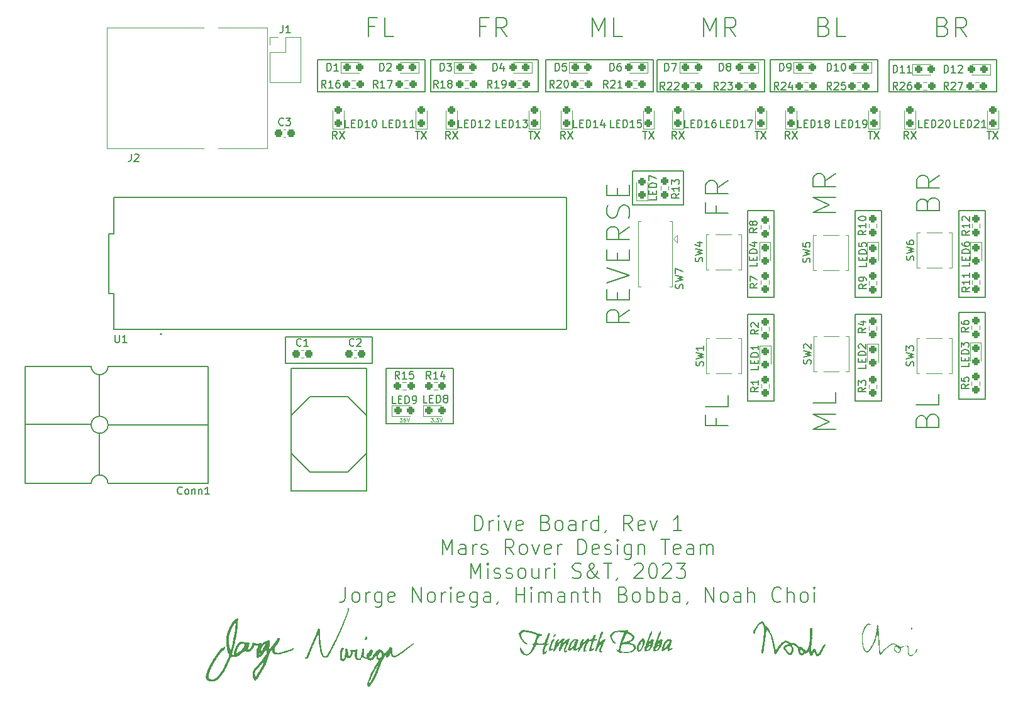
<source format=gto>
G04 #@! TF.GenerationSoftware,KiCad,Pcbnew,(6.0.8)*
G04 #@! TF.CreationDate,2022-11-19T16:10:13-06:00*
G04 #@! TF.ProjectId,Driveboard_2023,44726976-6562-46f6-9172-645f32303233,rev?*
G04 #@! TF.SameCoordinates,Original*
G04 #@! TF.FileFunction,Legend,Top*
G04 #@! TF.FilePolarity,Positive*
%FSLAX46Y46*%
G04 Gerber Fmt 4.6, Leading zero omitted, Abs format (unit mm)*
G04 Created by KiCad (PCBNEW (6.0.8)) date 2022-11-19 16:10:13*
%MOMM*%
%LPD*%
G01*
G04 APERTURE LIST*
G04 Aperture macros list*
%AMRoundRect*
0 Rectangle with rounded corners*
0 $1 Rounding radius*
0 $2 $3 $4 $5 $6 $7 $8 $9 X,Y pos of 4 corners*
0 Add a 4 corners polygon primitive as box body*
4,1,4,$2,$3,$4,$5,$6,$7,$8,$9,$2,$3,0*
0 Add four circle primitives for the rounded corners*
1,1,$1+$1,$2,$3*
1,1,$1+$1,$4,$5*
1,1,$1+$1,$6,$7*
1,1,$1+$1,$8,$9*
0 Add four rect primitives between the rounded corners*
20,1,$1+$1,$2,$3,$4,$5,0*
20,1,$1+$1,$4,$5,$6,$7,0*
20,1,$1+$1,$6,$7,$8,$9,0*
20,1,$1+$1,$8,$9,$2,$3,0*%
G04 Aperture macros list end*
%ADD10C,0.150000*%
%ADD11C,0.063500*%
%ADD12C,0.120000*%
%ADD13C,0.127000*%
%ADD14C,0.200000*%
%ADD15RoundRect,0.237500X0.300000X0.237500X-0.300000X0.237500X-0.300000X-0.237500X0.300000X-0.237500X0*%
%ADD16C,1.100000*%
%ADD17C,1.400000*%
%ADD18C,4.000000*%
%ADD19C,2.000000*%
%ADD20RoundRect,0.237500X0.287500X0.237500X-0.287500X0.237500X-0.287500X-0.237500X0.287500X-0.237500X0*%
%ADD21R,1.400000X1.600000*%
%ADD22RoundRect,0.237500X-0.237500X0.250000X-0.237500X-0.250000X0.237500X-0.250000X0.237500X0.250000X0*%
%ADD23RoundRect,0.237500X-0.287500X-0.237500X0.287500X-0.237500X0.287500X0.237500X-0.287500X0.237500X0*%
%ADD24RoundRect,0.237500X0.237500X-0.287500X0.237500X0.287500X-0.237500X0.287500X-0.237500X-0.287500X0*%
%ADD25RoundRect,0.237500X-0.250000X-0.237500X0.250000X-0.237500X0.250000X0.237500X-0.250000X0.237500X0*%
%ADD26RoundRect,0.237500X0.237500X-0.250000X0.237500X0.250000X-0.237500X0.250000X-0.237500X-0.250000X0*%
%ADD27C,1.308000*%
%ADD28C,1.258000*%
%ADD29C,1.208000*%
%ADD30O,3.500000X2.200000*%
%ADD31R,2.500000X1.500000*%
%ADD32O,2.500000X1.500000*%
%ADD33RoundRect,0.237500X0.250000X0.237500X-0.250000X0.237500X-0.250000X-0.237500X0.250000X-0.237500X0*%
%ADD34RoundRect,0.237500X-0.237500X0.287500X-0.237500X-0.287500X0.237500X-0.287500X0.237500X0.287500X0*%
%ADD35C,1.524000*%
%ADD36O,3.000000X5.100000*%
%ADD37R,1.350000X1.350000*%
%ADD38O,1.350000X1.350000*%
%ADD39RoundRect,0.237500X-0.300000X-0.237500X0.300000X-0.237500X0.300000X0.237500X-0.300000X0.237500X0*%
%ADD40C,3.450000*%
G04 APERTURE END LIST*
D10*
X250952000Y-75438000D02*
X247396000Y-75438000D01*
X247396000Y-75438000D02*
X247396000Y-63754000D01*
X247396000Y-63754000D02*
X250952000Y-63754000D01*
X250952000Y-63754000D02*
X250952000Y-75438000D01*
X161036000Y-43434000D02*
X175514000Y-43434000D01*
X175514000Y-43434000D02*
X175514000Y-47752000D01*
X175514000Y-47752000D02*
X161036000Y-47752000D01*
X161036000Y-47752000D02*
X161036000Y-43434000D01*
X221996000Y-43434000D02*
X236474000Y-43434000D01*
X236474000Y-43434000D02*
X236474000Y-47752000D01*
X236474000Y-47752000D02*
X221996000Y-47752000D01*
X221996000Y-47752000D02*
X221996000Y-43434000D01*
X222504000Y-89408000D02*
X218948000Y-89408000D01*
X218948000Y-89408000D02*
X218948000Y-77724000D01*
X218948000Y-77724000D02*
X222504000Y-77724000D01*
X222504000Y-77724000D02*
X222504000Y-89408000D01*
X191770000Y-43434000D02*
X206248000Y-43434000D01*
X206248000Y-43434000D02*
X206248000Y-47752000D01*
X206248000Y-47752000D02*
X191770000Y-47752000D01*
X191770000Y-47752000D02*
X191770000Y-43434000D01*
X156718000Y-80772000D02*
X168402000Y-80772000D01*
X168402000Y-80772000D02*
X168402000Y-84328000D01*
X168402000Y-84328000D02*
X156718000Y-84328000D01*
X156718000Y-84328000D02*
X156718000Y-80772000D01*
X206756000Y-43434000D02*
X221234000Y-43434000D01*
X221234000Y-43434000D02*
X221234000Y-47752000D01*
X221234000Y-47752000D02*
X206756000Y-47752000D01*
X206756000Y-47752000D02*
X206756000Y-43434000D01*
X250952000Y-89154000D02*
X247396000Y-89154000D01*
X247396000Y-89154000D02*
X247396000Y-77470000D01*
X247396000Y-77470000D02*
X250952000Y-77470000D01*
X250952000Y-77470000D02*
X250952000Y-89154000D01*
X236982000Y-89408000D02*
X233426000Y-89408000D01*
X233426000Y-89408000D02*
X233426000Y-77724000D01*
X233426000Y-77724000D02*
X236982000Y-77724000D01*
X236982000Y-77724000D02*
X236982000Y-89408000D01*
X179324000Y-92456000D02*
X170307000Y-92456000D01*
X170307000Y-92456000D02*
X170307000Y-84963000D01*
X170307000Y-84963000D02*
X179324000Y-84963000D01*
X179324000Y-84963000D02*
X179324000Y-92456000D01*
X237998000Y-43434000D02*
X252476000Y-43434000D01*
X252476000Y-43434000D02*
X252476000Y-47752000D01*
X252476000Y-47752000D02*
X237998000Y-47752000D01*
X237998000Y-47752000D02*
X237998000Y-43434000D01*
X210312000Y-58420000D02*
X203454000Y-58420000D01*
X203454000Y-58420000D02*
X203454000Y-62992000D01*
X203454000Y-62992000D02*
X210312000Y-62992000D01*
X210312000Y-62992000D02*
X210312000Y-58420000D01*
X236982000Y-75438000D02*
X233426000Y-75438000D01*
X233426000Y-75438000D02*
X233426000Y-63754000D01*
X233426000Y-63754000D02*
X236982000Y-63754000D01*
X236982000Y-63754000D02*
X236982000Y-75438000D01*
X222504000Y-75438000D02*
X218948000Y-75438000D01*
X218948000Y-75438000D02*
X218948000Y-63754000D01*
X218948000Y-63754000D02*
X222504000Y-63754000D01*
X222504000Y-63754000D02*
X222504000Y-75438000D01*
X176276000Y-43434000D02*
X190754000Y-43434000D01*
X190754000Y-43434000D02*
X190754000Y-47752000D01*
X190754000Y-47752000D02*
X176276000Y-47752000D01*
X176276000Y-47752000D02*
X176276000Y-43434000D01*
D11*
X172091047Y-91669809D02*
X172405523Y-91669809D01*
X172236190Y-91863333D01*
X172308761Y-91863333D01*
X172357142Y-91887523D01*
X172381333Y-91911714D01*
X172405523Y-91960095D01*
X172405523Y-92081047D01*
X172381333Y-92129428D01*
X172357142Y-92153619D01*
X172308761Y-92177809D01*
X172163619Y-92177809D01*
X172115238Y-92153619D01*
X172091047Y-92129428D01*
X172840952Y-91669809D02*
X172744190Y-91669809D01*
X172695809Y-91694000D01*
X172671619Y-91718190D01*
X172623238Y-91790761D01*
X172599047Y-91887523D01*
X172599047Y-92081047D01*
X172623238Y-92129428D01*
X172647428Y-92153619D01*
X172695809Y-92177809D01*
X172792571Y-92177809D01*
X172840952Y-92153619D01*
X172865142Y-92129428D01*
X172889333Y-92081047D01*
X172889333Y-91960095D01*
X172865142Y-91911714D01*
X172840952Y-91887523D01*
X172792571Y-91863333D01*
X172695809Y-91863333D01*
X172647428Y-91887523D01*
X172623238Y-91911714D01*
X172599047Y-91960095D01*
X173034476Y-91669809D02*
X173203809Y-92177809D01*
X173373142Y-91669809D01*
D10*
X214757035Y-63047321D02*
X214757035Y-64063321D01*
X216353607Y-64063321D02*
X213305607Y-64063321D01*
X213305607Y-62611892D01*
X216353607Y-59709035D02*
X214902178Y-60725035D01*
X216353607Y-61450750D02*
X213305607Y-61450750D01*
X213305607Y-60289607D01*
X213450750Y-59999321D01*
X213595892Y-59854178D01*
X213886178Y-59709035D01*
X214321607Y-59709035D01*
X214611892Y-59854178D01*
X214757035Y-59999321D01*
X214902178Y-60289607D01*
X214902178Y-61450750D01*
X189484095Y-53046380D02*
X190055523Y-53046380D01*
X189769809Y-54046380D02*
X189769809Y-53046380D01*
X190293619Y-53046380D02*
X190960285Y-54046380D01*
X190960285Y-53046380D02*
X190293619Y-54046380D01*
X198023238Y-40265047D02*
X198023238Y-37725047D01*
X198869904Y-39539333D01*
X199716571Y-37725047D01*
X199716571Y-40265047D01*
X202135619Y-40265047D02*
X200926095Y-40265047D01*
X200926095Y-37725047D01*
X174244095Y-53046380D02*
X174815523Y-53046380D01*
X174529809Y-54046380D02*
X174529809Y-53046380D01*
X175053619Y-53046380D02*
X175720285Y-54046380D01*
X175720285Y-53046380D02*
X175053619Y-54046380D01*
X230831607Y-63990750D02*
X227783607Y-63990750D01*
X229960750Y-62974750D01*
X227783607Y-61958750D01*
X230831607Y-61958750D01*
X230831607Y-58765607D02*
X229380178Y-59781607D01*
X230831607Y-60507321D02*
X227783607Y-60507321D01*
X227783607Y-59346178D01*
X227928750Y-59055892D01*
X228073892Y-58910750D01*
X228364178Y-58765607D01*
X228799607Y-58765607D01*
X229089892Y-58910750D01*
X229235035Y-59055892D01*
X229380178Y-59346178D01*
X229380178Y-60507321D01*
X229277333Y-38934571D02*
X229640190Y-39055523D01*
X229761142Y-39176476D01*
X229882095Y-39418380D01*
X229882095Y-39781238D01*
X229761142Y-40023142D01*
X229640190Y-40144095D01*
X229398285Y-40265047D01*
X228430666Y-40265047D01*
X228430666Y-37725047D01*
X229277333Y-37725047D01*
X229519238Y-37846000D01*
X229640190Y-37966952D01*
X229761142Y-38208857D01*
X229761142Y-38450761D01*
X229640190Y-38692666D01*
X229519238Y-38813619D01*
X229277333Y-38934571D01*
X228430666Y-38934571D01*
X232180190Y-40265047D02*
X230970666Y-40265047D01*
X230970666Y-37725047D01*
X214757035Y-91713035D02*
X214757035Y-92729035D01*
X216353607Y-92729035D02*
X213305607Y-92729035D01*
X213305607Y-91277607D01*
X216353607Y-88665035D02*
X216353607Y-90116464D01*
X213305607Y-90116464D01*
X230831607Y-93164464D02*
X227783607Y-93164464D01*
X229960750Y-92148464D01*
X227783607Y-91132464D01*
X230831607Y-91132464D01*
X230831607Y-88229607D02*
X230831607Y-89681035D01*
X227783607Y-89681035D01*
X182183238Y-106818761D02*
X182183238Y-104818761D01*
X182659428Y-104818761D01*
X182945142Y-104914000D01*
X183135619Y-105104476D01*
X183230857Y-105294952D01*
X183326095Y-105675904D01*
X183326095Y-105961619D01*
X183230857Y-106342571D01*
X183135619Y-106533047D01*
X182945142Y-106723523D01*
X182659428Y-106818761D01*
X182183238Y-106818761D01*
X184183238Y-106818761D02*
X184183238Y-105485428D01*
X184183238Y-105866380D02*
X184278476Y-105675904D01*
X184373714Y-105580666D01*
X184564190Y-105485428D01*
X184754666Y-105485428D01*
X185421333Y-106818761D02*
X185421333Y-105485428D01*
X185421333Y-104818761D02*
X185326095Y-104914000D01*
X185421333Y-105009238D01*
X185516571Y-104914000D01*
X185421333Y-104818761D01*
X185421333Y-105009238D01*
X186183238Y-105485428D02*
X186659428Y-106818761D01*
X187135619Y-105485428D01*
X188659428Y-106723523D02*
X188468952Y-106818761D01*
X188088000Y-106818761D01*
X187897523Y-106723523D01*
X187802285Y-106533047D01*
X187802285Y-105771142D01*
X187897523Y-105580666D01*
X188088000Y-105485428D01*
X188468952Y-105485428D01*
X188659428Y-105580666D01*
X188754666Y-105771142D01*
X188754666Y-105961619D01*
X187802285Y-106152095D01*
X191802285Y-105771142D02*
X192088000Y-105866380D01*
X192183238Y-105961619D01*
X192278476Y-106152095D01*
X192278476Y-106437809D01*
X192183238Y-106628285D01*
X192088000Y-106723523D01*
X191897523Y-106818761D01*
X191135619Y-106818761D01*
X191135619Y-104818761D01*
X191802285Y-104818761D01*
X191992761Y-104914000D01*
X192088000Y-105009238D01*
X192183238Y-105199714D01*
X192183238Y-105390190D01*
X192088000Y-105580666D01*
X191992761Y-105675904D01*
X191802285Y-105771142D01*
X191135619Y-105771142D01*
X193421333Y-106818761D02*
X193230857Y-106723523D01*
X193135619Y-106628285D01*
X193040380Y-106437809D01*
X193040380Y-105866380D01*
X193135619Y-105675904D01*
X193230857Y-105580666D01*
X193421333Y-105485428D01*
X193707047Y-105485428D01*
X193897523Y-105580666D01*
X193992761Y-105675904D01*
X194088000Y-105866380D01*
X194088000Y-106437809D01*
X193992761Y-106628285D01*
X193897523Y-106723523D01*
X193707047Y-106818761D01*
X193421333Y-106818761D01*
X195802285Y-106818761D02*
X195802285Y-105771142D01*
X195707047Y-105580666D01*
X195516571Y-105485428D01*
X195135619Y-105485428D01*
X194945142Y-105580666D01*
X195802285Y-106723523D02*
X195611809Y-106818761D01*
X195135619Y-106818761D01*
X194945142Y-106723523D01*
X194849904Y-106533047D01*
X194849904Y-106342571D01*
X194945142Y-106152095D01*
X195135619Y-106056857D01*
X195611809Y-106056857D01*
X195802285Y-105961619D01*
X196754666Y-106818761D02*
X196754666Y-105485428D01*
X196754666Y-105866380D02*
X196849904Y-105675904D01*
X196945142Y-105580666D01*
X197135619Y-105485428D01*
X197326095Y-105485428D01*
X198849904Y-106818761D02*
X198849904Y-104818761D01*
X198849904Y-106723523D02*
X198659428Y-106818761D01*
X198278476Y-106818761D01*
X198088000Y-106723523D01*
X197992761Y-106628285D01*
X197897523Y-106437809D01*
X197897523Y-105866380D01*
X197992761Y-105675904D01*
X198088000Y-105580666D01*
X198278476Y-105485428D01*
X198659428Y-105485428D01*
X198849904Y-105580666D01*
X199897523Y-106723523D02*
X199897523Y-106818761D01*
X199802285Y-107009238D01*
X199707047Y-107104476D01*
X203421333Y-106818761D02*
X202754666Y-105866380D01*
X202278476Y-106818761D02*
X202278476Y-104818761D01*
X203040380Y-104818761D01*
X203230857Y-104914000D01*
X203326095Y-105009238D01*
X203421333Y-105199714D01*
X203421333Y-105485428D01*
X203326095Y-105675904D01*
X203230857Y-105771142D01*
X203040380Y-105866380D01*
X202278476Y-105866380D01*
X205040380Y-106723523D02*
X204849904Y-106818761D01*
X204468952Y-106818761D01*
X204278476Y-106723523D01*
X204183238Y-106533047D01*
X204183238Y-105771142D01*
X204278476Y-105580666D01*
X204468952Y-105485428D01*
X204849904Y-105485428D01*
X205040380Y-105580666D01*
X205135619Y-105771142D01*
X205135619Y-105961619D01*
X204183238Y-106152095D01*
X205802285Y-105485428D02*
X206278476Y-106818761D01*
X206754666Y-105485428D01*
X210088000Y-106818761D02*
X208945142Y-106818761D01*
X209516571Y-106818761D02*
X209516571Y-104818761D01*
X209326095Y-105104476D01*
X209135619Y-105294952D01*
X208945142Y-105390190D01*
X177849904Y-110038761D02*
X177849904Y-108038761D01*
X178516571Y-109467333D01*
X179183238Y-108038761D01*
X179183238Y-110038761D01*
X180992761Y-110038761D02*
X180992761Y-108991142D01*
X180897523Y-108800666D01*
X180707047Y-108705428D01*
X180326095Y-108705428D01*
X180135619Y-108800666D01*
X180992761Y-109943523D02*
X180802285Y-110038761D01*
X180326095Y-110038761D01*
X180135619Y-109943523D01*
X180040380Y-109753047D01*
X180040380Y-109562571D01*
X180135619Y-109372095D01*
X180326095Y-109276857D01*
X180802285Y-109276857D01*
X180992761Y-109181619D01*
X181945142Y-110038761D02*
X181945142Y-108705428D01*
X181945142Y-109086380D02*
X182040380Y-108895904D01*
X182135619Y-108800666D01*
X182326095Y-108705428D01*
X182516571Y-108705428D01*
X183087999Y-109943523D02*
X183278476Y-110038761D01*
X183659428Y-110038761D01*
X183849904Y-109943523D01*
X183945142Y-109753047D01*
X183945142Y-109657809D01*
X183849904Y-109467333D01*
X183659428Y-109372095D01*
X183373714Y-109372095D01*
X183183238Y-109276857D01*
X183087999Y-109086380D01*
X183087999Y-108991142D01*
X183183238Y-108800666D01*
X183373714Y-108705428D01*
X183659428Y-108705428D01*
X183849904Y-108800666D01*
X187468952Y-110038761D02*
X186802285Y-109086380D01*
X186326095Y-110038761D02*
X186326095Y-108038761D01*
X187087999Y-108038761D01*
X187278476Y-108134000D01*
X187373714Y-108229238D01*
X187468952Y-108419714D01*
X187468952Y-108705428D01*
X187373714Y-108895904D01*
X187278476Y-108991142D01*
X187087999Y-109086380D01*
X186326095Y-109086380D01*
X188611809Y-110038761D02*
X188421333Y-109943523D01*
X188326095Y-109848285D01*
X188230857Y-109657809D01*
X188230857Y-109086380D01*
X188326095Y-108895904D01*
X188421333Y-108800666D01*
X188611809Y-108705428D01*
X188897523Y-108705428D01*
X189087999Y-108800666D01*
X189183238Y-108895904D01*
X189278476Y-109086380D01*
X189278476Y-109657809D01*
X189183238Y-109848285D01*
X189087999Y-109943523D01*
X188897523Y-110038761D01*
X188611809Y-110038761D01*
X189945142Y-108705428D02*
X190421333Y-110038761D01*
X190897523Y-108705428D01*
X192421333Y-109943523D02*
X192230857Y-110038761D01*
X191849904Y-110038761D01*
X191659428Y-109943523D01*
X191564190Y-109753047D01*
X191564190Y-108991142D01*
X191659428Y-108800666D01*
X191849904Y-108705428D01*
X192230857Y-108705428D01*
X192421333Y-108800666D01*
X192516571Y-108991142D01*
X192516571Y-109181619D01*
X191564190Y-109372095D01*
X193373714Y-110038761D02*
X193373714Y-108705428D01*
X193373714Y-109086380D02*
X193468952Y-108895904D01*
X193564190Y-108800666D01*
X193754666Y-108705428D01*
X193945142Y-108705428D01*
X196135619Y-110038761D02*
X196135619Y-108038761D01*
X196611809Y-108038761D01*
X196897523Y-108134000D01*
X197088000Y-108324476D01*
X197183238Y-108514952D01*
X197278476Y-108895904D01*
X197278476Y-109181619D01*
X197183238Y-109562571D01*
X197088000Y-109753047D01*
X196897523Y-109943523D01*
X196611809Y-110038761D01*
X196135619Y-110038761D01*
X198897523Y-109943523D02*
X198707047Y-110038761D01*
X198326095Y-110038761D01*
X198135619Y-109943523D01*
X198040380Y-109753047D01*
X198040380Y-108991142D01*
X198135619Y-108800666D01*
X198326095Y-108705428D01*
X198707047Y-108705428D01*
X198897523Y-108800666D01*
X198992761Y-108991142D01*
X198992761Y-109181619D01*
X198040380Y-109372095D01*
X199754666Y-109943523D02*
X199945142Y-110038761D01*
X200326095Y-110038761D01*
X200516571Y-109943523D01*
X200611809Y-109753047D01*
X200611809Y-109657809D01*
X200516571Y-109467333D01*
X200326095Y-109372095D01*
X200040380Y-109372095D01*
X199849904Y-109276857D01*
X199754666Y-109086380D01*
X199754666Y-108991142D01*
X199849904Y-108800666D01*
X200040380Y-108705428D01*
X200326095Y-108705428D01*
X200516571Y-108800666D01*
X201468952Y-110038761D02*
X201468952Y-108705428D01*
X201468952Y-108038761D02*
X201373714Y-108134000D01*
X201468952Y-108229238D01*
X201564190Y-108134000D01*
X201468952Y-108038761D01*
X201468952Y-108229238D01*
X203278476Y-108705428D02*
X203278476Y-110324476D01*
X203183238Y-110514952D01*
X203087999Y-110610190D01*
X202897523Y-110705428D01*
X202611809Y-110705428D01*
X202421333Y-110610190D01*
X203278476Y-109943523D02*
X203087999Y-110038761D01*
X202707047Y-110038761D01*
X202516571Y-109943523D01*
X202421333Y-109848285D01*
X202326095Y-109657809D01*
X202326095Y-109086380D01*
X202421333Y-108895904D01*
X202516571Y-108800666D01*
X202707047Y-108705428D01*
X203087999Y-108705428D01*
X203278476Y-108800666D01*
X204230857Y-108705428D02*
X204230857Y-110038761D01*
X204230857Y-108895904D02*
X204326095Y-108800666D01*
X204516571Y-108705428D01*
X204802285Y-108705428D01*
X204992761Y-108800666D01*
X205087999Y-108991142D01*
X205087999Y-110038761D01*
X207278476Y-108038761D02*
X208421333Y-108038761D01*
X207849904Y-110038761D02*
X207849904Y-108038761D01*
X209849904Y-109943523D02*
X209659428Y-110038761D01*
X209278476Y-110038761D01*
X209087999Y-109943523D01*
X208992761Y-109753047D01*
X208992761Y-108991142D01*
X209087999Y-108800666D01*
X209278476Y-108705428D01*
X209659428Y-108705428D01*
X209849904Y-108800666D01*
X209945142Y-108991142D01*
X209945142Y-109181619D01*
X208992761Y-109372095D01*
X211659428Y-110038761D02*
X211659428Y-108991142D01*
X211564190Y-108800666D01*
X211373714Y-108705428D01*
X210992761Y-108705428D01*
X210802285Y-108800666D01*
X211659428Y-109943523D02*
X211468952Y-110038761D01*
X210992761Y-110038761D01*
X210802285Y-109943523D01*
X210707047Y-109753047D01*
X210707047Y-109562571D01*
X210802285Y-109372095D01*
X210992761Y-109276857D01*
X211468952Y-109276857D01*
X211659428Y-109181619D01*
X212611809Y-110038761D02*
X212611809Y-108705428D01*
X212611809Y-108895904D02*
X212707047Y-108800666D01*
X212897523Y-108705428D01*
X213183238Y-108705428D01*
X213373714Y-108800666D01*
X213468952Y-108991142D01*
X213468952Y-110038761D01*
X213468952Y-108991142D02*
X213564190Y-108800666D01*
X213754666Y-108705428D01*
X214040380Y-108705428D01*
X214230857Y-108800666D01*
X214326095Y-108991142D01*
X214326095Y-110038761D01*
X181659428Y-113258761D02*
X181659428Y-111258761D01*
X182326095Y-112687333D01*
X182992761Y-111258761D01*
X182992761Y-113258761D01*
X183945142Y-113258761D02*
X183945142Y-111925428D01*
X183945142Y-111258761D02*
X183849904Y-111354000D01*
X183945142Y-111449238D01*
X184040380Y-111354000D01*
X183945142Y-111258761D01*
X183945142Y-111449238D01*
X184802285Y-113163523D02*
X184992761Y-113258761D01*
X185373714Y-113258761D01*
X185564190Y-113163523D01*
X185659428Y-112973047D01*
X185659428Y-112877809D01*
X185564190Y-112687333D01*
X185373714Y-112592095D01*
X185088000Y-112592095D01*
X184897523Y-112496857D01*
X184802285Y-112306380D01*
X184802285Y-112211142D01*
X184897523Y-112020666D01*
X185088000Y-111925428D01*
X185373714Y-111925428D01*
X185564190Y-112020666D01*
X186421333Y-113163523D02*
X186611809Y-113258761D01*
X186992761Y-113258761D01*
X187183238Y-113163523D01*
X187278476Y-112973047D01*
X187278476Y-112877809D01*
X187183238Y-112687333D01*
X186992761Y-112592095D01*
X186707047Y-112592095D01*
X186516571Y-112496857D01*
X186421333Y-112306380D01*
X186421333Y-112211142D01*
X186516571Y-112020666D01*
X186707047Y-111925428D01*
X186992761Y-111925428D01*
X187183238Y-112020666D01*
X188421333Y-113258761D02*
X188230857Y-113163523D01*
X188135619Y-113068285D01*
X188040380Y-112877809D01*
X188040380Y-112306380D01*
X188135619Y-112115904D01*
X188230857Y-112020666D01*
X188421333Y-111925428D01*
X188707047Y-111925428D01*
X188897523Y-112020666D01*
X188992761Y-112115904D01*
X189088000Y-112306380D01*
X189088000Y-112877809D01*
X188992761Y-113068285D01*
X188897523Y-113163523D01*
X188707047Y-113258761D01*
X188421333Y-113258761D01*
X190802285Y-111925428D02*
X190802285Y-113258761D01*
X189945142Y-111925428D02*
X189945142Y-112973047D01*
X190040380Y-113163523D01*
X190230857Y-113258761D01*
X190516571Y-113258761D01*
X190707047Y-113163523D01*
X190802285Y-113068285D01*
X191754666Y-113258761D02*
X191754666Y-111925428D01*
X191754666Y-112306380D02*
X191849904Y-112115904D01*
X191945142Y-112020666D01*
X192135619Y-111925428D01*
X192326095Y-111925428D01*
X192992761Y-113258761D02*
X192992761Y-111925428D01*
X192992761Y-111258761D02*
X192897523Y-111354000D01*
X192992761Y-111449238D01*
X193088000Y-111354000D01*
X192992761Y-111258761D01*
X192992761Y-111449238D01*
X195373714Y-113163523D02*
X195659428Y-113258761D01*
X196135619Y-113258761D01*
X196326095Y-113163523D01*
X196421333Y-113068285D01*
X196516571Y-112877809D01*
X196516571Y-112687333D01*
X196421333Y-112496857D01*
X196326095Y-112401619D01*
X196135619Y-112306380D01*
X195754666Y-112211142D01*
X195564190Y-112115904D01*
X195468952Y-112020666D01*
X195373714Y-111830190D01*
X195373714Y-111639714D01*
X195468952Y-111449238D01*
X195564190Y-111354000D01*
X195754666Y-111258761D01*
X196230857Y-111258761D01*
X196516571Y-111354000D01*
X198992761Y-113258761D02*
X198897523Y-113258761D01*
X198707047Y-113163523D01*
X198421333Y-112877809D01*
X197945142Y-112306380D01*
X197754666Y-112020666D01*
X197659428Y-111734952D01*
X197659428Y-111544476D01*
X197754666Y-111354000D01*
X197945142Y-111258761D01*
X198040380Y-111258761D01*
X198230857Y-111354000D01*
X198326095Y-111544476D01*
X198326095Y-111639714D01*
X198230857Y-111830190D01*
X198135619Y-111925428D01*
X197564190Y-112306380D01*
X197468952Y-112401619D01*
X197373714Y-112592095D01*
X197373714Y-112877809D01*
X197468952Y-113068285D01*
X197564190Y-113163523D01*
X197754666Y-113258761D01*
X198040380Y-113258761D01*
X198230857Y-113163523D01*
X198326095Y-113068285D01*
X198611809Y-112687333D01*
X198707047Y-112401619D01*
X198707047Y-112211142D01*
X199564190Y-111258761D02*
X200707047Y-111258761D01*
X200135619Y-113258761D02*
X200135619Y-111258761D01*
X201468952Y-113163523D02*
X201468952Y-113258761D01*
X201373714Y-113449238D01*
X201278476Y-113544476D01*
X203754666Y-111449238D02*
X203849904Y-111354000D01*
X204040380Y-111258761D01*
X204516571Y-111258761D01*
X204707047Y-111354000D01*
X204802285Y-111449238D01*
X204897523Y-111639714D01*
X204897523Y-111830190D01*
X204802285Y-112115904D01*
X203659428Y-113258761D01*
X204897523Y-113258761D01*
X206135619Y-111258761D02*
X206326095Y-111258761D01*
X206516571Y-111354000D01*
X206611809Y-111449238D01*
X206707047Y-111639714D01*
X206802285Y-112020666D01*
X206802285Y-112496857D01*
X206707047Y-112877809D01*
X206611809Y-113068285D01*
X206516571Y-113163523D01*
X206326095Y-113258761D01*
X206135619Y-113258761D01*
X205945142Y-113163523D01*
X205849904Y-113068285D01*
X205754666Y-112877809D01*
X205659428Y-112496857D01*
X205659428Y-112020666D01*
X205754666Y-111639714D01*
X205849904Y-111449238D01*
X205945142Y-111354000D01*
X206135619Y-111258761D01*
X207564190Y-111449238D02*
X207659428Y-111354000D01*
X207849904Y-111258761D01*
X208326095Y-111258761D01*
X208516571Y-111354000D01*
X208611809Y-111449238D01*
X208707047Y-111639714D01*
X208707047Y-111830190D01*
X208611809Y-112115904D01*
X207468952Y-113258761D01*
X208707047Y-113258761D01*
X209373714Y-111258761D02*
X210611809Y-111258761D01*
X209945142Y-112020666D01*
X210230857Y-112020666D01*
X210421333Y-112115904D01*
X210516571Y-112211142D01*
X210611809Y-112401619D01*
X210611809Y-112877809D01*
X210516571Y-113068285D01*
X210421333Y-113163523D01*
X210230857Y-113258761D01*
X209659428Y-113258761D01*
X209468952Y-113163523D01*
X209373714Y-113068285D01*
X164802285Y-114478761D02*
X164802285Y-115907333D01*
X164707047Y-116193047D01*
X164516571Y-116383523D01*
X164230857Y-116478761D01*
X164040380Y-116478761D01*
X166040380Y-116478761D02*
X165849904Y-116383523D01*
X165754666Y-116288285D01*
X165659428Y-116097809D01*
X165659428Y-115526380D01*
X165754666Y-115335904D01*
X165849904Y-115240666D01*
X166040380Y-115145428D01*
X166326095Y-115145428D01*
X166516571Y-115240666D01*
X166611809Y-115335904D01*
X166707047Y-115526380D01*
X166707047Y-116097809D01*
X166611809Y-116288285D01*
X166516571Y-116383523D01*
X166326095Y-116478761D01*
X166040380Y-116478761D01*
X167564190Y-116478761D02*
X167564190Y-115145428D01*
X167564190Y-115526380D02*
X167659428Y-115335904D01*
X167754666Y-115240666D01*
X167945142Y-115145428D01*
X168135619Y-115145428D01*
X169659428Y-115145428D02*
X169659428Y-116764476D01*
X169564190Y-116954952D01*
X169468952Y-117050190D01*
X169278476Y-117145428D01*
X168992761Y-117145428D01*
X168802285Y-117050190D01*
X169659428Y-116383523D02*
X169468952Y-116478761D01*
X169088000Y-116478761D01*
X168897523Y-116383523D01*
X168802285Y-116288285D01*
X168707047Y-116097809D01*
X168707047Y-115526380D01*
X168802285Y-115335904D01*
X168897523Y-115240666D01*
X169088000Y-115145428D01*
X169468952Y-115145428D01*
X169659428Y-115240666D01*
X171373714Y-116383523D02*
X171183238Y-116478761D01*
X170802285Y-116478761D01*
X170611809Y-116383523D01*
X170516571Y-116193047D01*
X170516571Y-115431142D01*
X170611809Y-115240666D01*
X170802285Y-115145428D01*
X171183238Y-115145428D01*
X171373714Y-115240666D01*
X171468952Y-115431142D01*
X171468952Y-115621619D01*
X170516571Y-115812095D01*
X173849904Y-116478761D02*
X173849904Y-114478761D01*
X174992761Y-116478761D01*
X174992761Y-114478761D01*
X176230857Y-116478761D02*
X176040380Y-116383523D01*
X175945142Y-116288285D01*
X175849904Y-116097809D01*
X175849904Y-115526380D01*
X175945142Y-115335904D01*
X176040380Y-115240666D01*
X176230857Y-115145428D01*
X176516571Y-115145428D01*
X176707047Y-115240666D01*
X176802285Y-115335904D01*
X176897523Y-115526380D01*
X176897523Y-116097809D01*
X176802285Y-116288285D01*
X176707047Y-116383523D01*
X176516571Y-116478761D01*
X176230857Y-116478761D01*
X177754666Y-116478761D02*
X177754666Y-115145428D01*
X177754666Y-115526380D02*
X177849904Y-115335904D01*
X177945142Y-115240666D01*
X178135619Y-115145428D01*
X178326095Y-115145428D01*
X178992761Y-116478761D02*
X178992761Y-115145428D01*
X178992761Y-114478761D02*
X178897523Y-114574000D01*
X178992761Y-114669238D01*
X179088000Y-114574000D01*
X178992761Y-114478761D01*
X178992761Y-114669238D01*
X180707047Y-116383523D02*
X180516571Y-116478761D01*
X180135619Y-116478761D01*
X179945142Y-116383523D01*
X179849904Y-116193047D01*
X179849904Y-115431142D01*
X179945142Y-115240666D01*
X180135619Y-115145428D01*
X180516571Y-115145428D01*
X180707047Y-115240666D01*
X180802285Y-115431142D01*
X180802285Y-115621619D01*
X179849904Y-115812095D01*
X182516571Y-115145428D02*
X182516571Y-116764476D01*
X182421333Y-116954952D01*
X182326095Y-117050190D01*
X182135619Y-117145428D01*
X181849904Y-117145428D01*
X181659428Y-117050190D01*
X182516571Y-116383523D02*
X182326095Y-116478761D01*
X181945142Y-116478761D01*
X181754666Y-116383523D01*
X181659428Y-116288285D01*
X181564190Y-116097809D01*
X181564190Y-115526380D01*
X181659428Y-115335904D01*
X181754666Y-115240666D01*
X181945142Y-115145428D01*
X182326095Y-115145428D01*
X182516571Y-115240666D01*
X184326095Y-116478761D02*
X184326095Y-115431142D01*
X184230857Y-115240666D01*
X184040380Y-115145428D01*
X183659428Y-115145428D01*
X183468952Y-115240666D01*
X184326095Y-116383523D02*
X184135619Y-116478761D01*
X183659428Y-116478761D01*
X183468952Y-116383523D01*
X183373714Y-116193047D01*
X183373714Y-116002571D01*
X183468952Y-115812095D01*
X183659428Y-115716857D01*
X184135619Y-115716857D01*
X184326095Y-115621619D01*
X185373714Y-116383523D02*
X185373714Y-116478761D01*
X185278476Y-116669238D01*
X185183238Y-116764476D01*
X187754666Y-116478761D02*
X187754666Y-114478761D01*
X187754666Y-115431142D02*
X188897523Y-115431142D01*
X188897523Y-116478761D02*
X188897523Y-114478761D01*
X189849904Y-116478761D02*
X189849904Y-115145428D01*
X189849904Y-114478761D02*
X189754666Y-114574000D01*
X189849904Y-114669238D01*
X189945142Y-114574000D01*
X189849904Y-114478761D01*
X189849904Y-114669238D01*
X190802285Y-116478761D02*
X190802285Y-115145428D01*
X190802285Y-115335904D02*
X190897523Y-115240666D01*
X191088000Y-115145428D01*
X191373714Y-115145428D01*
X191564190Y-115240666D01*
X191659428Y-115431142D01*
X191659428Y-116478761D01*
X191659428Y-115431142D02*
X191754666Y-115240666D01*
X191945142Y-115145428D01*
X192230857Y-115145428D01*
X192421333Y-115240666D01*
X192516571Y-115431142D01*
X192516571Y-116478761D01*
X194326095Y-116478761D02*
X194326095Y-115431142D01*
X194230857Y-115240666D01*
X194040380Y-115145428D01*
X193659428Y-115145428D01*
X193468952Y-115240666D01*
X194326095Y-116383523D02*
X194135619Y-116478761D01*
X193659428Y-116478761D01*
X193468952Y-116383523D01*
X193373714Y-116193047D01*
X193373714Y-116002571D01*
X193468952Y-115812095D01*
X193659428Y-115716857D01*
X194135619Y-115716857D01*
X194326095Y-115621619D01*
X195278476Y-115145428D02*
X195278476Y-116478761D01*
X195278476Y-115335904D02*
X195373714Y-115240666D01*
X195564190Y-115145428D01*
X195849904Y-115145428D01*
X196040380Y-115240666D01*
X196135619Y-115431142D01*
X196135619Y-116478761D01*
X196802285Y-115145428D02*
X197564190Y-115145428D01*
X197088000Y-114478761D02*
X197088000Y-116193047D01*
X197183238Y-116383523D01*
X197373714Y-116478761D01*
X197564190Y-116478761D01*
X198230857Y-116478761D02*
X198230857Y-114478761D01*
X199088000Y-116478761D02*
X199088000Y-115431142D01*
X198992761Y-115240666D01*
X198802285Y-115145428D01*
X198516571Y-115145428D01*
X198326095Y-115240666D01*
X198230857Y-115335904D01*
X202230857Y-115431142D02*
X202516571Y-115526380D01*
X202611809Y-115621619D01*
X202707047Y-115812095D01*
X202707047Y-116097809D01*
X202611809Y-116288285D01*
X202516571Y-116383523D01*
X202326095Y-116478761D01*
X201564190Y-116478761D01*
X201564190Y-114478761D01*
X202230857Y-114478761D01*
X202421333Y-114574000D01*
X202516571Y-114669238D01*
X202611809Y-114859714D01*
X202611809Y-115050190D01*
X202516571Y-115240666D01*
X202421333Y-115335904D01*
X202230857Y-115431142D01*
X201564190Y-115431142D01*
X203849904Y-116478761D02*
X203659428Y-116383523D01*
X203564190Y-116288285D01*
X203468952Y-116097809D01*
X203468952Y-115526380D01*
X203564190Y-115335904D01*
X203659428Y-115240666D01*
X203849904Y-115145428D01*
X204135619Y-115145428D01*
X204326095Y-115240666D01*
X204421333Y-115335904D01*
X204516571Y-115526380D01*
X204516571Y-116097809D01*
X204421333Y-116288285D01*
X204326095Y-116383523D01*
X204135619Y-116478761D01*
X203849904Y-116478761D01*
X205373714Y-116478761D02*
X205373714Y-114478761D01*
X205373714Y-115240666D02*
X205564190Y-115145428D01*
X205945142Y-115145428D01*
X206135619Y-115240666D01*
X206230857Y-115335904D01*
X206326095Y-115526380D01*
X206326095Y-116097809D01*
X206230857Y-116288285D01*
X206135619Y-116383523D01*
X205945142Y-116478761D01*
X205564190Y-116478761D01*
X205373714Y-116383523D01*
X207183238Y-116478761D02*
X207183238Y-114478761D01*
X207183238Y-115240666D02*
X207373714Y-115145428D01*
X207754666Y-115145428D01*
X207945142Y-115240666D01*
X208040380Y-115335904D01*
X208135619Y-115526380D01*
X208135619Y-116097809D01*
X208040380Y-116288285D01*
X207945142Y-116383523D01*
X207754666Y-116478761D01*
X207373714Y-116478761D01*
X207183238Y-116383523D01*
X209849904Y-116478761D02*
X209849904Y-115431142D01*
X209754666Y-115240666D01*
X209564190Y-115145428D01*
X209183238Y-115145428D01*
X208992761Y-115240666D01*
X209849904Y-116383523D02*
X209659428Y-116478761D01*
X209183238Y-116478761D01*
X208992761Y-116383523D01*
X208897523Y-116193047D01*
X208897523Y-116002571D01*
X208992761Y-115812095D01*
X209183238Y-115716857D01*
X209659428Y-115716857D01*
X209849904Y-115621619D01*
X210897523Y-116383523D02*
X210897523Y-116478761D01*
X210802285Y-116669238D01*
X210707047Y-116764476D01*
X213278476Y-116478761D02*
X213278476Y-114478761D01*
X214421333Y-116478761D01*
X214421333Y-114478761D01*
X215659428Y-116478761D02*
X215468952Y-116383523D01*
X215373714Y-116288285D01*
X215278476Y-116097809D01*
X215278476Y-115526380D01*
X215373714Y-115335904D01*
X215468952Y-115240666D01*
X215659428Y-115145428D01*
X215945142Y-115145428D01*
X216135619Y-115240666D01*
X216230857Y-115335904D01*
X216326095Y-115526380D01*
X216326095Y-116097809D01*
X216230857Y-116288285D01*
X216135619Y-116383523D01*
X215945142Y-116478761D01*
X215659428Y-116478761D01*
X218040380Y-116478761D02*
X218040380Y-115431142D01*
X217945142Y-115240666D01*
X217754666Y-115145428D01*
X217373714Y-115145428D01*
X217183238Y-115240666D01*
X218040380Y-116383523D02*
X217849904Y-116478761D01*
X217373714Y-116478761D01*
X217183238Y-116383523D01*
X217087999Y-116193047D01*
X217087999Y-116002571D01*
X217183238Y-115812095D01*
X217373714Y-115716857D01*
X217849904Y-115716857D01*
X218040380Y-115621619D01*
X218992761Y-116478761D02*
X218992761Y-114478761D01*
X219849904Y-116478761D02*
X219849904Y-115431142D01*
X219754666Y-115240666D01*
X219564190Y-115145428D01*
X219278476Y-115145428D01*
X219087999Y-115240666D01*
X218992761Y-115335904D01*
X223468952Y-116288285D02*
X223373714Y-116383523D01*
X223087999Y-116478761D01*
X222897523Y-116478761D01*
X222611809Y-116383523D01*
X222421333Y-116193047D01*
X222326095Y-116002571D01*
X222230857Y-115621619D01*
X222230857Y-115335904D01*
X222326095Y-114954952D01*
X222421333Y-114764476D01*
X222611809Y-114574000D01*
X222897523Y-114478761D01*
X223087999Y-114478761D01*
X223373714Y-114574000D01*
X223468952Y-114669238D01*
X224326095Y-116478761D02*
X224326095Y-114478761D01*
X225183238Y-116478761D02*
X225183238Y-115431142D01*
X225087999Y-115240666D01*
X224897523Y-115145428D01*
X224611809Y-115145428D01*
X224421333Y-115240666D01*
X224326095Y-115335904D01*
X226421333Y-116478761D02*
X226230857Y-116383523D01*
X226135619Y-116288285D01*
X226040380Y-116097809D01*
X226040380Y-115526380D01*
X226135619Y-115335904D01*
X226230857Y-115240666D01*
X226421333Y-115145428D01*
X226707047Y-115145428D01*
X226897523Y-115240666D01*
X226992761Y-115335904D01*
X227087999Y-115526380D01*
X227087999Y-116097809D01*
X226992761Y-116288285D01*
X226897523Y-116383523D01*
X226707047Y-116478761D01*
X226421333Y-116478761D01*
X227945142Y-116478761D02*
X227945142Y-115145428D01*
X227945142Y-114478761D02*
X227849904Y-114574000D01*
X227945142Y-114669238D01*
X228040380Y-114574000D01*
X227945142Y-114478761D01*
X227945142Y-114669238D01*
X245291428Y-38934571D02*
X245654285Y-39055523D01*
X245775238Y-39176476D01*
X245896190Y-39418380D01*
X245896190Y-39781238D01*
X245775238Y-40023142D01*
X245654285Y-40144095D01*
X245412380Y-40265047D01*
X244444761Y-40265047D01*
X244444761Y-37725047D01*
X245291428Y-37725047D01*
X245533333Y-37846000D01*
X245654285Y-37966952D01*
X245775238Y-38208857D01*
X245775238Y-38450761D01*
X245654285Y-38692666D01*
X245533333Y-38813619D01*
X245291428Y-38934571D01*
X244444761Y-38934571D01*
X248436190Y-40265047D02*
X247589523Y-39055523D01*
X246984761Y-40265047D02*
X246984761Y-37725047D01*
X247952380Y-37725047D01*
X248194285Y-37846000D01*
X248315238Y-37966952D01*
X248436190Y-38208857D01*
X248436190Y-38571714D01*
X248315238Y-38813619D01*
X248194285Y-38934571D01*
X247952380Y-39055523D01*
X246984761Y-39055523D01*
X219964095Y-53046380D02*
X220535523Y-53046380D01*
X220249809Y-54046380D02*
X220249809Y-53046380D01*
X220773619Y-53046380D02*
X221440285Y-54046380D01*
X221440285Y-53046380D02*
X220773619Y-54046380D01*
X183750857Y-38934571D02*
X182904190Y-38934571D01*
X182904190Y-40265047D02*
X182904190Y-37725047D01*
X184113714Y-37725047D01*
X186532761Y-40265047D02*
X185686095Y-39055523D01*
X185081333Y-40265047D02*
X185081333Y-37725047D01*
X186048952Y-37725047D01*
X186290857Y-37846000D01*
X186411809Y-37966952D01*
X186532761Y-38208857D01*
X186532761Y-38571714D01*
X186411809Y-38813619D01*
X186290857Y-38934571D01*
X186048952Y-39055523D01*
X185081333Y-39055523D01*
X243090285Y-91930750D02*
X243235428Y-91495321D01*
X243380571Y-91350178D01*
X243670857Y-91205035D01*
X244106285Y-91205035D01*
X244396571Y-91350178D01*
X244541714Y-91495321D01*
X244686857Y-91785607D01*
X244686857Y-92946750D01*
X241638857Y-92946750D01*
X241638857Y-91930750D01*
X241784000Y-91640464D01*
X241929142Y-91495321D01*
X242219428Y-91350178D01*
X242509714Y-91350178D01*
X242800000Y-91495321D01*
X242945142Y-91640464D01*
X243090285Y-91930750D01*
X243090285Y-92946750D01*
X244686857Y-88447321D02*
X244686857Y-89898750D01*
X241638857Y-89898750D01*
X213021333Y-40265047D02*
X213021333Y-37725047D01*
X213868000Y-39539333D01*
X214714666Y-37725047D01*
X214714666Y-40265047D01*
X217375619Y-40265047D02*
X216528952Y-39055523D01*
X215924190Y-40265047D02*
X215924190Y-37725047D01*
X216891809Y-37725047D01*
X217133714Y-37846000D01*
X217254666Y-37966952D01*
X217375619Y-38208857D01*
X217375619Y-38571714D01*
X217254666Y-38813619D01*
X217133714Y-38934571D01*
X216891809Y-39055523D01*
X215924190Y-39055523D01*
X204851095Y-53046380D02*
X205422523Y-53046380D01*
X205136809Y-54046380D02*
X205136809Y-53046380D01*
X205660619Y-53046380D02*
X206327285Y-54046380D01*
X206327285Y-53046380D02*
X205660619Y-54046380D01*
X251206095Y-53046380D02*
X251777523Y-53046380D01*
X251491809Y-54046380D02*
X251491809Y-53046380D01*
X252015619Y-53046380D02*
X252682285Y-54046380D01*
X252682285Y-53046380D02*
X252015619Y-54046380D01*
X168752761Y-38934571D02*
X167906095Y-38934571D01*
X167906095Y-40265047D02*
X167906095Y-37725047D01*
X169115619Y-37725047D01*
X171292761Y-40265047D02*
X170083238Y-40265047D01*
X170083238Y-37725047D01*
X235204095Y-53046380D02*
X235775523Y-53046380D01*
X235489809Y-54046380D02*
X235489809Y-53046380D01*
X236013619Y-53046380D02*
X236680285Y-54046380D01*
X236680285Y-53046380D02*
X236013619Y-54046380D01*
X224623333Y-54046380D02*
X224290000Y-53570190D01*
X224051904Y-54046380D02*
X224051904Y-53046380D01*
X224432857Y-53046380D01*
X224528095Y-53094000D01*
X224575714Y-53141619D01*
X224623333Y-53236857D01*
X224623333Y-53379714D01*
X224575714Y-53474952D01*
X224528095Y-53522571D01*
X224432857Y-53570190D01*
X224051904Y-53570190D01*
X224956666Y-53046380D02*
X225623333Y-54046380D01*
X225623333Y-53046380D02*
X224956666Y-54046380D01*
X203054857Y-77070857D02*
X201603428Y-78086857D01*
X203054857Y-78812571D02*
X200006857Y-78812571D01*
X200006857Y-77651428D01*
X200152000Y-77361142D01*
X200297142Y-77216000D01*
X200587428Y-77070857D01*
X201022857Y-77070857D01*
X201313142Y-77216000D01*
X201458285Y-77361142D01*
X201603428Y-77651428D01*
X201603428Y-78812571D01*
X201458285Y-75764571D02*
X201458285Y-74748571D01*
X203054857Y-74313142D02*
X203054857Y-75764571D01*
X200006857Y-75764571D01*
X200006857Y-74313142D01*
X200006857Y-73442285D02*
X203054857Y-72426285D01*
X200006857Y-71410285D01*
X201458285Y-70394285D02*
X201458285Y-69378285D01*
X203054857Y-68942857D02*
X203054857Y-70394285D01*
X200006857Y-70394285D01*
X200006857Y-68942857D01*
X203054857Y-65894857D02*
X201603428Y-66910857D01*
X203054857Y-67636571D02*
X200006857Y-67636571D01*
X200006857Y-66475428D01*
X200152000Y-66185142D01*
X200297142Y-66040000D01*
X200587428Y-65894857D01*
X201022857Y-65894857D01*
X201313142Y-66040000D01*
X201458285Y-66185142D01*
X201603428Y-66475428D01*
X201603428Y-67636571D01*
X202909714Y-64733714D02*
X203054857Y-64298285D01*
X203054857Y-63572571D01*
X202909714Y-63282285D01*
X202764571Y-63137142D01*
X202474285Y-62992000D01*
X202184000Y-62992000D01*
X201893714Y-63137142D01*
X201748571Y-63282285D01*
X201603428Y-63572571D01*
X201458285Y-64153142D01*
X201313142Y-64443428D01*
X201168000Y-64588571D01*
X200877714Y-64733714D01*
X200587428Y-64733714D01*
X200297142Y-64588571D01*
X200152000Y-64443428D01*
X200006857Y-64153142D01*
X200006857Y-63427428D01*
X200152000Y-62992000D01*
X201458285Y-61685714D02*
X201458285Y-60669714D01*
X203054857Y-60234285D02*
X203054857Y-61685714D01*
X200006857Y-61685714D01*
X200006857Y-60234285D01*
X178903333Y-54046380D02*
X178570000Y-53570190D01*
X178331904Y-54046380D02*
X178331904Y-53046380D01*
X178712857Y-53046380D01*
X178808095Y-53094000D01*
X178855714Y-53141619D01*
X178903333Y-53236857D01*
X178903333Y-53379714D01*
X178855714Y-53474952D01*
X178808095Y-53522571D01*
X178712857Y-53570190D01*
X178331904Y-53570190D01*
X179236666Y-53046380D02*
X179903333Y-54046380D01*
X179903333Y-53046380D02*
X179236666Y-54046380D01*
X194397333Y-54046380D02*
X194064000Y-53570190D01*
X193825904Y-54046380D02*
X193825904Y-53046380D01*
X194206857Y-53046380D01*
X194302095Y-53094000D01*
X194349714Y-53141619D01*
X194397333Y-53236857D01*
X194397333Y-53379714D01*
X194349714Y-53474952D01*
X194302095Y-53522571D01*
X194206857Y-53570190D01*
X193825904Y-53570190D01*
X194730666Y-53046380D02*
X195397333Y-54046380D01*
X195397333Y-53046380D02*
X194730666Y-54046380D01*
X240625333Y-54046380D02*
X240292000Y-53570190D01*
X240053904Y-54046380D02*
X240053904Y-53046380D01*
X240434857Y-53046380D01*
X240530095Y-53094000D01*
X240577714Y-53141619D01*
X240625333Y-53236857D01*
X240625333Y-53379714D01*
X240577714Y-53474952D01*
X240530095Y-53522571D01*
X240434857Y-53570190D01*
X240053904Y-53570190D01*
X240958666Y-53046380D02*
X241625333Y-54046380D01*
X241625333Y-53046380D02*
X240958666Y-54046380D01*
X163663333Y-54046380D02*
X163330000Y-53570190D01*
X163091904Y-54046380D02*
X163091904Y-53046380D01*
X163472857Y-53046380D01*
X163568095Y-53094000D01*
X163615714Y-53141619D01*
X163663333Y-53236857D01*
X163663333Y-53379714D01*
X163615714Y-53474952D01*
X163568095Y-53522571D01*
X163472857Y-53570190D01*
X163091904Y-53570190D01*
X163996666Y-53046380D02*
X164663333Y-54046380D01*
X164663333Y-53046380D02*
X163996666Y-54046380D01*
X243205035Y-62757035D02*
X243350178Y-62321607D01*
X243495321Y-62176464D01*
X243785607Y-62031321D01*
X244221035Y-62031321D01*
X244511321Y-62176464D01*
X244656464Y-62321607D01*
X244801607Y-62611892D01*
X244801607Y-63773035D01*
X241753607Y-63773035D01*
X241753607Y-62757035D01*
X241898750Y-62466750D01*
X242043892Y-62321607D01*
X242334178Y-62176464D01*
X242624464Y-62176464D01*
X242914750Y-62321607D01*
X243059892Y-62466750D01*
X243205035Y-62757035D01*
X243205035Y-63773035D01*
X244801607Y-58983321D02*
X243350178Y-59999321D01*
X244801607Y-60725035D02*
X241753607Y-60725035D01*
X241753607Y-59563892D01*
X241898750Y-59273607D01*
X242043892Y-59128464D01*
X242334178Y-58983321D01*
X242769607Y-58983321D01*
X243059892Y-59128464D01*
X243205035Y-59273607D01*
X243350178Y-59563892D01*
X243350178Y-60725035D01*
X209383333Y-54046380D02*
X209050000Y-53570190D01*
X208811904Y-54046380D02*
X208811904Y-53046380D01*
X209192857Y-53046380D01*
X209288095Y-53094000D01*
X209335714Y-53141619D01*
X209383333Y-53236857D01*
X209383333Y-53379714D01*
X209335714Y-53474952D01*
X209288095Y-53522571D01*
X209192857Y-53570190D01*
X208811904Y-53570190D01*
X209716666Y-53046380D02*
X210383333Y-54046380D01*
X210383333Y-53046380D02*
X209716666Y-54046380D01*
D11*
X176288095Y-91669809D02*
X176602571Y-91669809D01*
X176433238Y-91863333D01*
X176505809Y-91863333D01*
X176554190Y-91887523D01*
X176578380Y-91911714D01*
X176602571Y-91960095D01*
X176602571Y-92081047D01*
X176578380Y-92129428D01*
X176554190Y-92153619D01*
X176505809Y-92177809D01*
X176360666Y-92177809D01*
X176312285Y-92153619D01*
X176288095Y-92129428D01*
X176820285Y-92129428D02*
X176844476Y-92153619D01*
X176820285Y-92177809D01*
X176796095Y-92153619D01*
X176820285Y-92129428D01*
X176820285Y-92177809D01*
X177013809Y-91669809D02*
X177328285Y-91669809D01*
X177158952Y-91863333D01*
X177231523Y-91863333D01*
X177279904Y-91887523D01*
X177304095Y-91911714D01*
X177328285Y-91960095D01*
X177328285Y-92081047D01*
X177304095Y-92129428D01*
X177279904Y-92153619D01*
X177231523Y-92177809D01*
X177086380Y-92177809D01*
X177038000Y-92153619D01*
X177013809Y-92129428D01*
X177473428Y-91669809D02*
X177642761Y-92177809D01*
X177812095Y-91669809D01*
D10*
X158837333Y-81891142D02*
X158789714Y-81938761D01*
X158646857Y-81986380D01*
X158551619Y-81986380D01*
X158408761Y-81938761D01*
X158313523Y-81843523D01*
X158265904Y-81748285D01*
X158218285Y-81557809D01*
X158218285Y-81414952D01*
X158265904Y-81224476D01*
X158313523Y-81129238D01*
X158408761Y-81034000D01*
X158551619Y-80986380D01*
X158646857Y-80986380D01*
X158789714Y-81034000D01*
X158837333Y-81081619D01*
X159789714Y-81986380D02*
X159218285Y-81986380D01*
X159504000Y-81986380D02*
X159504000Y-80986380D01*
X159408761Y-81129238D01*
X159313523Y-81224476D01*
X159218285Y-81272095D01*
X135963267Y-56116779D02*
X135963267Y-56831065D01*
X135915648Y-56973922D01*
X135820410Y-57069160D01*
X135677553Y-57116779D01*
X135582315Y-57116779D01*
X136391839Y-56212018D02*
X136439458Y-56164399D01*
X136534696Y-56116779D01*
X136772791Y-56116779D01*
X136868029Y-56164399D01*
X136915648Y-56212018D01*
X136963267Y-56307256D01*
X136963267Y-56402494D01*
X136915648Y-56545351D01*
X136344220Y-57116779D01*
X136963267Y-57116779D01*
X200429904Y-44902380D02*
X200429904Y-43902380D01*
X200668000Y-43902380D01*
X200810857Y-43950000D01*
X200906095Y-44045238D01*
X200953714Y-44140476D01*
X201001333Y-44330952D01*
X201001333Y-44473809D01*
X200953714Y-44664285D01*
X200906095Y-44759523D01*
X200810857Y-44854761D01*
X200668000Y-44902380D01*
X200429904Y-44902380D01*
X201858476Y-43902380D02*
X201668000Y-43902380D01*
X201572761Y-43950000D01*
X201525142Y-43997619D01*
X201429904Y-44140476D01*
X201382285Y-44330952D01*
X201382285Y-44711904D01*
X201429904Y-44807142D01*
X201477523Y-44854761D01*
X201572761Y-44902380D01*
X201763238Y-44902380D01*
X201858476Y-44854761D01*
X201906095Y-44807142D01*
X201953714Y-44711904D01*
X201953714Y-44473809D01*
X201906095Y-44378571D01*
X201858476Y-44330952D01*
X201763238Y-44283333D01*
X201572761Y-44283333D01*
X201477523Y-44330952D01*
X201429904Y-44378571D01*
X201382285Y-44473809D01*
X227419511Y-84374083D02*
X227467130Y-84231226D01*
X227467130Y-83993130D01*
X227419511Y-83897892D01*
X227371892Y-83850273D01*
X227276654Y-83802654D01*
X227181416Y-83802654D01*
X227086178Y-83850273D01*
X227038559Y-83897892D01*
X226990940Y-83993130D01*
X226943321Y-84183607D01*
X226895702Y-84278845D01*
X226848083Y-84326464D01*
X226752845Y-84374083D01*
X226657607Y-84374083D01*
X226562369Y-84326464D01*
X226514750Y-84278845D01*
X226467130Y-84183607D01*
X226467130Y-83945511D01*
X226514750Y-83802654D01*
X226467130Y-83469321D02*
X227467130Y-83231226D01*
X226752845Y-83040750D01*
X227467130Y-82850273D01*
X226467130Y-82612178D01*
X226562369Y-82278845D02*
X226514750Y-82231226D01*
X226467130Y-82135988D01*
X226467130Y-81897892D01*
X226514750Y-81802654D01*
X226562369Y-81755035D01*
X226657607Y-81707416D01*
X226752845Y-81707416D01*
X226895702Y-81755035D01*
X227467130Y-82326464D01*
X227467130Y-81707416D01*
X248735779Y-87122065D02*
X248259589Y-87455399D01*
X248735779Y-87693494D02*
X247735779Y-87693494D01*
X247735779Y-87312541D01*
X247783399Y-87217303D01*
X247831018Y-87169684D01*
X247926256Y-87122065D01*
X248069113Y-87122065D01*
X248164351Y-87169684D01*
X248211970Y-87217303D01*
X248259589Y-87312541D01*
X248259589Y-87693494D01*
X247735779Y-86217303D02*
X247735779Y-86693494D01*
X248211970Y-86741113D01*
X248164351Y-86693494D01*
X248116732Y-86598256D01*
X248116732Y-86360160D01*
X248164351Y-86264922D01*
X248211970Y-86217303D01*
X248307208Y-86169684D01*
X248545303Y-86169684D01*
X248640541Y-86217303D01*
X248688160Y-86264922D01*
X248735779Y-86360160D01*
X248735779Y-86598256D01*
X248688160Y-86693494D01*
X248640541Y-86741113D01*
X171600952Y-89700380D02*
X171124761Y-89700380D01*
X171124761Y-88700380D01*
X171934285Y-89176571D02*
X172267619Y-89176571D01*
X172410476Y-89700380D02*
X171934285Y-89700380D01*
X171934285Y-88700380D01*
X172410476Y-88700380D01*
X172839047Y-89700380D02*
X172839047Y-88700380D01*
X173077142Y-88700380D01*
X173220000Y-88748000D01*
X173315238Y-88843238D01*
X173362857Y-88938476D01*
X173410476Y-89128952D01*
X173410476Y-89271809D01*
X173362857Y-89462285D01*
X173315238Y-89557523D01*
X173220000Y-89652761D01*
X173077142Y-89700380D01*
X172839047Y-89700380D01*
X173886666Y-89700380D02*
X174077142Y-89700380D01*
X174172380Y-89652761D01*
X174220000Y-89605142D01*
X174315238Y-89462285D01*
X174362857Y-89271809D01*
X174362857Y-88890857D01*
X174315238Y-88795619D01*
X174267619Y-88748000D01*
X174172380Y-88700380D01*
X173981904Y-88700380D01*
X173886666Y-88748000D01*
X173839047Y-88795619D01*
X173791428Y-88890857D01*
X173791428Y-89128952D01*
X173839047Y-89224190D01*
X173886666Y-89271809D01*
X173981904Y-89319428D01*
X174172380Y-89319428D01*
X174267619Y-89271809D01*
X174315238Y-89224190D01*
X174362857Y-89128952D01*
X247324761Y-52522380D02*
X246848571Y-52522380D01*
X246848571Y-51522380D01*
X247658095Y-51998571D02*
X247991428Y-51998571D01*
X248134285Y-52522380D02*
X247658095Y-52522380D01*
X247658095Y-51522380D01*
X248134285Y-51522380D01*
X248562857Y-52522380D02*
X248562857Y-51522380D01*
X248800952Y-51522380D01*
X248943809Y-51570000D01*
X249039047Y-51665238D01*
X249086666Y-51760476D01*
X249134285Y-51950952D01*
X249134285Y-52093809D01*
X249086666Y-52284285D01*
X249039047Y-52379523D01*
X248943809Y-52474761D01*
X248800952Y-52522380D01*
X248562857Y-52522380D01*
X249515238Y-51617619D02*
X249562857Y-51570000D01*
X249658095Y-51522380D01*
X249896190Y-51522380D01*
X249991428Y-51570000D01*
X250039047Y-51617619D01*
X250086666Y-51712857D01*
X250086666Y-51808095D01*
X250039047Y-51950952D01*
X249467619Y-52522380D01*
X250086666Y-52522380D01*
X251039047Y-52522380D02*
X250467619Y-52522380D01*
X250753333Y-52522380D02*
X250753333Y-51522380D01*
X250658095Y-51665238D01*
X250562857Y-51760476D01*
X250467619Y-51808095D01*
X223289904Y-44902380D02*
X223289904Y-43902380D01*
X223528000Y-43902380D01*
X223670857Y-43950000D01*
X223766095Y-44045238D01*
X223813714Y-44140476D01*
X223861333Y-44330952D01*
X223861333Y-44473809D01*
X223813714Y-44664285D01*
X223766095Y-44759523D01*
X223670857Y-44854761D01*
X223528000Y-44902380D01*
X223289904Y-44902380D01*
X224337523Y-44902380D02*
X224528000Y-44902380D01*
X224623238Y-44854761D01*
X224670857Y-44807142D01*
X224766095Y-44664285D01*
X224813714Y-44473809D01*
X224813714Y-44092857D01*
X224766095Y-43997619D01*
X224718476Y-43950000D01*
X224623238Y-43902380D01*
X224432761Y-43902380D01*
X224337523Y-43950000D01*
X224289904Y-43997619D01*
X224242285Y-44092857D01*
X224242285Y-44330952D01*
X224289904Y-44426190D01*
X224337523Y-44473809D01*
X224432761Y-44521428D01*
X224623238Y-44521428D01*
X224718476Y-44473809D01*
X224766095Y-44426190D01*
X224813714Y-44330952D01*
X227317511Y-70712833D02*
X227365130Y-70569976D01*
X227365130Y-70331880D01*
X227317511Y-70236642D01*
X227269892Y-70189023D01*
X227174654Y-70141404D01*
X227079416Y-70141404D01*
X226984178Y-70189023D01*
X226936559Y-70236642D01*
X226888940Y-70331880D01*
X226841321Y-70522357D01*
X226793702Y-70617595D01*
X226746083Y-70665214D01*
X226650845Y-70712833D01*
X226555607Y-70712833D01*
X226460369Y-70665214D01*
X226412750Y-70617595D01*
X226365130Y-70522357D01*
X226365130Y-70284261D01*
X226412750Y-70141404D01*
X226365130Y-69808071D02*
X227365130Y-69569976D01*
X226650845Y-69379500D01*
X227365130Y-69189023D01*
X226365130Y-68950928D01*
X226365130Y-68093785D02*
X226365130Y-68569976D01*
X226841321Y-68617595D01*
X226793702Y-68569976D01*
X226746083Y-68474738D01*
X226746083Y-68236642D01*
X226793702Y-68141404D01*
X226841321Y-68093785D01*
X226936559Y-68046166D01*
X227174654Y-68046166D01*
X227269892Y-68093785D01*
X227317511Y-68141404D01*
X227365130Y-68236642D01*
X227365130Y-68474738D01*
X227317511Y-68569976D01*
X227269892Y-68617595D01*
X156450833Y-52173142D02*
X156403214Y-52220761D01*
X156260357Y-52268380D01*
X156165119Y-52268380D01*
X156022261Y-52220761D01*
X155927023Y-52125523D01*
X155879404Y-52030285D01*
X155831785Y-51839809D01*
X155831785Y-51696952D01*
X155879404Y-51506476D01*
X155927023Y-51411238D01*
X156022261Y-51316000D01*
X156165119Y-51268380D01*
X156260357Y-51268380D01*
X156403214Y-51316000D01*
X156450833Y-51363619D01*
X156784166Y-51268380D02*
X157403214Y-51268380D01*
X157069880Y-51649333D01*
X157212738Y-51649333D01*
X157307976Y-51696952D01*
X157355595Y-51744571D01*
X157403214Y-51839809D01*
X157403214Y-52077904D01*
X157355595Y-52173142D01*
X157307976Y-52220761D01*
X157212738Y-52268380D01*
X156927023Y-52268380D01*
X156831785Y-52220761D01*
X156784166Y-52173142D01*
X169441904Y-44902380D02*
X169441904Y-43902380D01*
X169680000Y-43902380D01*
X169822857Y-43950000D01*
X169918095Y-44045238D01*
X169965714Y-44140476D01*
X170013333Y-44330952D01*
X170013333Y-44473809D01*
X169965714Y-44664285D01*
X169918095Y-44759523D01*
X169822857Y-44854761D01*
X169680000Y-44902380D01*
X169441904Y-44902380D01*
X170394285Y-43997619D02*
X170441904Y-43950000D01*
X170537142Y-43902380D01*
X170775238Y-43902380D01*
X170870476Y-43950000D01*
X170918095Y-43997619D01*
X170965714Y-44092857D01*
X170965714Y-44188095D01*
X170918095Y-44330952D01*
X170346666Y-44902380D01*
X170965714Y-44902380D01*
X206700380Y-61825047D02*
X206700380Y-62301238D01*
X205700380Y-62301238D01*
X206176571Y-61491714D02*
X206176571Y-61158380D01*
X206700380Y-61015523D02*
X206700380Y-61491714D01*
X205700380Y-61491714D01*
X205700380Y-61015523D01*
X206700380Y-60586952D02*
X205700380Y-60586952D01*
X205700380Y-60348857D01*
X205748000Y-60206000D01*
X205843238Y-60110761D01*
X205938476Y-60063142D01*
X206128952Y-60015523D01*
X206271809Y-60015523D01*
X206462285Y-60063142D01*
X206557523Y-60110761D01*
X206652761Y-60206000D01*
X206700380Y-60348857D01*
X206700380Y-60586952D01*
X205700380Y-59682190D02*
X205700380Y-59015523D01*
X206700380Y-59444095D01*
X177569904Y-44902380D02*
X177569904Y-43902380D01*
X177808000Y-43902380D01*
X177950857Y-43950000D01*
X178046095Y-44045238D01*
X178093714Y-44140476D01*
X178141333Y-44330952D01*
X178141333Y-44473809D01*
X178093714Y-44664285D01*
X178046095Y-44759523D01*
X177950857Y-44854761D01*
X177808000Y-44902380D01*
X177569904Y-44902380D01*
X178474666Y-43902380D02*
X179093714Y-43902380D01*
X178760380Y-44283333D01*
X178903238Y-44283333D01*
X178998476Y-44330952D01*
X179046095Y-44378571D01*
X179093714Y-44473809D01*
X179093714Y-44711904D01*
X179046095Y-44807142D01*
X178998476Y-44854761D01*
X178903238Y-44902380D01*
X178617523Y-44902380D01*
X178522285Y-44854761D01*
X178474666Y-44807142D01*
X215828761Y-52522380D02*
X215352571Y-52522380D01*
X215352571Y-51522380D01*
X216162095Y-51998571D02*
X216495428Y-51998571D01*
X216638285Y-52522380D02*
X216162095Y-52522380D01*
X216162095Y-51522380D01*
X216638285Y-51522380D01*
X217066857Y-52522380D02*
X217066857Y-51522380D01*
X217304952Y-51522380D01*
X217447809Y-51570000D01*
X217543047Y-51665238D01*
X217590666Y-51760476D01*
X217638285Y-51950952D01*
X217638285Y-52093809D01*
X217590666Y-52284285D01*
X217543047Y-52379523D01*
X217447809Y-52474761D01*
X217304952Y-52522380D01*
X217066857Y-52522380D01*
X218590666Y-52522380D02*
X218019238Y-52522380D01*
X218304952Y-52522380D02*
X218304952Y-51522380D01*
X218209714Y-51665238D01*
X218114476Y-51760476D01*
X218019238Y-51808095D01*
X218924000Y-51522380D02*
X219590666Y-51522380D01*
X219162095Y-52522380D01*
X223131142Y-47442380D02*
X222797809Y-46966190D01*
X222559714Y-47442380D02*
X222559714Y-46442380D01*
X222940666Y-46442380D01*
X223035904Y-46490000D01*
X223083523Y-46537619D01*
X223131142Y-46632857D01*
X223131142Y-46775714D01*
X223083523Y-46870952D01*
X223035904Y-46918571D01*
X222940666Y-46966190D01*
X222559714Y-46966190D01*
X223512095Y-46537619D02*
X223559714Y-46490000D01*
X223654952Y-46442380D01*
X223893047Y-46442380D01*
X223988285Y-46490000D01*
X224035904Y-46537619D01*
X224083523Y-46632857D01*
X224083523Y-46728095D01*
X224035904Y-46870952D01*
X223464476Y-47442380D01*
X224083523Y-47442380D01*
X224940666Y-46775714D02*
X224940666Y-47442380D01*
X224702571Y-46394761D02*
X224464476Y-47109047D01*
X225083523Y-47109047D01*
X248805029Y-66426756D02*
X248328839Y-66760089D01*
X248805029Y-66998184D02*
X247805029Y-66998184D01*
X247805029Y-66617232D01*
X247852649Y-66521994D01*
X247900268Y-66474375D01*
X247995506Y-66426756D01*
X248138363Y-66426756D01*
X248233601Y-66474375D01*
X248281220Y-66521994D01*
X248328839Y-66617232D01*
X248328839Y-66998184D01*
X248805029Y-65474375D02*
X248805029Y-66045803D01*
X248805029Y-65760089D02*
X247805029Y-65760089D01*
X247947887Y-65855327D01*
X248043125Y-65950565D01*
X248090744Y-66045803D01*
X247900268Y-65093422D02*
X247852649Y-65045803D01*
X247805029Y-64950565D01*
X247805029Y-64712470D01*
X247852649Y-64617232D01*
X247900268Y-64569613D01*
X247995506Y-64521994D01*
X248090744Y-64521994D01*
X248233601Y-64569613D01*
X248805029Y-65141041D01*
X248805029Y-64521994D01*
X196016761Y-52522380D02*
X195540571Y-52522380D01*
X195540571Y-51522380D01*
X196350095Y-51998571D02*
X196683428Y-51998571D01*
X196826285Y-52522380D02*
X196350095Y-52522380D01*
X196350095Y-51522380D01*
X196826285Y-51522380D01*
X197254857Y-52522380D02*
X197254857Y-51522380D01*
X197492952Y-51522380D01*
X197635809Y-51570000D01*
X197731047Y-51665238D01*
X197778666Y-51760476D01*
X197826285Y-51950952D01*
X197826285Y-52093809D01*
X197778666Y-52284285D01*
X197731047Y-52379523D01*
X197635809Y-52474761D01*
X197492952Y-52522380D01*
X197254857Y-52522380D01*
X198778666Y-52522380D02*
X198207238Y-52522380D01*
X198492952Y-52522380D02*
X198492952Y-51522380D01*
X198397714Y-51665238D01*
X198302476Y-51760476D01*
X198207238Y-51808095D01*
X199635809Y-51855714D02*
X199635809Y-52522380D01*
X199397714Y-51474761D02*
X199159619Y-52189047D01*
X199778666Y-52189047D01*
X162171142Y-47188380D02*
X161837809Y-46712190D01*
X161599714Y-47188380D02*
X161599714Y-46188380D01*
X161980666Y-46188380D01*
X162075904Y-46236000D01*
X162123523Y-46283619D01*
X162171142Y-46378857D01*
X162171142Y-46521714D01*
X162123523Y-46616952D01*
X162075904Y-46664571D01*
X161980666Y-46712190D01*
X161599714Y-46712190D01*
X163123523Y-47188380D02*
X162552095Y-47188380D01*
X162837809Y-47188380D02*
X162837809Y-46188380D01*
X162742571Y-46331238D01*
X162647333Y-46426476D01*
X162552095Y-46474095D01*
X163980666Y-46188380D02*
X163790190Y-46188380D01*
X163694952Y-46236000D01*
X163647333Y-46283619D01*
X163552095Y-46426476D01*
X163504476Y-46616952D01*
X163504476Y-46997904D01*
X163552095Y-47093142D01*
X163599714Y-47140761D01*
X163694952Y-47188380D01*
X163885428Y-47188380D01*
X163980666Y-47140761D01*
X164028285Y-47093142D01*
X164075904Y-46997904D01*
X164075904Y-46759809D01*
X164028285Y-46664571D01*
X163980666Y-46616952D01*
X163885428Y-46569333D01*
X163694952Y-46569333D01*
X163599714Y-46616952D01*
X163552095Y-46664571D01*
X163504476Y-46759809D01*
X209748380Y-61452357D02*
X209272190Y-61785690D01*
X209748380Y-62023785D02*
X208748380Y-62023785D01*
X208748380Y-61642833D01*
X208796000Y-61547595D01*
X208843619Y-61499976D01*
X208938857Y-61452357D01*
X209081714Y-61452357D01*
X209176952Y-61499976D01*
X209224571Y-61547595D01*
X209272190Y-61642833D01*
X209272190Y-62023785D01*
X209748380Y-60499976D02*
X209748380Y-61071404D01*
X209748380Y-60785690D02*
X208748380Y-60785690D01*
X208891238Y-60880928D01*
X208986476Y-60976166D01*
X209034095Y-61071404D01*
X208748380Y-60166642D02*
X208748380Y-59547595D01*
X209129333Y-59880928D01*
X209129333Y-59738071D01*
X209176952Y-59642833D01*
X209224571Y-59595214D01*
X209319809Y-59547595D01*
X209557904Y-59547595D01*
X209653142Y-59595214D01*
X209700761Y-59642833D01*
X209748380Y-59738071D01*
X209748380Y-60023785D01*
X209700761Y-60119023D01*
X209653142Y-60166642D01*
X239133142Y-47442380D02*
X238799809Y-46966190D01*
X238561714Y-47442380D02*
X238561714Y-46442380D01*
X238942666Y-46442380D01*
X239037904Y-46490000D01*
X239085523Y-46537619D01*
X239133142Y-46632857D01*
X239133142Y-46775714D01*
X239085523Y-46870952D01*
X239037904Y-46918571D01*
X238942666Y-46966190D01*
X238561714Y-46966190D01*
X239514095Y-46537619D02*
X239561714Y-46490000D01*
X239656952Y-46442380D01*
X239895047Y-46442380D01*
X239990285Y-46490000D01*
X240037904Y-46537619D01*
X240085523Y-46632857D01*
X240085523Y-46728095D01*
X240037904Y-46870952D01*
X239466476Y-47442380D01*
X240085523Y-47442380D01*
X240942666Y-46442380D02*
X240752190Y-46442380D01*
X240656952Y-46490000D01*
X240609333Y-46537619D01*
X240514095Y-46680476D01*
X240466476Y-46870952D01*
X240466476Y-47251904D01*
X240514095Y-47347142D01*
X240561714Y-47394761D01*
X240656952Y-47442380D01*
X240847428Y-47442380D01*
X240942666Y-47394761D01*
X240990285Y-47347142D01*
X241037904Y-47251904D01*
X241037904Y-47013809D01*
X240990285Y-46918571D01*
X240942666Y-46870952D01*
X240847428Y-46823333D01*
X240656952Y-46823333D01*
X240561714Y-46870952D01*
X240514095Y-46918571D01*
X240466476Y-47013809D01*
X238561714Y-45156380D02*
X238561714Y-44156380D01*
X238799809Y-44156380D01*
X238942666Y-44204000D01*
X239037904Y-44299238D01*
X239085523Y-44394476D01*
X239133142Y-44584952D01*
X239133142Y-44727809D01*
X239085523Y-44918285D01*
X239037904Y-45013523D01*
X238942666Y-45108761D01*
X238799809Y-45156380D01*
X238561714Y-45156380D01*
X240085523Y-45156380D02*
X239514095Y-45156380D01*
X239799809Y-45156380D02*
X239799809Y-44156380D01*
X239704571Y-44299238D01*
X239609333Y-44394476D01*
X239514095Y-44442095D01*
X241037904Y-45156380D02*
X240466476Y-45156380D01*
X240752190Y-45156380D02*
X240752190Y-44156380D01*
X240656952Y-44299238D01*
X240561714Y-44394476D01*
X240466476Y-44442095D01*
X212941511Y-84628083D02*
X212989130Y-84485226D01*
X212989130Y-84247130D01*
X212941511Y-84151892D01*
X212893892Y-84104273D01*
X212798654Y-84056654D01*
X212703416Y-84056654D01*
X212608178Y-84104273D01*
X212560559Y-84151892D01*
X212512940Y-84247130D01*
X212465321Y-84437607D01*
X212417702Y-84532845D01*
X212370083Y-84580464D01*
X212274845Y-84628083D01*
X212179607Y-84628083D01*
X212084369Y-84580464D01*
X212036750Y-84532845D01*
X211989130Y-84437607D01*
X211989130Y-84199511D01*
X212036750Y-84056654D01*
X211989130Y-83723321D02*
X212989130Y-83485226D01*
X212274845Y-83294750D01*
X212989130Y-83104273D01*
X211989130Y-82866178D01*
X212989130Y-81961416D02*
X212989130Y-82532845D01*
X212989130Y-82247130D02*
X211989130Y-82247130D01*
X212131988Y-82342369D01*
X212227226Y-82437607D01*
X212274845Y-82532845D01*
X133787696Y-80500779D02*
X133787696Y-81310303D01*
X133835315Y-81405541D01*
X133882934Y-81453160D01*
X133978172Y-81500779D01*
X134168648Y-81500779D01*
X134263886Y-81453160D01*
X134311505Y-81405541D01*
X134359124Y-81310303D01*
X134359124Y-80500779D01*
X135359124Y-81500779D02*
X134787696Y-81500779D01*
X135073410Y-81500779D02*
X135073410Y-80500779D01*
X134978172Y-80643637D01*
X134882934Y-80738875D01*
X134787696Y-80786494D01*
X180522761Y-52522380D02*
X180046571Y-52522380D01*
X180046571Y-51522380D01*
X180856095Y-51998571D02*
X181189428Y-51998571D01*
X181332285Y-52522380D02*
X180856095Y-52522380D01*
X180856095Y-51522380D01*
X181332285Y-51522380D01*
X181760857Y-52522380D02*
X181760857Y-51522380D01*
X181998952Y-51522380D01*
X182141809Y-51570000D01*
X182237047Y-51665238D01*
X182284666Y-51760476D01*
X182332285Y-51950952D01*
X182332285Y-52093809D01*
X182284666Y-52284285D01*
X182237047Y-52379523D01*
X182141809Y-52474761D01*
X181998952Y-52522380D01*
X181760857Y-52522380D01*
X183284666Y-52522380D02*
X182713238Y-52522380D01*
X182998952Y-52522380D02*
X182998952Y-51522380D01*
X182903714Y-51665238D01*
X182808476Y-51760476D01*
X182713238Y-51808095D01*
X183665619Y-51617619D02*
X183713238Y-51570000D01*
X183808476Y-51522380D01*
X184046571Y-51522380D01*
X184141809Y-51570000D01*
X184189428Y-51617619D01*
X184237047Y-51712857D01*
X184237047Y-51808095D01*
X184189428Y-51950952D01*
X183618000Y-52522380D01*
X184237047Y-52522380D01*
X220213880Y-66099916D02*
X219737690Y-66433250D01*
X220213880Y-66671345D02*
X219213880Y-66671345D01*
X219213880Y-66290392D01*
X219261500Y-66195154D01*
X219309119Y-66147535D01*
X219404357Y-66099916D01*
X219547214Y-66099916D01*
X219642452Y-66147535D01*
X219690071Y-66195154D01*
X219737690Y-66290392D01*
X219737690Y-66671345D01*
X219642452Y-65528488D02*
X219594833Y-65623726D01*
X219547214Y-65671345D01*
X219451976Y-65718964D01*
X219404357Y-65718964D01*
X219309119Y-65671345D01*
X219261500Y-65623726D01*
X219213880Y-65528488D01*
X219213880Y-65338011D01*
X219261500Y-65242773D01*
X219309119Y-65195154D01*
X219404357Y-65147535D01*
X219451976Y-65147535D01*
X219547214Y-65195154D01*
X219594833Y-65242773D01*
X219642452Y-65338011D01*
X219642452Y-65528488D01*
X219690071Y-65623726D01*
X219737690Y-65671345D01*
X219832928Y-65718964D01*
X220023404Y-65718964D01*
X220118642Y-65671345D01*
X220166261Y-65623726D01*
X220213880Y-65528488D01*
X220213880Y-65338011D01*
X220166261Y-65242773D01*
X220118642Y-65195154D01*
X220023404Y-65147535D01*
X219832928Y-65147535D01*
X219737690Y-65195154D01*
X219690071Y-65242773D01*
X219642452Y-65338011D01*
X234880529Y-87580416D02*
X234404339Y-87913750D01*
X234880529Y-88151845D02*
X233880529Y-88151845D01*
X233880529Y-87770892D01*
X233928149Y-87675654D01*
X233975768Y-87628035D01*
X234071006Y-87580416D01*
X234213863Y-87580416D01*
X234309101Y-87628035D01*
X234356720Y-87675654D01*
X234404339Y-87770892D01*
X234404339Y-88151845D01*
X233880529Y-87247083D02*
X233880529Y-86628035D01*
X234261482Y-86961369D01*
X234261482Y-86818511D01*
X234309101Y-86723273D01*
X234356720Y-86675654D01*
X234451958Y-86628035D01*
X234690053Y-86628035D01*
X234785291Y-86675654D01*
X234832910Y-86723273D01*
X234880529Y-86818511D01*
X234880529Y-87104226D01*
X234832910Y-87199464D01*
X234785291Y-87247083D01*
X242498761Y-52522380D02*
X242022571Y-52522380D01*
X242022571Y-51522380D01*
X242832095Y-51998571D02*
X243165428Y-51998571D01*
X243308285Y-52522380D02*
X242832095Y-52522380D01*
X242832095Y-51522380D01*
X243308285Y-51522380D01*
X243736857Y-52522380D02*
X243736857Y-51522380D01*
X243974952Y-51522380D01*
X244117809Y-51570000D01*
X244213047Y-51665238D01*
X244260666Y-51760476D01*
X244308285Y-51950952D01*
X244308285Y-52093809D01*
X244260666Y-52284285D01*
X244213047Y-52379523D01*
X244117809Y-52474761D01*
X243974952Y-52522380D01*
X243736857Y-52522380D01*
X244689238Y-51617619D02*
X244736857Y-51570000D01*
X244832095Y-51522380D01*
X245070190Y-51522380D01*
X245165428Y-51570000D01*
X245213047Y-51617619D01*
X245260666Y-51712857D01*
X245260666Y-51808095D01*
X245213047Y-51950952D01*
X244641619Y-52522380D01*
X245260666Y-52522380D01*
X245879714Y-51522380D02*
X245974952Y-51522380D01*
X246070190Y-51570000D01*
X246117809Y-51617619D01*
X246165428Y-51712857D01*
X246213047Y-51903333D01*
X246213047Y-52141428D01*
X246165428Y-52331904D01*
X246117809Y-52427142D01*
X246070190Y-52474761D01*
X245974952Y-52522380D01*
X245879714Y-52522380D01*
X245784476Y-52474761D01*
X245736857Y-52427142D01*
X245689238Y-52331904D01*
X245641619Y-52141428D01*
X245641619Y-51903333D01*
X245689238Y-51712857D01*
X245736857Y-51617619D01*
X245784476Y-51570000D01*
X245879714Y-51522380D01*
X234894380Y-66417256D02*
X234418190Y-66750589D01*
X234894380Y-66988684D02*
X233894380Y-66988684D01*
X233894380Y-66607732D01*
X233942000Y-66512494D01*
X233989619Y-66464875D01*
X234084857Y-66417256D01*
X234227714Y-66417256D01*
X234322952Y-66464875D01*
X234370571Y-66512494D01*
X234418190Y-66607732D01*
X234418190Y-66988684D01*
X234894380Y-65464875D02*
X234894380Y-66036303D01*
X234894380Y-65750589D02*
X233894380Y-65750589D01*
X234037238Y-65845827D01*
X234132476Y-65941065D01*
X234180095Y-66036303D01*
X233894380Y-64845827D02*
X233894380Y-64750589D01*
X233942000Y-64655351D01*
X233989619Y-64607732D01*
X234084857Y-64560113D01*
X234275333Y-64512494D01*
X234513428Y-64512494D01*
X234703904Y-64560113D01*
X234799142Y-64607732D01*
X234846761Y-64655351D01*
X234894380Y-64750589D01*
X234894380Y-64845827D01*
X234846761Y-64941065D01*
X234799142Y-64988684D01*
X234703904Y-65036303D01*
X234513428Y-65083922D01*
X234275333Y-65083922D01*
X234084857Y-65036303D01*
X233989619Y-64988684D01*
X233942000Y-64941065D01*
X233894380Y-64845827D01*
X192905142Y-47188380D02*
X192571809Y-46712190D01*
X192333714Y-47188380D02*
X192333714Y-46188380D01*
X192714666Y-46188380D01*
X192809904Y-46236000D01*
X192857523Y-46283619D01*
X192905142Y-46378857D01*
X192905142Y-46521714D01*
X192857523Y-46616952D01*
X192809904Y-46664571D01*
X192714666Y-46712190D01*
X192333714Y-46712190D01*
X193286095Y-46283619D02*
X193333714Y-46236000D01*
X193428952Y-46188380D01*
X193667047Y-46188380D01*
X193762285Y-46236000D01*
X193809904Y-46283619D01*
X193857523Y-46378857D01*
X193857523Y-46474095D01*
X193809904Y-46616952D01*
X193238476Y-47188380D01*
X193857523Y-47188380D01*
X194476571Y-46188380D02*
X194571809Y-46188380D01*
X194667047Y-46236000D01*
X194714666Y-46283619D01*
X194762285Y-46378857D01*
X194809904Y-46569333D01*
X194809904Y-46807428D01*
X194762285Y-46997904D01*
X194714666Y-47093142D01*
X194667047Y-47140761D01*
X194571809Y-47188380D01*
X194476571Y-47188380D01*
X194381333Y-47140761D01*
X194333714Y-47093142D01*
X194286095Y-46997904D01*
X194238476Y-46807428D01*
X194238476Y-46569333D01*
X194286095Y-46378857D01*
X194333714Y-46283619D01*
X194381333Y-46236000D01*
X194476571Y-46188380D01*
X241274761Y-84628083D02*
X241322380Y-84485226D01*
X241322380Y-84247130D01*
X241274761Y-84151892D01*
X241227142Y-84104273D01*
X241131904Y-84056654D01*
X241036666Y-84056654D01*
X240941428Y-84104273D01*
X240893809Y-84151892D01*
X240846190Y-84247130D01*
X240798571Y-84437607D01*
X240750952Y-84532845D01*
X240703333Y-84580464D01*
X240608095Y-84628083D01*
X240512857Y-84628083D01*
X240417619Y-84580464D01*
X240370000Y-84532845D01*
X240322380Y-84437607D01*
X240322380Y-84199511D01*
X240370000Y-84056654D01*
X240322380Y-83723321D02*
X241322380Y-83485226D01*
X240608095Y-83294750D01*
X241322380Y-83104273D01*
X240322380Y-82866178D01*
X240322380Y-82580464D02*
X240322380Y-81961416D01*
X240703333Y-82294750D01*
X240703333Y-82151892D01*
X240750952Y-82056654D01*
X240798571Y-82009035D01*
X240893809Y-81961416D01*
X241131904Y-81961416D01*
X241227142Y-82009035D01*
X241274761Y-82056654D01*
X241322380Y-82151892D01*
X241322380Y-82437607D01*
X241274761Y-82532845D01*
X241227142Y-82580464D01*
X220262630Y-73578916D02*
X219786440Y-73912250D01*
X220262630Y-74150345D02*
X219262630Y-74150345D01*
X219262630Y-73769392D01*
X219310250Y-73674154D01*
X219357869Y-73626535D01*
X219453107Y-73578916D01*
X219595964Y-73578916D01*
X219691202Y-73626535D01*
X219738821Y-73674154D01*
X219786440Y-73769392D01*
X219786440Y-74150345D01*
X219262630Y-73245583D02*
X219262630Y-72578916D01*
X220262630Y-73007488D01*
X193063904Y-44902380D02*
X193063904Y-43902380D01*
X193302000Y-43902380D01*
X193444857Y-43950000D01*
X193540095Y-44045238D01*
X193587714Y-44140476D01*
X193635333Y-44330952D01*
X193635333Y-44473809D01*
X193587714Y-44664285D01*
X193540095Y-44759523D01*
X193444857Y-44854761D01*
X193302000Y-44902380D01*
X193063904Y-44902380D01*
X194540095Y-43902380D02*
X194063904Y-43902380D01*
X194016285Y-44378571D01*
X194063904Y-44330952D01*
X194159142Y-44283333D01*
X194397238Y-44283333D01*
X194492476Y-44330952D01*
X194540095Y-44378571D01*
X194587714Y-44473809D01*
X194587714Y-44711904D01*
X194540095Y-44807142D01*
X194492476Y-44854761D01*
X194397238Y-44902380D01*
X194159142Y-44902380D01*
X194063904Y-44854761D01*
X194016285Y-44807142D01*
X248815630Y-74058357D02*
X248339440Y-74391690D01*
X248815630Y-74629785D02*
X247815630Y-74629785D01*
X247815630Y-74248833D01*
X247863250Y-74153595D01*
X247910869Y-74105976D01*
X248006107Y-74058357D01*
X248148964Y-74058357D01*
X248244202Y-74105976D01*
X248291821Y-74153595D01*
X248339440Y-74248833D01*
X248339440Y-74629785D01*
X248815630Y-73105976D02*
X248815630Y-73677404D01*
X248815630Y-73391690D02*
X247815630Y-73391690D01*
X247958488Y-73486928D01*
X248053726Y-73582166D01*
X248101345Y-73677404D01*
X248815630Y-72153595D02*
X248815630Y-72725023D01*
X248815630Y-72439309D02*
X247815630Y-72439309D01*
X247958488Y-72534547D01*
X248053726Y-72629785D01*
X248101345Y-72725023D01*
X165282761Y-52522380D02*
X164806571Y-52522380D01*
X164806571Y-51522380D01*
X165616095Y-51998571D02*
X165949428Y-51998571D01*
X166092285Y-52522380D02*
X165616095Y-52522380D01*
X165616095Y-51522380D01*
X166092285Y-51522380D01*
X166520857Y-52522380D02*
X166520857Y-51522380D01*
X166758952Y-51522380D01*
X166901809Y-51570000D01*
X166997047Y-51665238D01*
X167044666Y-51760476D01*
X167092285Y-51950952D01*
X167092285Y-52093809D01*
X167044666Y-52284285D01*
X166997047Y-52379523D01*
X166901809Y-52474761D01*
X166758952Y-52522380D01*
X166520857Y-52522380D01*
X168044666Y-52522380D02*
X167473238Y-52522380D01*
X167758952Y-52522380D02*
X167758952Y-51522380D01*
X167663714Y-51665238D01*
X167568476Y-51760476D01*
X167473238Y-51808095D01*
X168663714Y-51522380D02*
X168758952Y-51522380D01*
X168854190Y-51570000D01*
X168901809Y-51617619D01*
X168949428Y-51712857D01*
X168997047Y-51903333D01*
X168997047Y-52141428D01*
X168949428Y-52331904D01*
X168901809Y-52427142D01*
X168854190Y-52474761D01*
X168758952Y-52522380D01*
X168663714Y-52522380D01*
X168568476Y-52474761D01*
X168520857Y-52427142D01*
X168473238Y-52331904D01*
X168425619Y-52141428D01*
X168425619Y-51903333D01*
X168473238Y-51712857D01*
X168520857Y-51617619D01*
X168568476Y-51570000D01*
X168663714Y-51522380D01*
X185602761Y-52522380D02*
X185126571Y-52522380D01*
X185126571Y-51522380D01*
X185936095Y-51998571D02*
X186269428Y-51998571D01*
X186412285Y-52522380D02*
X185936095Y-52522380D01*
X185936095Y-51522380D01*
X186412285Y-51522380D01*
X186840857Y-52522380D02*
X186840857Y-51522380D01*
X187078952Y-51522380D01*
X187221809Y-51570000D01*
X187317047Y-51665238D01*
X187364666Y-51760476D01*
X187412285Y-51950952D01*
X187412285Y-52093809D01*
X187364666Y-52284285D01*
X187317047Y-52379523D01*
X187221809Y-52474761D01*
X187078952Y-52522380D01*
X186840857Y-52522380D01*
X188364666Y-52522380D02*
X187793238Y-52522380D01*
X188078952Y-52522380D02*
X188078952Y-51522380D01*
X187983714Y-51665238D01*
X187888476Y-51760476D01*
X187793238Y-51808095D01*
X188698000Y-51522380D02*
X189317047Y-51522380D01*
X188983714Y-51903333D01*
X189126571Y-51903333D01*
X189221809Y-51950952D01*
X189269428Y-51998571D01*
X189317047Y-52093809D01*
X189317047Y-52331904D01*
X189269428Y-52427142D01*
X189221809Y-52474761D01*
X189126571Y-52522380D01*
X188840857Y-52522380D01*
X188745619Y-52474761D01*
X188698000Y-52427142D01*
X211002761Y-52522380D02*
X210526571Y-52522380D01*
X210526571Y-51522380D01*
X211336095Y-51998571D02*
X211669428Y-51998571D01*
X211812285Y-52522380D02*
X211336095Y-52522380D01*
X211336095Y-51522380D01*
X211812285Y-51522380D01*
X212240857Y-52522380D02*
X212240857Y-51522380D01*
X212478952Y-51522380D01*
X212621809Y-51570000D01*
X212717047Y-51665238D01*
X212764666Y-51760476D01*
X212812285Y-51950952D01*
X212812285Y-52093809D01*
X212764666Y-52284285D01*
X212717047Y-52379523D01*
X212621809Y-52474761D01*
X212478952Y-52522380D01*
X212240857Y-52522380D01*
X213764666Y-52522380D02*
X213193238Y-52522380D01*
X213478952Y-52522380D02*
X213478952Y-51522380D01*
X213383714Y-51665238D01*
X213288476Y-51760476D01*
X213193238Y-51808095D01*
X214621809Y-51522380D02*
X214431333Y-51522380D01*
X214336095Y-51570000D01*
X214288476Y-51617619D01*
X214193238Y-51760476D01*
X214145619Y-51950952D01*
X214145619Y-52331904D01*
X214193238Y-52427142D01*
X214240857Y-52474761D01*
X214336095Y-52522380D01*
X214526571Y-52522380D01*
X214621809Y-52474761D01*
X214669428Y-52427142D01*
X214717047Y-52331904D01*
X214717047Y-52093809D01*
X214669428Y-51998571D01*
X214621809Y-51950952D01*
X214526571Y-51903333D01*
X214336095Y-51903333D01*
X214240857Y-51950952D01*
X214193238Y-51998571D01*
X214145619Y-52093809D01*
X210208761Y-74231333D02*
X210256380Y-74088476D01*
X210256380Y-73850380D01*
X210208761Y-73755142D01*
X210161142Y-73707523D01*
X210065904Y-73659904D01*
X209970666Y-73659904D01*
X209875428Y-73707523D01*
X209827809Y-73755142D01*
X209780190Y-73850380D01*
X209732571Y-74040857D01*
X209684952Y-74136095D01*
X209637333Y-74183714D01*
X209542095Y-74231333D01*
X209446857Y-74231333D01*
X209351619Y-74183714D01*
X209304000Y-74136095D01*
X209256380Y-74040857D01*
X209256380Y-73802761D01*
X209304000Y-73659904D01*
X209256380Y-73326571D02*
X210256380Y-73088476D01*
X209542095Y-72898000D01*
X210256380Y-72707523D01*
X209256380Y-72469428D01*
X209256380Y-72183714D02*
X209256380Y-71517047D01*
X210256380Y-71945619D01*
X169132642Y-47188380D02*
X168799309Y-46712190D01*
X168561214Y-47188380D02*
X168561214Y-46188380D01*
X168942166Y-46188380D01*
X169037404Y-46236000D01*
X169085023Y-46283619D01*
X169132642Y-46378857D01*
X169132642Y-46521714D01*
X169085023Y-46616952D01*
X169037404Y-46664571D01*
X168942166Y-46712190D01*
X168561214Y-46712190D01*
X170085023Y-47188380D02*
X169513595Y-47188380D01*
X169799309Y-47188380D02*
X169799309Y-46188380D01*
X169704071Y-46331238D01*
X169608833Y-46426476D01*
X169513595Y-46474095D01*
X170418357Y-46188380D02*
X171085023Y-46188380D01*
X170656452Y-47188380D01*
X229671714Y-44902380D02*
X229671714Y-43902380D01*
X229909809Y-43902380D01*
X230052666Y-43950000D01*
X230147904Y-44045238D01*
X230195523Y-44140476D01*
X230243142Y-44330952D01*
X230243142Y-44473809D01*
X230195523Y-44664285D01*
X230147904Y-44759523D01*
X230052666Y-44854761D01*
X229909809Y-44902380D01*
X229671714Y-44902380D01*
X231195523Y-44902380D02*
X230624095Y-44902380D01*
X230909809Y-44902380D02*
X230909809Y-43902380D01*
X230814571Y-44045238D01*
X230719333Y-44140476D01*
X230624095Y-44188095D01*
X231814571Y-43902380D02*
X231909809Y-43902380D01*
X232005047Y-43950000D01*
X232052666Y-43997619D01*
X232100285Y-44092857D01*
X232147904Y-44283333D01*
X232147904Y-44521428D01*
X232100285Y-44711904D01*
X232052666Y-44807142D01*
X232005047Y-44854761D01*
X231909809Y-44902380D01*
X231814571Y-44902380D01*
X231719333Y-44854761D01*
X231671714Y-44807142D01*
X231624095Y-44711904D01*
X231576476Y-44521428D01*
X231576476Y-44283333D01*
X231624095Y-44092857D01*
X231671714Y-43997619D01*
X231719333Y-43950000D01*
X231814571Y-43902380D01*
X241287511Y-70421333D02*
X241335130Y-70278476D01*
X241335130Y-70040380D01*
X241287511Y-69945142D01*
X241239892Y-69897523D01*
X241144654Y-69849904D01*
X241049416Y-69849904D01*
X240954178Y-69897523D01*
X240906559Y-69945142D01*
X240858940Y-70040380D01*
X240811321Y-70230857D01*
X240763702Y-70326095D01*
X240716083Y-70373714D01*
X240620845Y-70421333D01*
X240525607Y-70421333D01*
X240430369Y-70373714D01*
X240382750Y-70326095D01*
X240335130Y-70230857D01*
X240335130Y-69992761D01*
X240382750Y-69849904D01*
X240335130Y-69516571D02*
X241335130Y-69278476D01*
X240620845Y-69088000D01*
X241335130Y-68897523D01*
X240335130Y-68659428D01*
X240335130Y-67849904D02*
X240335130Y-68040380D01*
X240382750Y-68135619D01*
X240430369Y-68183238D01*
X240573226Y-68278476D01*
X240763702Y-68326095D01*
X241144654Y-68326095D01*
X241239892Y-68278476D01*
X241287511Y-68230857D01*
X241335130Y-68135619D01*
X241335130Y-67945142D01*
X241287511Y-67849904D01*
X241239892Y-67802285D01*
X241144654Y-67754666D01*
X240906559Y-67754666D01*
X240811321Y-67802285D01*
X240763702Y-67849904D01*
X240716083Y-67945142D01*
X240716083Y-68135619D01*
X240763702Y-68230857D01*
X240811321Y-68278476D01*
X240906559Y-68326095D01*
X234931880Y-70781047D02*
X234931880Y-71257238D01*
X233931880Y-71257238D01*
X234408071Y-70447714D02*
X234408071Y-70114380D01*
X234931880Y-69971523D02*
X234931880Y-70447714D01*
X233931880Y-70447714D01*
X233931880Y-69971523D01*
X234931880Y-69542952D02*
X233931880Y-69542952D01*
X233931880Y-69304857D01*
X233979500Y-69162000D01*
X234074738Y-69066761D01*
X234169976Y-69019142D01*
X234360452Y-68971523D01*
X234503309Y-68971523D01*
X234693785Y-69019142D01*
X234789023Y-69066761D01*
X234884261Y-69162000D01*
X234931880Y-69304857D01*
X234931880Y-69542952D01*
X233931880Y-68066761D02*
X233931880Y-68542952D01*
X234408071Y-68590571D01*
X234360452Y-68542952D01*
X234312833Y-68447714D01*
X234312833Y-68209619D01*
X234360452Y-68114380D01*
X234408071Y-68066761D01*
X234503309Y-68019142D01*
X234741404Y-68019142D01*
X234836642Y-68066761D01*
X234884261Y-68114380D01*
X234931880Y-68209619D01*
X234931880Y-68447714D01*
X234884261Y-68542952D01*
X234836642Y-68590571D01*
X234880529Y-84468797D02*
X234880529Y-84944988D01*
X233880529Y-84944988D01*
X234356720Y-84135464D02*
X234356720Y-83802130D01*
X234880529Y-83659273D02*
X234880529Y-84135464D01*
X233880529Y-84135464D01*
X233880529Y-83659273D01*
X234880529Y-83230702D02*
X233880529Y-83230702D01*
X233880529Y-82992607D01*
X233928149Y-82849750D01*
X234023387Y-82754511D01*
X234118625Y-82706892D01*
X234309101Y-82659273D01*
X234451958Y-82659273D01*
X234642434Y-82706892D01*
X234737672Y-82754511D01*
X234832910Y-82849750D01*
X234880529Y-82992607D01*
X234880529Y-83230702D01*
X233975768Y-82278321D02*
X233928149Y-82230702D01*
X233880529Y-82135464D01*
X233880529Y-81897369D01*
X233928149Y-81802130D01*
X233975768Y-81754511D01*
X234071006Y-81706892D01*
X234166244Y-81706892D01*
X234309101Y-81754511D01*
X234880529Y-82325940D01*
X234880529Y-81706892D01*
X175815452Y-89606380D02*
X175339261Y-89606380D01*
X175339261Y-88606380D01*
X176148785Y-89082571D02*
X176482119Y-89082571D01*
X176624976Y-89606380D02*
X176148785Y-89606380D01*
X176148785Y-88606380D01*
X176624976Y-88606380D01*
X177053547Y-89606380D02*
X177053547Y-88606380D01*
X177291642Y-88606380D01*
X177434500Y-88654000D01*
X177529738Y-88749238D01*
X177577357Y-88844476D01*
X177624976Y-89034952D01*
X177624976Y-89177809D01*
X177577357Y-89368285D01*
X177529738Y-89463523D01*
X177434500Y-89558761D01*
X177291642Y-89606380D01*
X177053547Y-89606380D01*
X178196404Y-89034952D02*
X178101166Y-88987333D01*
X178053547Y-88939714D01*
X178005928Y-88844476D01*
X178005928Y-88796857D01*
X178053547Y-88701619D01*
X178101166Y-88654000D01*
X178196404Y-88606380D01*
X178386880Y-88606380D01*
X178482119Y-88654000D01*
X178529738Y-88701619D01*
X178577357Y-88796857D01*
X178577357Y-88844476D01*
X178529738Y-88939714D01*
X178482119Y-88987333D01*
X178386880Y-89034952D01*
X178196404Y-89034952D01*
X178101166Y-89082571D01*
X178053547Y-89130190D01*
X178005928Y-89225428D01*
X178005928Y-89415904D01*
X178053547Y-89511142D01*
X178101166Y-89558761D01*
X178196404Y-89606380D01*
X178386880Y-89606380D01*
X178482119Y-89558761D01*
X178529738Y-89511142D01*
X178577357Y-89415904D01*
X178577357Y-89225428D01*
X178529738Y-89130190D01*
X178482119Y-89082571D01*
X178386880Y-89034952D01*
X176291642Y-86398380D02*
X175958309Y-85922190D01*
X175720214Y-86398380D02*
X175720214Y-85398380D01*
X176101166Y-85398380D01*
X176196404Y-85446000D01*
X176244023Y-85493619D01*
X176291642Y-85588857D01*
X176291642Y-85731714D01*
X176244023Y-85826952D01*
X176196404Y-85874571D01*
X176101166Y-85922190D01*
X175720214Y-85922190D01*
X177244023Y-86398380D02*
X176672595Y-86398380D01*
X176958309Y-86398380D02*
X176958309Y-85398380D01*
X176863071Y-85541238D01*
X176767833Y-85636476D01*
X176672595Y-85684095D01*
X178101166Y-85731714D02*
X178101166Y-86398380D01*
X177863071Y-85350761D02*
X177624976Y-86065047D01*
X178244023Y-86065047D01*
X245419714Y-45156380D02*
X245419714Y-44156380D01*
X245657809Y-44156380D01*
X245800666Y-44204000D01*
X245895904Y-44299238D01*
X245943523Y-44394476D01*
X245991142Y-44584952D01*
X245991142Y-44727809D01*
X245943523Y-44918285D01*
X245895904Y-45013523D01*
X245800666Y-45108761D01*
X245657809Y-45156380D01*
X245419714Y-45156380D01*
X246943523Y-45156380D02*
X246372095Y-45156380D01*
X246657809Y-45156380D02*
X246657809Y-44156380D01*
X246562571Y-44299238D01*
X246467333Y-44394476D01*
X246372095Y-44442095D01*
X247324476Y-44251619D02*
X247372095Y-44204000D01*
X247467333Y-44156380D01*
X247705428Y-44156380D01*
X247800666Y-44204000D01*
X247848285Y-44251619D01*
X247895904Y-44346857D01*
X247895904Y-44442095D01*
X247848285Y-44584952D01*
X247276857Y-45156380D01*
X247895904Y-45156380D01*
X207787642Y-47442380D02*
X207454309Y-46966190D01*
X207216214Y-47442380D02*
X207216214Y-46442380D01*
X207597166Y-46442380D01*
X207692404Y-46490000D01*
X207740023Y-46537619D01*
X207787642Y-46632857D01*
X207787642Y-46775714D01*
X207740023Y-46870952D01*
X207692404Y-46918571D01*
X207597166Y-46966190D01*
X207216214Y-46966190D01*
X208168595Y-46537619D02*
X208216214Y-46490000D01*
X208311452Y-46442380D01*
X208549547Y-46442380D01*
X208644785Y-46490000D01*
X208692404Y-46537619D01*
X208740023Y-46632857D01*
X208740023Y-46728095D01*
X208692404Y-46870952D01*
X208120976Y-47442380D01*
X208740023Y-47442380D01*
X209120976Y-46537619D02*
X209168595Y-46490000D01*
X209263833Y-46442380D01*
X209501928Y-46442380D01*
X209597166Y-46490000D01*
X209644785Y-46537619D01*
X209692404Y-46632857D01*
X209692404Y-46728095D01*
X209644785Y-46870952D01*
X209073357Y-47442380D01*
X209692404Y-47442380D01*
X220213880Y-70721297D02*
X220213880Y-71197488D01*
X219213880Y-71197488D01*
X219690071Y-70387964D02*
X219690071Y-70054630D01*
X220213880Y-69911773D02*
X220213880Y-70387964D01*
X219213880Y-70387964D01*
X219213880Y-69911773D01*
X220213880Y-69483202D02*
X219213880Y-69483202D01*
X219213880Y-69245107D01*
X219261500Y-69102250D01*
X219356738Y-69007011D01*
X219451976Y-68959392D01*
X219642452Y-68911773D01*
X219785309Y-68911773D01*
X219975785Y-68959392D01*
X220071023Y-69007011D01*
X220166261Y-69102250D01*
X220213880Y-69245107D01*
X220213880Y-69483202D01*
X219547214Y-68054630D02*
X220213880Y-68054630D01*
X219166261Y-68292726D02*
X219880547Y-68530821D01*
X219880547Y-67911773D01*
X215161904Y-44902380D02*
X215161904Y-43902380D01*
X215400000Y-43902380D01*
X215542857Y-43950000D01*
X215638095Y-44045238D01*
X215685714Y-44140476D01*
X215733333Y-44330952D01*
X215733333Y-44473809D01*
X215685714Y-44664285D01*
X215638095Y-44759523D01*
X215542857Y-44854761D01*
X215400000Y-44902380D01*
X215161904Y-44902380D01*
X216304761Y-44330952D02*
X216209523Y-44283333D01*
X216161904Y-44235714D01*
X216114285Y-44140476D01*
X216114285Y-44092857D01*
X216161904Y-43997619D01*
X216209523Y-43950000D01*
X216304761Y-43902380D01*
X216495238Y-43902380D01*
X216590476Y-43950000D01*
X216638095Y-43997619D01*
X216685714Y-44092857D01*
X216685714Y-44140476D01*
X216638095Y-44235714D01*
X216590476Y-44283333D01*
X216495238Y-44330952D01*
X216304761Y-44330952D01*
X216209523Y-44378571D01*
X216161904Y-44426190D01*
X216114285Y-44521428D01*
X216114285Y-44711904D01*
X216161904Y-44807142D01*
X216209523Y-44854761D01*
X216304761Y-44902380D01*
X216495238Y-44902380D01*
X216590476Y-44854761D01*
X216638095Y-44807142D01*
X216685714Y-44711904D01*
X216685714Y-44521428D01*
X216638095Y-44426190D01*
X216590476Y-44378571D01*
X216495238Y-44330952D01*
X215003142Y-47442380D02*
X214669809Y-46966190D01*
X214431714Y-47442380D02*
X214431714Y-46442380D01*
X214812666Y-46442380D01*
X214907904Y-46490000D01*
X214955523Y-46537619D01*
X215003142Y-46632857D01*
X215003142Y-46775714D01*
X214955523Y-46870952D01*
X214907904Y-46918571D01*
X214812666Y-46966190D01*
X214431714Y-46966190D01*
X215384095Y-46537619D02*
X215431714Y-46490000D01*
X215526952Y-46442380D01*
X215765047Y-46442380D01*
X215860285Y-46490000D01*
X215907904Y-46537619D01*
X215955523Y-46632857D01*
X215955523Y-46728095D01*
X215907904Y-46870952D01*
X215336476Y-47442380D01*
X215955523Y-47442380D01*
X216288857Y-46442380D02*
X216907904Y-46442380D01*
X216574571Y-46823333D01*
X216717428Y-46823333D01*
X216812666Y-46870952D01*
X216860285Y-46918571D01*
X216907904Y-47013809D01*
X216907904Y-47251904D01*
X216860285Y-47347142D01*
X216812666Y-47394761D01*
X216717428Y-47442380D01*
X216431714Y-47442380D01*
X216336476Y-47394761D01*
X216288857Y-47347142D01*
X248725178Y-79476464D02*
X248248988Y-79809798D01*
X248725178Y-80047893D02*
X247725178Y-80047893D01*
X247725178Y-79666940D01*
X247772798Y-79571702D01*
X247820417Y-79524083D01*
X247915655Y-79476464D01*
X248058512Y-79476464D01*
X248153750Y-79524083D01*
X248201369Y-79571702D01*
X248248988Y-79666940D01*
X248248988Y-80047893D01*
X247725178Y-78619321D02*
X247725178Y-78809798D01*
X247772798Y-78905036D01*
X247820417Y-78952655D01*
X247963274Y-79047893D01*
X248153750Y-79095512D01*
X248534702Y-79095512D01*
X248629940Y-79047893D01*
X248677559Y-79000274D01*
X248725178Y-78905036D01*
X248725178Y-78714559D01*
X248677559Y-78619321D01*
X248629940Y-78571702D01*
X248534702Y-78524083D01*
X248296607Y-78524083D01*
X248201369Y-78571702D01*
X248153750Y-78619321D01*
X248106131Y-78714559D01*
X248106131Y-78905036D01*
X248153750Y-79000274D01*
X248201369Y-79047893D01*
X248296607Y-79095512D01*
X172077142Y-86398380D02*
X171743809Y-85922190D01*
X171505714Y-86398380D02*
X171505714Y-85398380D01*
X171886666Y-85398380D01*
X171981904Y-85446000D01*
X172029523Y-85493619D01*
X172077142Y-85588857D01*
X172077142Y-85731714D01*
X172029523Y-85826952D01*
X171981904Y-85874571D01*
X171886666Y-85922190D01*
X171505714Y-85922190D01*
X173029523Y-86398380D02*
X172458095Y-86398380D01*
X172743809Y-86398380D02*
X172743809Y-85398380D01*
X172648571Y-85541238D01*
X172553333Y-85636476D01*
X172458095Y-85684095D01*
X173934285Y-85398380D02*
X173458095Y-85398380D01*
X173410476Y-85874571D01*
X173458095Y-85826952D01*
X173553333Y-85779333D01*
X173791428Y-85779333D01*
X173886666Y-85826952D01*
X173934285Y-85874571D01*
X173981904Y-85969809D01*
X173981904Y-86207904D01*
X173934285Y-86303142D01*
X173886666Y-86350761D01*
X173791428Y-86398380D01*
X173553333Y-86398380D01*
X173458095Y-86350761D01*
X173410476Y-86303142D01*
X230243142Y-47442380D02*
X229909809Y-46966190D01*
X229671714Y-47442380D02*
X229671714Y-46442380D01*
X230052666Y-46442380D01*
X230147904Y-46490000D01*
X230195523Y-46537619D01*
X230243142Y-46632857D01*
X230243142Y-46775714D01*
X230195523Y-46870952D01*
X230147904Y-46918571D01*
X230052666Y-46966190D01*
X229671714Y-46966190D01*
X230624095Y-46537619D02*
X230671714Y-46490000D01*
X230766952Y-46442380D01*
X231005047Y-46442380D01*
X231100285Y-46490000D01*
X231147904Y-46537619D01*
X231195523Y-46632857D01*
X231195523Y-46728095D01*
X231147904Y-46870952D01*
X230576476Y-47442380D01*
X231195523Y-47442380D01*
X232100285Y-46442380D02*
X231624095Y-46442380D01*
X231576476Y-46918571D01*
X231624095Y-46870952D01*
X231719333Y-46823333D01*
X231957428Y-46823333D01*
X232052666Y-46870952D01*
X232100285Y-46918571D01*
X232147904Y-47013809D01*
X232147904Y-47251904D01*
X232100285Y-47347142D01*
X232052666Y-47394761D01*
X231957428Y-47442380D01*
X231719333Y-47442380D01*
X231624095Y-47394761D01*
X231576476Y-47347142D01*
X220402529Y-87526565D02*
X219926339Y-87859899D01*
X220402529Y-88097994D02*
X219402529Y-88097994D01*
X219402529Y-87717041D01*
X219450149Y-87621803D01*
X219497768Y-87574184D01*
X219593006Y-87526565D01*
X219735863Y-87526565D01*
X219831101Y-87574184D01*
X219878720Y-87621803D01*
X219926339Y-87717041D01*
X219926339Y-88097994D01*
X220402529Y-86574184D02*
X220402529Y-87145613D01*
X220402529Y-86859899D02*
X219402529Y-86859899D01*
X219545387Y-86955137D01*
X219640625Y-87050375D01*
X219688244Y-87145613D01*
X212839511Y-70629333D02*
X212887130Y-70486476D01*
X212887130Y-70248380D01*
X212839511Y-70153142D01*
X212791892Y-70105523D01*
X212696654Y-70057904D01*
X212601416Y-70057904D01*
X212506178Y-70105523D01*
X212458559Y-70153142D01*
X212410940Y-70248380D01*
X212363321Y-70438857D01*
X212315702Y-70534095D01*
X212268083Y-70581714D01*
X212172845Y-70629333D01*
X212077607Y-70629333D01*
X211982369Y-70581714D01*
X211934750Y-70534095D01*
X211887130Y-70438857D01*
X211887130Y-70200761D01*
X211934750Y-70057904D01*
X211887130Y-69724571D02*
X212887130Y-69486476D01*
X212172845Y-69296000D01*
X212887130Y-69105523D01*
X211887130Y-68867428D01*
X212220464Y-68057904D02*
X212887130Y-68057904D01*
X211839511Y-68296000D02*
X212553797Y-68534095D01*
X212553797Y-67915047D01*
X234931880Y-73638666D02*
X234455690Y-73972000D01*
X234931880Y-74210095D02*
X233931880Y-74210095D01*
X233931880Y-73829142D01*
X233979500Y-73733904D01*
X234027119Y-73686285D01*
X234122357Y-73638666D01*
X234265214Y-73638666D01*
X234360452Y-73686285D01*
X234408071Y-73733904D01*
X234455690Y-73829142D01*
X234455690Y-74210095D01*
X234931880Y-73162476D02*
X234931880Y-72972000D01*
X234884261Y-72876761D01*
X234836642Y-72829142D01*
X234693785Y-72733904D01*
X234503309Y-72686285D01*
X234122357Y-72686285D01*
X234027119Y-72733904D01*
X233979500Y-72781523D01*
X233931880Y-72876761D01*
X233931880Y-73067238D01*
X233979500Y-73162476D01*
X234027119Y-73210095D01*
X234122357Y-73257714D01*
X234360452Y-73257714D01*
X234455690Y-73210095D01*
X234503309Y-73162476D01*
X234550928Y-73067238D01*
X234550928Y-72876761D01*
X234503309Y-72781523D01*
X234455690Y-72733904D01*
X234360452Y-72686285D01*
X184681904Y-44902380D02*
X184681904Y-43902380D01*
X184920000Y-43902380D01*
X185062857Y-43950000D01*
X185158095Y-44045238D01*
X185205714Y-44140476D01*
X185253333Y-44330952D01*
X185253333Y-44473809D01*
X185205714Y-44664285D01*
X185158095Y-44759523D01*
X185062857Y-44854761D01*
X184920000Y-44902380D01*
X184681904Y-44902380D01*
X186110476Y-44235714D02*
X186110476Y-44902380D01*
X185872380Y-43854761D02*
X185634285Y-44569047D01*
X186253333Y-44569047D01*
X231322761Y-52522380D02*
X230846571Y-52522380D01*
X230846571Y-51522380D01*
X231656095Y-51998571D02*
X231989428Y-51998571D01*
X232132285Y-52522380D02*
X231656095Y-52522380D01*
X231656095Y-51522380D01*
X232132285Y-51522380D01*
X232560857Y-52522380D02*
X232560857Y-51522380D01*
X232798952Y-51522380D01*
X232941809Y-51570000D01*
X233037047Y-51665238D01*
X233084666Y-51760476D01*
X233132285Y-51950952D01*
X233132285Y-52093809D01*
X233084666Y-52284285D01*
X233037047Y-52379523D01*
X232941809Y-52474761D01*
X232798952Y-52522380D01*
X232560857Y-52522380D01*
X234084666Y-52522380D02*
X233513238Y-52522380D01*
X233798952Y-52522380D02*
X233798952Y-51522380D01*
X233703714Y-51665238D01*
X233608476Y-51760476D01*
X233513238Y-51808095D01*
X234560857Y-52522380D02*
X234751333Y-52522380D01*
X234846571Y-52474761D01*
X234894190Y-52427142D01*
X234989428Y-52284285D01*
X235037047Y-52093809D01*
X235037047Y-51712857D01*
X234989428Y-51617619D01*
X234941809Y-51570000D01*
X234846571Y-51522380D01*
X234656095Y-51522380D01*
X234560857Y-51570000D01*
X234513238Y-51617619D01*
X234465619Y-51712857D01*
X234465619Y-51950952D01*
X234513238Y-52046190D01*
X234560857Y-52093809D01*
X234656095Y-52141428D01*
X234846571Y-52141428D01*
X234941809Y-52093809D01*
X234989428Y-52046190D01*
X235037047Y-51950952D01*
X248735779Y-84264446D02*
X248735779Y-84740637D01*
X247735779Y-84740637D01*
X248211970Y-83931113D02*
X248211970Y-83597779D01*
X248735779Y-83454922D02*
X248735779Y-83931113D01*
X247735779Y-83931113D01*
X247735779Y-83454922D01*
X248735779Y-83026351D02*
X247735779Y-83026351D01*
X247735779Y-82788256D01*
X247783399Y-82645399D01*
X247878637Y-82550160D01*
X247973875Y-82502541D01*
X248164351Y-82454922D01*
X248307208Y-82454922D01*
X248497684Y-82502541D01*
X248592922Y-82550160D01*
X248688160Y-82645399D01*
X248735779Y-82788256D01*
X248735779Y-83026351D01*
X247735779Y-82121589D02*
X247735779Y-81502541D01*
X248116732Y-81835875D01*
X248116732Y-81693018D01*
X248164351Y-81597779D01*
X248211970Y-81550160D01*
X248307208Y-81502541D01*
X248545303Y-81502541D01*
X248640541Y-81550160D01*
X248688160Y-81597779D01*
X248735779Y-81693018D01*
X248735779Y-81978732D01*
X248688160Y-82073970D01*
X248640541Y-82121589D01*
X200144142Y-47188380D02*
X199810809Y-46712190D01*
X199572714Y-47188380D02*
X199572714Y-46188380D01*
X199953666Y-46188380D01*
X200048904Y-46236000D01*
X200096523Y-46283619D01*
X200144142Y-46378857D01*
X200144142Y-46521714D01*
X200096523Y-46616952D01*
X200048904Y-46664571D01*
X199953666Y-46712190D01*
X199572714Y-46712190D01*
X200525095Y-46283619D02*
X200572714Y-46236000D01*
X200667952Y-46188380D01*
X200906047Y-46188380D01*
X201001285Y-46236000D01*
X201048904Y-46283619D01*
X201096523Y-46378857D01*
X201096523Y-46474095D01*
X201048904Y-46616952D01*
X200477476Y-47188380D01*
X201096523Y-47188380D01*
X202048904Y-47188380D02*
X201477476Y-47188380D01*
X201763190Y-47188380D02*
X201763190Y-46188380D01*
X201667952Y-46331238D01*
X201572714Y-46426476D01*
X201477476Y-46474095D01*
X248815630Y-70724547D02*
X248815630Y-71200738D01*
X247815630Y-71200738D01*
X248291821Y-70391214D02*
X248291821Y-70057880D01*
X248815630Y-69915023D02*
X248815630Y-70391214D01*
X247815630Y-70391214D01*
X247815630Y-69915023D01*
X248815630Y-69486452D02*
X247815630Y-69486452D01*
X247815630Y-69248357D01*
X247863250Y-69105500D01*
X247958488Y-69010261D01*
X248053726Y-68962642D01*
X248244202Y-68915023D01*
X248387059Y-68915023D01*
X248577535Y-68962642D01*
X248672773Y-69010261D01*
X248768011Y-69105500D01*
X248815630Y-69248357D01*
X248815630Y-69486452D01*
X247815630Y-68057880D02*
X247815630Y-68248357D01*
X247863250Y-68343595D01*
X247910869Y-68391214D01*
X248053726Y-68486452D01*
X248244202Y-68534071D01*
X248625154Y-68534071D01*
X248720392Y-68486452D01*
X248768011Y-68438833D01*
X248815630Y-68343595D01*
X248815630Y-68153119D01*
X248768011Y-68057880D01*
X248720392Y-68010261D01*
X248625154Y-67962642D01*
X248387059Y-67962642D01*
X248291821Y-68010261D01*
X248244202Y-68057880D01*
X248196583Y-68153119D01*
X248196583Y-68343595D01*
X248244202Y-68438833D01*
X248291821Y-68486452D01*
X248387059Y-68534071D01*
X245991142Y-47442380D02*
X245657809Y-46966190D01*
X245419714Y-47442380D02*
X245419714Y-46442380D01*
X245800666Y-46442380D01*
X245895904Y-46490000D01*
X245943523Y-46537619D01*
X245991142Y-46632857D01*
X245991142Y-46775714D01*
X245943523Y-46870952D01*
X245895904Y-46918571D01*
X245800666Y-46966190D01*
X245419714Y-46966190D01*
X246372095Y-46537619D02*
X246419714Y-46490000D01*
X246514952Y-46442380D01*
X246753047Y-46442380D01*
X246848285Y-46490000D01*
X246895904Y-46537619D01*
X246943523Y-46632857D01*
X246943523Y-46728095D01*
X246895904Y-46870952D01*
X246324476Y-47442380D01*
X246943523Y-47442380D01*
X247276857Y-46442380D02*
X247943523Y-46442380D01*
X247514952Y-47442380D01*
X220391928Y-79793565D02*
X219915738Y-80126899D01*
X220391928Y-80364994D02*
X219391928Y-80364994D01*
X219391928Y-79984041D01*
X219439548Y-79888803D01*
X219487167Y-79841184D01*
X219582405Y-79793565D01*
X219725262Y-79793565D01*
X219820500Y-79841184D01*
X219868119Y-79888803D01*
X219915738Y-79984041D01*
X219915738Y-80364994D01*
X219487167Y-79412613D02*
X219439548Y-79364994D01*
X219391928Y-79269756D01*
X219391928Y-79031660D01*
X219439548Y-78936422D01*
X219487167Y-78888803D01*
X219582405Y-78841184D01*
X219677643Y-78841184D01*
X219820500Y-78888803D01*
X220391928Y-79460232D01*
X220391928Y-78841184D01*
X170362761Y-52522380D02*
X169886571Y-52522380D01*
X169886571Y-51522380D01*
X170696095Y-51998571D02*
X171029428Y-51998571D01*
X171172285Y-52522380D02*
X170696095Y-52522380D01*
X170696095Y-51522380D01*
X171172285Y-51522380D01*
X171600857Y-52522380D02*
X171600857Y-51522380D01*
X171838952Y-51522380D01*
X171981809Y-51570000D01*
X172077047Y-51665238D01*
X172124666Y-51760476D01*
X172172285Y-51950952D01*
X172172285Y-52093809D01*
X172124666Y-52284285D01*
X172077047Y-52379523D01*
X171981809Y-52474761D01*
X171838952Y-52522380D01*
X171600857Y-52522380D01*
X173124666Y-52522380D02*
X172553238Y-52522380D01*
X172838952Y-52522380D02*
X172838952Y-51522380D01*
X172743714Y-51665238D01*
X172648476Y-51760476D01*
X172553238Y-51808095D01*
X174077047Y-52522380D02*
X173505619Y-52522380D01*
X173791333Y-52522380D02*
X173791333Y-51522380D01*
X173696095Y-51665238D01*
X173600857Y-51760476D01*
X173505619Y-51808095D01*
X200969761Y-52522380D02*
X200493571Y-52522380D01*
X200493571Y-51522380D01*
X201303095Y-51998571D02*
X201636428Y-51998571D01*
X201779285Y-52522380D02*
X201303095Y-52522380D01*
X201303095Y-51522380D01*
X201779285Y-51522380D01*
X202207857Y-52522380D02*
X202207857Y-51522380D01*
X202445952Y-51522380D01*
X202588809Y-51570000D01*
X202684047Y-51665238D01*
X202731666Y-51760476D01*
X202779285Y-51950952D01*
X202779285Y-52093809D01*
X202731666Y-52284285D01*
X202684047Y-52379523D01*
X202588809Y-52474761D01*
X202445952Y-52522380D01*
X202207857Y-52522380D01*
X203731666Y-52522380D02*
X203160238Y-52522380D01*
X203445952Y-52522380D02*
X203445952Y-51522380D01*
X203350714Y-51665238D01*
X203255476Y-51760476D01*
X203160238Y-51808095D01*
X204636428Y-51522380D02*
X204160238Y-51522380D01*
X204112619Y-51998571D01*
X204160238Y-51950952D01*
X204255476Y-51903333D01*
X204493571Y-51903333D01*
X204588809Y-51950952D01*
X204636428Y-51998571D01*
X204684047Y-52093809D01*
X204684047Y-52331904D01*
X204636428Y-52427142D01*
X204588809Y-52474761D01*
X204493571Y-52522380D01*
X204255476Y-52522380D01*
X204160238Y-52474761D01*
X204112619Y-52427142D01*
X162329904Y-44902380D02*
X162329904Y-43902380D01*
X162568000Y-43902380D01*
X162710857Y-43950000D01*
X162806095Y-44045238D01*
X162853714Y-44140476D01*
X162901333Y-44330952D01*
X162901333Y-44473809D01*
X162853714Y-44664285D01*
X162806095Y-44759523D01*
X162710857Y-44854761D01*
X162568000Y-44902380D01*
X162329904Y-44902380D01*
X163853714Y-44902380D02*
X163282285Y-44902380D01*
X163568000Y-44902380D02*
X163568000Y-43902380D01*
X163472761Y-44045238D01*
X163377523Y-44140476D01*
X163282285Y-44188095D01*
X177260642Y-47188380D02*
X176927309Y-46712190D01*
X176689214Y-47188380D02*
X176689214Y-46188380D01*
X177070166Y-46188380D01*
X177165404Y-46236000D01*
X177213023Y-46283619D01*
X177260642Y-46378857D01*
X177260642Y-46521714D01*
X177213023Y-46616952D01*
X177165404Y-46664571D01*
X177070166Y-46712190D01*
X176689214Y-46712190D01*
X178213023Y-47188380D02*
X177641595Y-47188380D01*
X177927309Y-47188380D02*
X177927309Y-46188380D01*
X177832071Y-46331238D01*
X177736833Y-46426476D01*
X177641595Y-46474095D01*
X178784452Y-46616952D02*
X178689214Y-46569333D01*
X178641595Y-46521714D01*
X178593976Y-46426476D01*
X178593976Y-46378857D01*
X178641595Y-46283619D01*
X178689214Y-46236000D01*
X178784452Y-46188380D01*
X178974928Y-46188380D01*
X179070166Y-46236000D01*
X179117785Y-46283619D01*
X179165404Y-46378857D01*
X179165404Y-46426476D01*
X179117785Y-46521714D01*
X179070166Y-46569333D01*
X178974928Y-46616952D01*
X178784452Y-46616952D01*
X178689214Y-46664571D01*
X178641595Y-46712190D01*
X178593976Y-46807428D01*
X178593976Y-46997904D01*
X178641595Y-47093142D01*
X178689214Y-47140761D01*
X178784452Y-47188380D01*
X178974928Y-47188380D01*
X179070166Y-47140761D01*
X179117785Y-47093142D01*
X179165404Y-46997904D01*
X179165404Y-46807428D01*
X179117785Y-46712190D01*
X179070166Y-46664571D01*
X178974928Y-46616952D01*
X142810790Y-101853142D02*
X142763171Y-101900761D01*
X142620314Y-101948380D01*
X142525076Y-101948380D01*
X142382219Y-101900761D01*
X142286980Y-101805523D01*
X142239361Y-101710285D01*
X142191742Y-101519809D01*
X142191742Y-101376952D01*
X142239361Y-101186476D01*
X142286980Y-101091238D01*
X142382219Y-100996000D01*
X142525076Y-100948380D01*
X142620314Y-100948380D01*
X142763171Y-100996000D01*
X142810790Y-101043619D01*
X143382219Y-101948380D02*
X143286980Y-101900761D01*
X143239361Y-101853142D01*
X143191742Y-101757904D01*
X143191742Y-101472190D01*
X143239361Y-101376952D01*
X143286980Y-101329333D01*
X143382219Y-101281714D01*
X143525076Y-101281714D01*
X143620314Y-101329333D01*
X143667933Y-101376952D01*
X143715552Y-101472190D01*
X143715552Y-101757904D01*
X143667933Y-101853142D01*
X143620314Y-101900761D01*
X143525076Y-101948380D01*
X143382219Y-101948380D01*
X144144123Y-101281714D02*
X144144123Y-101948380D01*
X144144123Y-101376952D02*
X144191742Y-101329333D01*
X144286980Y-101281714D01*
X144429838Y-101281714D01*
X144525076Y-101329333D01*
X144572695Y-101424571D01*
X144572695Y-101948380D01*
X145048885Y-101281714D02*
X145048885Y-101948380D01*
X145048885Y-101376952D02*
X145096504Y-101329333D01*
X145191742Y-101281714D01*
X145334600Y-101281714D01*
X145429838Y-101329333D01*
X145477457Y-101424571D01*
X145477457Y-101948380D01*
X146477457Y-101948380D02*
X145906028Y-101948380D01*
X146191742Y-101948380D02*
X146191742Y-100948380D01*
X146096504Y-101091238D01*
X146001266Y-101186476D01*
X145906028Y-101234095D01*
X184523142Y-47188380D02*
X184189809Y-46712190D01*
X183951714Y-47188380D02*
X183951714Y-46188380D01*
X184332666Y-46188380D01*
X184427904Y-46236000D01*
X184475523Y-46283619D01*
X184523142Y-46378857D01*
X184523142Y-46521714D01*
X184475523Y-46616952D01*
X184427904Y-46664571D01*
X184332666Y-46712190D01*
X183951714Y-46712190D01*
X185475523Y-47188380D02*
X184904095Y-47188380D01*
X185189809Y-47188380D02*
X185189809Y-46188380D01*
X185094571Y-46331238D01*
X184999333Y-46426476D01*
X184904095Y-46474095D01*
X185951714Y-47188380D02*
X186142190Y-47188380D01*
X186237428Y-47140761D01*
X186285047Y-47093142D01*
X186380285Y-46950285D01*
X186427904Y-46759809D01*
X186427904Y-46378857D01*
X186380285Y-46283619D01*
X186332666Y-46236000D01*
X186237428Y-46188380D01*
X186046952Y-46188380D01*
X185951714Y-46236000D01*
X185904095Y-46283619D01*
X185856476Y-46378857D01*
X185856476Y-46616952D01*
X185904095Y-46712190D01*
X185951714Y-46759809D01*
X186046952Y-46807428D01*
X186237428Y-46807428D01*
X186332666Y-46759809D01*
X186380285Y-46712190D01*
X186427904Y-46616952D01*
X156368666Y-38794380D02*
X156368666Y-39508666D01*
X156321047Y-39651523D01*
X156225809Y-39746761D01*
X156082952Y-39794380D01*
X155987714Y-39794380D01*
X157368666Y-39794380D02*
X156797238Y-39794380D01*
X157082952Y-39794380D02*
X157082952Y-38794380D01*
X156987714Y-38937238D01*
X156892476Y-39032476D01*
X156797238Y-39080095D01*
X165949333Y-81891142D02*
X165901714Y-81938761D01*
X165758857Y-81986380D01*
X165663619Y-81986380D01*
X165520761Y-81938761D01*
X165425523Y-81843523D01*
X165377904Y-81748285D01*
X165330285Y-81557809D01*
X165330285Y-81414952D01*
X165377904Y-81224476D01*
X165425523Y-81129238D01*
X165520761Y-81034000D01*
X165663619Y-80986380D01*
X165758857Y-80986380D01*
X165901714Y-81034000D01*
X165949333Y-81081619D01*
X166330285Y-81081619D02*
X166377904Y-81034000D01*
X166473142Y-80986380D01*
X166711238Y-80986380D01*
X166806476Y-81034000D01*
X166854095Y-81081619D01*
X166901714Y-81176857D01*
X166901714Y-81272095D01*
X166854095Y-81414952D01*
X166282666Y-81986380D01*
X166901714Y-81986380D01*
X220402529Y-84668946D02*
X220402529Y-85145137D01*
X219402529Y-85145137D01*
X219878720Y-84335613D02*
X219878720Y-84002279D01*
X220402529Y-83859422D02*
X220402529Y-84335613D01*
X219402529Y-84335613D01*
X219402529Y-83859422D01*
X220402529Y-83430851D02*
X219402529Y-83430851D01*
X219402529Y-83192756D01*
X219450149Y-83049899D01*
X219545387Y-82954660D01*
X219640625Y-82907041D01*
X219831101Y-82859422D01*
X219973958Y-82859422D01*
X220164434Y-82907041D01*
X220259672Y-82954660D01*
X220354910Y-83049899D01*
X220402529Y-83192756D01*
X220402529Y-83430851D01*
X220402529Y-81907041D02*
X220402529Y-82478470D01*
X220402529Y-82192756D02*
X219402529Y-82192756D01*
X219545387Y-82287994D01*
X219640625Y-82383232D01*
X219688244Y-82478470D01*
X207795904Y-44902380D02*
X207795904Y-43902380D01*
X208034000Y-43902380D01*
X208176857Y-43950000D01*
X208272095Y-44045238D01*
X208319714Y-44140476D01*
X208367333Y-44330952D01*
X208367333Y-44473809D01*
X208319714Y-44664285D01*
X208272095Y-44759523D01*
X208176857Y-44854761D01*
X208034000Y-44902380D01*
X207795904Y-44902380D01*
X208700666Y-43902380D02*
X209367333Y-43902380D01*
X208938761Y-44902380D01*
X226242761Y-52522380D02*
X225766571Y-52522380D01*
X225766571Y-51522380D01*
X226576095Y-51998571D02*
X226909428Y-51998571D01*
X227052285Y-52522380D02*
X226576095Y-52522380D01*
X226576095Y-51522380D01*
X227052285Y-51522380D01*
X227480857Y-52522380D02*
X227480857Y-51522380D01*
X227718952Y-51522380D01*
X227861809Y-51570000D01*
X227957047Y-51665238D01*
X228004666Y-51760476D01*
X228052285Y-51950952D01*
X228052285Y-52093809D01*
X228004666Y-52284285D01*
X227957047Y-52379523D01*
X227861809Y-52474761D01*
X227718952Y-52522380D01*
X227480857Y-52522380D01*
X229004666Y-52522380D02*
X228433238Y-52522380D01*
X228718952Y-52522380D02*
X228718952Y-51522380D01*
X228623714Y-51665238D01*
X228528476Y-51760476D01*
X228433238Y-51808095D01*
X229576095Y-51950952D02*
X229480857Y-51903333D01*
X229433238Y-51855714D01*
X229385619Y-51760476D01*
X229385619Y-51712857D01*
X229433238Y-51617619D01*
X229480857Y-51570000D01*
X229576095Y-51522380D01*
X229766571Y-51522380D01*
X229861809Y-51570000D01*
X229909428Y-51617619D01*
X229957047Y-51712857D01*
X229957047Y-51760476D01*
X229909428Y-51855714D01*
X229861809Y-51903333D01*
X229766571Y-51950952D01*
X229576095Y-51950952D01*
X229480857Y-51998571D01*
X229433238Y-52046190D01*
X229385619Y-52141428D01*
X229385619Y-52331904D01*
X229433238Y-52427142D01*
X229480857Y-52474761D01*
X229576095Y-52522380D01*
X229766571Y-52522380D01*
X229861809Y-52474761D01*
X229909428Y-52427142D01*
X229957047Y-52331904D01*
X229957047Y-52141428D01*
X229909428Y-52046190D01*
X229861809Y-51998571D01*
X229766571Y-51950952D01*
X234869928Y-79553815D02*
X234393738Y-79887149D01*
X234869928Y-80125244D02*
X233869928Y-80125244D01*
X233869928Y-79744291D01*
X233917548Y-79649053D01*
X233965167Y-79601434D01*
X234060405Y-79553815D01*
X234203262Y-79553815D01*
X234298500Y-79601434D01*
X234346119Y-79649053D01*
X234393738Y-79744291D01*
X234393738Y-80125244D01*
X234203262Y-78696672D02*
X234869928Y-78696672D01*
X233822309Y-78934768D02*
X234536595Y-79172863D01*
X234536595Y-78553815D01*
D12*
X159150267Y-82548000D02*
X158857733Y-82548000D01*
X159150267Y-83568000D02*
X158857733Y-83568000D01*
X132712500Y-39119000D02*
X154262500Y-39119000D01*
X154262500Y-39119000D02*
X154262500Y-55369000D01*
X132712500Y-39119000D02*
X132712500Y-55369000D01*
X132712500Y-55369000D02*
X154262500Y-55369000D01*
X205495000Y-43715000D02*
X203035000Y-43715000D01*
X203035000Y-45185000D02*
X205495000Y-45185000D01*
X205495000Y-45185000D02*
X205495000Y-43715000D01*
X232584750Y-85410750D02*
X232584750Y-80670750D01*
X232584750Y-80670750D02*
X232184750Y-80670750D01*
X231244750Y-80670750D02*
X229184750Y-80670750D01*
X227844750Y-85410750D02*
X227844750Y-80670750D01*
X232584750Y-85410750D02*
X232184750Y-85410750D01*
X227844750Y-80670750D02*
X228244750Y-80670750D01*
X227844750Y-85410750D02*
X228244750Y-85410750D01*
X231244750Y-85410750D02*
X229184750Y-85410750D01*
X249135500Y-86726276D02*
X249135500Y-87235724D01*
X250180500Y-86726276D02*
X250180500Y-87235724D01*
X171060000Y-89943000D02*
X171060000Y-91413000D01*
X171060000Y-91413000D02*
X173520000Y-91413000D01*
X173520000Y-89943000D02*
X171060000Y-89943000D01*
X251233000Y-52714000D02*
X252703000Y-52714000D01*
X252703000Y-52714000D02*
X252703000Y-50254000D01*
X251233000Y-50254000D02*
X251233000Y-52714000D01*
X227622000Y-43715000D02*
X225162000Y-43715000D01*
X225162000Y-45185000D02*
X227622000Y-45185000D01*
X225162000Y-43715000D02*
X225162000Y-45185000D01*
X232531500Y-71749500D02*
X232131500Y-71749500D01*
X227791500Y-71749500D02*
X227791500Y-67009500D01*
X232531500Y-71749500D02*
X232531500Y-67009500D01*
X227791500Y-71749500D02*
X228191500Y-71749500D01*
X227791500Y-67009500D02*
X228191500Y-67009500D01*
X232531500Y-67009500D02*
X232131500Y-67009500D01*
X231191500Y-67009500D02*
X229131500Y-67009500D01*
X231191500Y-71749500D02*
X229131500Y-71749500D01*
X156763767Y-53850000D02*
X156471233Y-53850000D01*
X156763767Y-52830000D02*
X156471233Y-52830000D01*
X172174000Y-45185000D02*
X174634000Y-45185000D01*
X174634000Y-43715000D02*
X172174000Y-43715000D01*
X174634000Y-45185000D02*
X174634000Y-43715000D01*
X203989000Y-59906000D02*
X203989000Y-62366000D01*
X205459000Y-62366000D02*
X205459000Y-59906000D01*
X203989000Y-62366000D02*
X205459000Y-62366000D01*
X179442000Y-43715000D02*
X179442000Y-45185000D01*
X179442000Y-45185000D02*
X181902000Y-45185000D01*
X181902000Y-43715000D02*
X179442000Y-43715000D01*
X221461000Y-52714000D02*
X221461000Y-50254000D01*
X219991000Y-50254000D02*
X219991000Y-52714000D01*
X219991000Y-52714000D02*
X221461000Y-52714000D01*
X226567276Y-46467500D02*
X227076724Y-46467500D01*
X226567276Y-47512500D02*
X227076724Y-47512500D01*
X250204500Y-66040724D02*
X250204500Y-65531276D01*
X249159500Y-66040724D02*
X249159500Y-65531276D01*
X193829000Y-50254000D02*
X193829000Y-52714000D01*
X195299000Y-52714000D02*
X195299000Y-50254000D01*
X193829000Y-52714000D02*
X195299000Y-52714000D01*
X165607276Y-46213500D02*
X166116724Y-46213500D01*
X165607276Y-47258500D02*
X166116724Y-47258500D01*
X207249500Y-60451276D02*
X207249500Y-60960724D01*
X208294500Y-60451276D02*
X208294500Y-60960724D01*
X242569276Y-46467500D02*
X243078724Y-46467500D01*
X242569276Y-47512500D02*
X243078724Y-47512500D01*
X243624000Y-43969000D02*
X241164000Y-43969000D01*
X241164000Y-45439000D02*
X243624000Y-45439000D01*
X241164000Y-43969000D02*
X241164000Y-45439000D01*
X213366750Y-80924750D02*
X213766750Y-80924750D01*
X213366750Y-85664750D02*
X213766750Y-85664750D01*
X213366750Y-85664750D02*
X213366750Y-80924750D01*
X216766750Y-85664750D02*
X214706750Y-85664750D01*
X218106750Y-85664750D02*
X218106750Y-80924750D01*
X218106750Y-80924750D02*
X217706750Y-80924750D01*
X216766750Y-80924750D02*
X214706750Y-80924750D01*
X218106750Y-85664750D02*
X217706750Y-85664750D01*
D13*
X194564000Y-79756000D02*
X133604000Y-79756000D01*
X133604000Y-66836000D02*
X132904000Y-66836000D01*
X133604000Y-61976000D02*
X133604000Y-66836000D01*
X133604000Y-74896000D02*
X132904000Y-74896000D01*
X133604000Y-79756000D02*
X133604000Y-74896000D01*
X132904000Y-74896000D02*
X132904000Y-66836000D01*
X194564000Y-61976000D02*
X194564000Y-79756000D01*
X133604000Y-61976000D02*
X194564000Y-61976000D01*
D14*
X140054000Y-80366000D02*
G75*
G03*
X140054000Y-80366000I-100000J0D01*
G01*
D12*
X179805000Y-52714000D02*
X179805000Y-50254000D01*
X178335000Y-52714000D02*
X179805000Y-52714000D01*
X178335000Y-50254000D02*
X178335000Y-52714000D01*
X221808000Y-66187974D02*
X221808000Y-65678526D01*
X220763000Y-66187974D02*
X220763000Y-65678526D01*
X235280250Y-87159026D02*
X235280250Y-87668474D01*
X236325250Y-87159026D02*
X236325250Y-87668474D01*
X241527000Y-52714000D02*
X241527000Y-50254000D01*
X240057000Y-52714000D02*
X241527000Y-52714000D01*
X240057000Y-50254000D02*
X240057000Y-52714000D01*
X235275750Y-66040724D02*
X235275750Y-65531276D01*
X236320750Y-66040724D02*
X236320750Y-65531276D01*
X196341276Y-47258500D02*
X196850724Y-47258500D01*
X196341276Y-46213500D02*
X196850724Y-46213500D01*
X241700000Y-80924750D02*
X242100000Y-80924750D01*
X245100000Y-85664750D02*
X243040000Y-85664750D01*
X241700000Y-85664750D02*
X242100000Y-85664750D01*
X246440000Y-80924750D02*
X246040000Y-80924750D01*
X241700000Y-85664750D02*
X241700000Y-80924750D01*
X245100000Y-80924750D02*
X243040000Y-80924750D01*
X246440000Y-85664750D02*
X246440000Y-80924750D01*
X246440000Y-85664750D02*
X246040000Y-85664750D01*
X221808000Y-73157526D02*
X221808000Y-73666974D01*
X220763000Y-73157526D02*
X220763000Y-73666974D01*
X197396000Y-43715000D02*
X194936000Y-43715000D01*
X194936000Y-45185000D02*
X197396000Y-45185000D01*
X194936000Y-43715000D02*
X194936000Y-45185000D01*
X250204500Y-73160776D02*
X250204500Y-73670224D01*
X249159500Y-73160776D02*
X249159500Y-73670224D01*
X163095000Y-50254000D02*
X163095000Y-52714000D01*
X163095000Y-52714000D02*
X164565000Y-52714000D01*
X164565000Y-52714000D02*
X164565000Y-50254000D01*
X189511000Y-50254000D02*
X189511000Y-52714000D01*
X190981000Y-52714000D02*
X190981000Y-50254000D01*
X189511000Y-52714000D02*
X190981000Y-52714000D01*
X210285000Y-52714000D02*
X210285000Y-50254000D01*
X208815000Y-52714000D02*
X210285000Y-52714000D01*
X208815000Y-50254000D02*
X208815000Y-52714000D01*
X204242000Y-73974000D02*
X204552000Y-73974000D01*
X204242000Y-73974000D02*
X204242000Y-65154000D01*
X204242000Y-65154000D02*
X204552000Y-65154000D01*
X208962000Y-67564000D02*
X209462000Y-68064000D01*
X208452000Y-65154000D02*
X208762000Y-65154000D01*
X208762000Y-73974000D02*
X208452000Y-73974000D01*
X209462000Y-68064000D02*
X209462000Y-67064000D01*
X209462000Y-67064000D02*
X208962000Y-67564000D01*
X208762000Y-65154000D02*
X208762000Y-73974000D01*
X173228724Y-47258500D02*
X172719276Y-47258500D01*
X173228724Y-46213500D02*
X172719276Y-46213500D01*
X233134000Y-45185000D02*
X235594000Y-45185000D01*
X235594000Y-43715000D02*
X233134000Y-43715000D01*
X235594000Y-45185000D02*
X235594000Y-43715000D01*
G36*
X240079150Y-122400181D02*
G01*
X240083076Y-122416480D01*
X240075545Y-122438296D01*
X240060492Y-122440268D01*
X240037516Y-122427389D01*
X240032031Y-122407263D01*
X240037638Y-122397645D01*
X240060879Y-122388016D01*
X240079150Y-122400181D01*
G37*
G36*
X224312359Y-121686492D02*
G01*
X224310239Y-121690580D01*
X224294163Y-121692205D01*
X224292179Y-121690580D01*
X224294038Y-121682498D01*
X224301209Y-121681517D01*
X224312359Y-121686492D01*
G37*
G36*
X227249867Y-123289901D02*
G01*
X227251487Y-123306032D01*
X227249867Y-123308024D01*
X227241814Y-123306159D01*
X227240836Y-123298962D01*
X227245791Y-123287775D01*
X227249867Y-123289901D01*
G37*
G36*
X228785156Y-122897999D02*
G01*
X228778382Y-122904796D01*
X228771609Y-122897999D01*
X228778382Y-122891204D01*
X228785156Y-122897999D01*
G37*
G36*
X221140086Y-119196116D02*
G01*
X221140427Y-119203940D01*
X221142779Y-119222058D01*
X221151609Y-119239648D01*
X221158286Y-119252949D01*
X221172175Y-119273924D01*
X221175167Y-119278688D01*
X221194507Y-119309485D01*
X221195742Y-119311450D01*
X221210295Y-119344042D01*
X221212569Y-119355719D01*
X221222116Y-119381160D01*
X221233222Y-119389517D01*
X221247604Y-119406581D01*
X221245606Y-119430527D01*
X221244327Y-119457332D01*
X221260731Y-119468202D01*
X221278148Y-119483488D01*
X221295871Y-119517370D01*
X221310735Y-119561484D01*
X221319571Y-119607461D01*
X221320737Y-119626703D01*
X221328843Y-119660229D01*
X221340052Y-119677429D01*
X221359743Y-119702138D01*
X221366115Y-119713837D01*
X221375390Y-119722928D01*
X221388055Y-119710682D01*
X221397526Y-119701160D01*
X221397340Y-119714048D01*
X221394630Y-119726722D01*
X221391212Y-119752173D01*
X221401102Y-119758373D01*
X221414539Y-119755719D01*
X221437147Y-119744991D01*
X221442862Y-119736280D01*
X221454222Y-119726520D01*
X221469956Y-119724274D01*
X221492540Y-119733460D01*
X221497049Y-119746325D01*
X221501353Y-119760610D01*
X221515228Y-119753240D01*
X221535926Y-119744384D01*
X221544051Y-119754680D01*
X221534185Y-119776349D01*
X221525236Y-119790935D01*
X221537606Y-119791572D01*
X221546054Y-119789538D01*
X221568492Y-119789244D01*
X221573148Y-119804172D01*
X221582115Y-119821996D01*
X221596193Y-119824170D01*
X221614086Y-119829456D01*
X221613551Y-119841160D01*
X221616915Y-119856029D01*
X221643100Y-119861266D01*
X221663588Y-119864144D01*
X221661756Y-119869588D01*
X221661463Y-119869708D01*
X221653825Y-119879701D01*
X221667567Y-119898112D01*
X221676270Y-119906012D01*
X221706097Y-119937564D01*
X221726670Y-119967367D01*
X221741337Y-119988144D01*
X221752739Y-119984940D01*
X221754849Y-119981850D01*
X221765585Y-119978484D01*
X221780371Y-119999215D01*
X221790455Y-120020789D01*
X221795958Y-120031927D01*
X221807230Y-120054744D01*
X221815396Y-120066504D01*
X221821355Y-120075084D01*
X221825623Y-120077664D01*
X221830575Y-120088860D01*
X221827459Y-120112738D01*
X221828263Y-120151072D01*
X221848140Y-120187784D01*
X221865446Y-120217303D01*
X221870278Y-120238724D01*
X221869403Y-120241060D01*
X221870103Y-120253402D01*
X221874427Y-120254360D01*
X221891503Y-120243864D01*
X221895526Y-120237370D01*
X221899612Y-120237154D01*
X221899545Y-120258474D01*
X221899001Y-120264554D01*
X221898303Y-120294528D01*
X221902494Y-120308581D01*
X221903180Y-120308728D01*
X221913723Y-120319887D01*
X221926631Y-120346106D01*
X221936318Y-120369312D01*
X221939217Y-120369370D01*
X221936907Y-120344549D01*
X221935895Y-120335912D01*
X221930292Y-120288341D01*
X221952476Y-120335912D01*
X221967819Y-120372300D01*
X221977004Y-120400586D01*
X221977630Y-120403872D01*
X221985710Y-120434327D01*
X221999633Y-120468948D01*
X222014932Y-120498154D01*
X222027137Y-120512362D01*
X222028339Y-120512608D01*
X222034844Y-120524720D01*
X222038695Y-120555181D01*
X222039123Y-120570373D01*
X222040828Y-120604640D01*
X222046203Y-120614333D01*
X222052670Y-120607752D01*
X222067567Y-120595740D01*
X222076169Y-120602316D01*
X222097412Y-120620520D01*
X222106649Y-120625029D01*
X222114155Y-120631237D01*
X222096489Y-120633863D01*
X222070635Y-120640773D01*
X222069679Y-120657440D01*
X222086329Y-120675712D01*
X222103543Y-120698853D01*
X222106649Y-120711356D01*
X222118015Y-120726237D01*
X222135436Y-120730080D01*
X222154062Y-120733991D01*
X222155275Y-120734245D01*
X222159196Y-120752039D01*
X222156585Y-120768394D01*
X222159796Y-120814575D01*
X222176531Y-120846548D01*
X222193996Y-120870274D01*
X222199823Y-120872293D01*
X222197289Y-120855805D01*
X222193449Y-120830149D01*
X222198811Y-120829602D01*
X222213036Y-120853826D01*
X222229358Y-120888124D01*
X222244750Y-120929580D01*
X222251860Y-120964463D01*
X222251284Y-120976472D01*
X222250423Y-120997236D01*
X222255393Y-121001919D01*
X222264929Y-121013981D01*
X222274158Y-121044165D01*
X222280974Y-121083471D01*
X222283297Y-121121319D01*
X222290401Y-121148655D01*
X222301948Y-121159674D01*
X222321319Y-121178325D01*
X222330169Y-121195722D01*
X222338243Y-121211596D01*
X222347153Y-121247095D01*
X222347108Y-121260167D01*
X222350827Y-121285258D01*
X222363331Y-121320964D01*
X222366516Y-121328127D01*
X222373067Y-121344613D01*
X222384255Y-121372768D01*
X222400899Y-121424391D01*
X222404292Y-121436863D01*
X222417084Y-121484856D01*
X222422347Y-121503560D01*
X222429646Y-121529511D01*
X222432687Y-121539767D01*
X222441876Y-121579709D01*
X222445316Y-121611800D01*
X222451540Y-121645810D01*
X222465268Y-121680805D01*
X222479182Y-121716426D01*
X222484889Y-121731036D01*
X222503195Y-121800380D01*
X222518083Y-121880776D01*
X222518988Y-121886928D01*
X222525875Y-121923972D01*
X222535905Y-121966156D01*
X222547115Y-122006704D01*
X222557537Y-122038847D01*
X222565209Y-122055808D01*
X222567835Y-122055296D01*
X222571671Y-122058874D01*
X222578057Y-122083196D01*
X222581940Y-122102869D01*
X222589814Y-122146341D01*
X222590070Y-122147757D01*
X222600727Y-122206644D01*
X222611607Y-122266783D01*
X222611609Y-122266792D01*
X222621467Y-122317618D01*
X222630553Y-122358148D01*
X222637142Y-122380784D01*
X222637900Y-122382324D01*
X222646367Y-122406631D01*
X222652495Y-122442224D01*
X222655566Y-122479842D01*
X222654862Y-122510221D01*
X222649663Y-122524096D01*
X222648895Y-122524220D01*
X222636676Y-122535277D01*
X222634969Y-122545410D01*
X222641119Y-122559775D01*
X222647580Y-122558781D01*
X222664979Y-122560485D01*
X222668699Y-122564775D01*
X222667833Y-122577458D01*
X222662862Y-122578588D01*
X222649969Y-122588264D01*
X222649878Y-122610216D01*
X222660777Y-122633832D01*
X222674343Y-122645868D01*
X222690691Y-122665157D01*
X222703060Y-122704704D01*
X222711951Y-122766826D01*
X222717563Y-122847498D01*
X222723396Y-122869860D01*
X222742700Y-122871272D01*
X222748132Y-122869757D01*
X222767303Y-122865983D01*
X222764225Y-122874572D01*
X222761334Y-122877740D01*
X222752017Y-122900332D01*
X222756916Y-122922786D01*
X222771886Y-122931980D01*
X222782839Y-122921055D01*
X222783982Y-122913045D01*
X222795022Y-122892720D01*
X222807310Y-122885130D01*
X222822574Y-122875853D01*
X222812729Y-122865055D01*
X222811420Y-122864232D01*
X222801841Y-122852647D01*
X222811876Y-122836648D01*
X222825347Y-122824640D01*
X222843271Y-122812319D01*
X222858971Y-122801525D01*
X222883804Y-122799090D01*
X222904151Y-122813050D01*
X222915166Y-122820445D01*
X222915411Y-122807125D01*
X222912166Y-122792661D01*
X222909563Y-122763519D01*
X222917980Y-122755284D01*
X222931292Y-122744298D01*
X222932996Y-122734896D01*
X222922151Y-122716876D01*
X222912676Y-122714508D01*
X222894651Y-122707031D01*
X222892356Y-122700656D01*
X222903492Y-122692956D01*
X222926222Y-122695335D01*
X222949815Y-122698312D01*
X222958817Y-122686080D01*
X222960089Y-122662040D01*
X222960306Y-122660140D01*
X223231022Y-122660140D01*
X223233755Y-122681744D01*
X223243969Y-122679572D01*
X223247278Y-122676450D01*
X223256559Y-122657954D01*
X223247278Y-122643829D01*
X223235147Y-122637140D01*
X223231121Y-122653597D01*
X223231022Y-122660140D01*
X222960306Y-122660140D01*
X222963377Y-122633231D01*
X222975035Y-122626493D01*
X222980409Y-122628040D01*
X222996833Y-122625960D01*
X223000729Y-122607226D01*
X223005212Y-122584348D01*
X223011929Y-122578588D01*
X223018039Y-122566976D01*
X223017324Y-122538930D01*
X223017166Y-122537812D01*
X223018171Y-122510000D01*
X223027276Y-122496160D01*
X223039100Y-122501421D01*
X223044123Y-122512119D01*
X223054742Y-122516533D01*
X223067230Y-122505322D01*
X223077999Y-122488400D01*
X223067667Y-122483552D01*
X223062380Y-122483444D01*
X223047065Y-122481072D01*
X223053423Y-122469586D01*
X223059715Y-122463095D01*
X223084694Y-122449788D01*
X223100099Y-122450487D01*
X223119915Y-122446088D01*
X223130023Y-122427178D01*
X223147878Y-122395997D01*
X223172907Y-122370036D01*
X223196679Y-122343005D01*
X223198180Y-122312829D01*
X223197918Y-122311752D01*
X223194302Y-122286496D01*
X223204367Y-122281316D01*
X223231913Y-122293634D01*
X223235147Y-122294749D01*
X223252343Y-122300672D01*
X223258103Y-122288853D01*
X223258116Y-122287640D01*
X223248935Y-122263565D01*
X223242830Y-122258098D01*
X223238115Y-122245796D01*
X223251215Y-122235327D01*
X223275657Y-122230253D01*
X223287710Y-122240605D01*
X223295214Y-122247255D01*
X223292163Y-122229522D01*
X223291532Y-122227253D01*
X223287959Y-122204524D01*
X223300580Y-122200965D01*
X223314351Y-122204357D01*
X223333086Y-122207658D01*
X223329647Y-122201754D01*
X223319783Y-122181584D01*
X223325097Y-122149893D01*
X223333459Y-122127269D01*
X223338062Y-122125192D01*
X223338231Y-122126655D01*
X223347740Y-122142183D01*
X223367207Y-122139356D01*
X223388231Y-122119818D01*
X223390438Y-122116461D01*
X223411572Y-122095040D01*
X223427564Y-122089277D01*
X223445665Y-122081580D01*
X223443492Y-122066412D01*
X223430836Y-122058260D01*
X223426374Y-122047408D01*
X223439180Y-122029749D01*
X223443490Y-122026290D01*
X223463711Y-122026290D01*
X223465831Y-122030378D01*
X223481908Y-122032005D01*
X223483894Y-122030378D01*
X223482035Y-122022298D01*
X223474862Y-122021317D01*
X223463711Y-122026290D01*
X223443490Y-122026290D01*
X223462502Y-122011032D01*
X223474862Y-122004631D01*
X223489579Y-121997012D01*
X223507415Y-121993060D01*
X223523105Y-121989768D01*
X223518889Y-121985132D01*
X223502505Y-121970863D01*
X223507822Y-121958229D01*
X223529049Y-121957295D01*
X223551531Y-121957175D01*
X223554823Y-121946413D01*
X223539209Y-121935175D01*
X223536792Y-121932970D01*
X224030276Y-121932970D01*
X224037049Y-121939765D01*
X224043822Y-121932970D01*
X224037049Y-121926173D01*
X224030276Y-121932970D01*
X223536792Y-121932970D01*
X223532516Y-121929068D01*
X223543273Y-121927247D01*
X223571251Y-121917168D01*
X223580342Y-121910047D01*
X223606334Y-121895079D01*
X223617156Y-121892194D01*
X223691609Y-121892194D01*
X223698382Y-121898989D01*
X223705156Y-121892194D01*
X223698382Y-121885397D01*
X223691609Y-121892194D01*
X223617156Y-121892194D01*
X223627078Y-121889549D01*
X223661047Y-121875732D01*
X223678062Y-121861495D01*
X223698382Y-121842717D01*
X223709679Y-121832276D01*
X223747823Y-121806914D01*
X223782036Y-121791906D01*
X223792732Y-121790253D01*
X223811071Y-121783538D01*
X223813529Y-121777578D01*
X223824739Y-121763892D01*
X223841603Y-121755962D01*
X223861366Y-121742831D01*
X223863620Y-121731188D01*
X223863768Y-121729090D01*
X223881262Y-121729090D01*
X223888036Y-121735885D01*
X223894809Y-121729090D01*
X223888036Y-121722293D01*
X223881262Y-121729090D01*
X223863768Y-121729090D01*
X223864988Y-121711776D01*
X223877543Y-121696029D01*
X223888036Y-121693060D01*
X223892574Y-121691775D01*
X223899555Y-121698906D01*
X223909191Y-121706895D01*
X223921119Y-121695109D01*
X223934627Y-121682296D01*
X223946609Y-121693061D01*
X223949916Y-121698508D01*
X223968180Y-121719943D01*
X223979572Y-121716426D01*
X223979573Y-121715498D01*
X224179289Y-121715498D01*
X224186062Y-121722293D01*
X224192836Y-121715498D01*
X224186062Y-121708701D01*
X224179289Y-121715498D01*
X223979573Y-121715498D01*
X223979614Y-121689416D01*
X223979511Y-121688874D01*
X223977223Y-121670340D01*
X223983385Y-121660989D01*
X224003899Y-121658626D01*
X224037049Y-121660594D01*
X224044665Y-121661045D01*
X224052510Y-121661655D01*
X224125755Y-121670818D01*
X224186062Y-121683656D01*
X224195383Y-121685642D01*
X224254227Y-121704165D01*
X224295115Y-121724426D01*
X224302204Y-121729992D01*
X224336972Y-121746549D01*
X224368575Y-121744794D01*
X224397953Y-121742727D01*
X224409582Y-121750112D01*
X224409582Y-121750154D01*
X224420508Y-121765519D01*
X224440062Y-121777581D01*
X224456996Y-121786223D01*
X224490646Y-121803392D01*
X224516966Y-121824327D01*
X224521303Y-121841340D01*
X224525075Y-121852434D01*
X224535643Y-121850551D01*
X224539499Y-121851384D01*
X224557497Y-121855279D01*
X224589303Y-121878629D01*
X224603732Y-121892600D01*
X224633619Y-121919296D01*
X224657526Y-121933303D01*
X224666038Y-121933546D01*
X224674601Y-121934815D01*
X224672182Y-121945741D01*
X224675689Y-121967328D01*
X224689270Y-121976004D01*
X224715971Y-121992648D01*
X224725236Y-122003340D01*
X224736430Y-122011525D01*
X224760591Y-122015631D01*
X224802203Y-122015920D01*
X224865742Y-122012656D01*
X224874251Y-122012092D01*
X224952063Y-122008055D01*
X224958222Y-122007896D01*
X225031527Y-122006018D01*
X225107900Y-122005866D01*
X225176443Y-122007484D01*
X225232414Y-122010756D01*
X225271071Y-122015564D01*
X225287675Y-122021796D01*
X225287859Y-122022188D01*
X225303406Y-122033916D01*
X225310927Y-122034909D01*
X225342255Y-122041362D01*
X225373788Y-122056775D01*
X225395014Y-122075221D01*
X225398489Y-122084236D01*
X225408057Y-122095845D01*
X225418809Y-122094192D01*
X225436150Y-122096469D01*
X225439129Y-122108210D01*
X225449566Y-122127143D01*
X225459886Y-122130053D01*
X225480447Y-122141306D01*
X225492894Y-122160636D01*
X225501988Y-122179580D01*
X225505583Y-122173762D01*
X225506004Y-122166629D01*
X225512844Y-122150176D01*
X225521332Y-122151013D01*
X225530211Y-122169572D01*
X225528467Y-122179168D01*
X225529103Y-122191976D01*
X225549307Y-122191183D01*
X225554636Y-122189911D01*
X225579555Y-122187511D01*
X225587772Y-122201485D01*
X225588142Y-122210132D01*
X225595715Y-122232964D01*
X225607195Y-122238789D01*
X225620708Y-122248933D01*
X225620123Y-122262575D01*
X225625255Y-122284828D01*
X225654951Y-122304354D01*
X225656124Y-122304874D01*
X225686110Y-122324288D01*
X225690745Y-122343007D01*
X225696287Y-122362208D01*
X225723745Y-122376792D01*
X225755459Y-122395893D01*
X225764249Y-122416388D01*
X225771270Y-122434831D01*
X225784569Y-122433991D01*
X225801910Y-122436268D01*
X225804889Y-122448010D01*
X225815113Y-122466946D01*
X225825209Y-122469852D01*
X225843243Y-122476722D01*
X225845529Y-122482559D01*
X225857454Y-122490125D01*
X225887035Y-122492997D01*
X225896329Y-122492752D01*
X225930099Y-122493476D01*
X225943863Y-122502178D01*
X225945137Y-122514692D01*
X225949188Y-122532852D01*
X225961142Y-122532063D01*
X225973665Y-122515855D01*
X225978655Y-122498576D01*
X225985572Y-122478162D01*
X225999318Y-122481805D01*
X226000564Y-122482818D01*
X226020398Y-122488770D01*
X226035044Y-122476816D01*
X226058987Y-122459285D01*
X226081772Y-122458490D01*
X226091627Y-122469189D01*
X226106748Y-122478783D01*
X226124033Y-122482842D01*
X226138495Y-122486237D01*
X226147367Y-122487325D01*
X226204620Y-122506076D01*
X226242839Y-122535559D01*
X226273278Y-122561615D01*
X226298190Y-122576906D01*
X226304823Y-122578588D01*
X226316340Y-122588084D01*
X226314283Y-122600234D01*
X226316939Y-122620890D01*
X226332705Y-122628885D01*
X226358740Y-122646424D01*
X226367076Y-122660807D01*
X226367540Y-122661607D01*
X226379262Y-122682772D01*
X226387267Y-122687324D01*
X226403188Y-122696312D01*
X226421262Y-122711746D01*
X226428647Y-122718052D01*
X226455615Y-122744703D01*
X226476062Y-122768429D01*
X226482327Y-122780116D01*
X226493307Y-122791711D01*
X226518807Y-122806212D01*
X226547831Y-122816040D01*
X226563247Y-122809732D01*
X226565083Y-122807085D01*
X226581009Y-122800087D01*
X226599627Y-122812668D01*
X226602535Y-122814634D01*
X226625463Y-122846925D01*
X226638100Y-122873132D01*
X226654153Y-122903500D01*
X226669182Y-122919485D01*
X226671185Y-122920087D01*
X226697975Y-122923052D01*
X226702171Y-122923484D01*
X226718982Y-122935996D01*
X226723532Y-122960255D01*
X226714657Y-122983208D01*
X226707971Y-122988629D01*
X226696734Y-122999290D01*
X226702134Y-123014847D01*
X226720799Y-123036839D01*
X226756540Y-123064000D01*
X226795412Y-123076522D01*
X226829953Y-123073882D01*
X226852702Y-123055551D01*
X226856249Y-123046378D01*
X226869531Y-123023330D01*
X226886478Y-123022514D01*
X226900975Y-123025866D01*
X226891513Y-123017327D01*
X226889148Y-123015634D01*
X226879220Y-123003384D01*
X226886572Y-122987266D01*
X226906779Y-122966781D01*
X226934353Y-122944056D01*
X226954643Y-122932391D01*
X226957054Y-122931980D01*
X226969236Y-122924127D01*
X226964758Y-122909140D01*
X226953006Y-122901410D01*
X226949219Y-122892303D01*
X226966551Y-122879410D01*
X226992111Y-122852154D01*
X226996996Y-122824872D01*
X226999089Y-122816447D01*
X227024089Y-122816447D01*
X227030862Y-122823244D01*
X227037636Y-122816447D01*
X227030862Y-122809652D01*
X227024089Y-122816447D01*
X226999089Y-122816447D01*
X227006284Y-122787493D01*
X227017316Y-122771578D01*
X227023579Y-122762543D01*
X227030862Y-122752888D01*
X227045732Y-122733176D01*
X227064463Y-122693584D01*
X227065985Y-122689079D01*
X227076791Y-122660140D01*
X227091822Y-122660140D01*
X227096779Y-122671327D01*
X227100854Y-122669200D01*
X227102475Y-122653071D01*
X227100854Y-122651079D01*
X227092799Y-122652944D01*
X227091822Y-122660140D01*
X227076791Y-122660140D01*
X227079721Y-122652295D01*
X227092958Y-122625874D01*
X227094755Y-122623357D01*
X227100005Y-122605772D01*
X227118916Y-122605772D01*
X227123871Y-122616960D01*
X227127947Y-122614834D01*
X227129567Y-122598703D01*
X227127947Y-122596711D01*
X227119894Y-122598576D01*
X227118916Y-122605772D01*
X227100005Y-122605772D01*
X227100854Y-122602930D01*
X227101489Y-122600802D01*
X227098963Y-122592775D01*
X227101011Y-122580103D01*
X227108084Y-122578588D01*
X227127947Y-122568500D01*
X227128611Y-122568164D01*
X227142865Y-122551404D01*
X227151399Y-122530192D01*
X227146124Y-122524220D01*
X227133604Y-122515085D01*
X227135233Y-122495199D01*
X227149289Y-122475839D01*
X227153996Y-122472704D01*
X227171659Y-122458253D01*
X227174316Y-122451640D01*
X227172447Y-122418728D01*
X227174439Y-122387610D01*
X227179284Y-122367975D01*
X227183262Y-122365805D01*
X227191510Y-122359271D01*
X227195425Y-122338631D01*
X227206193Y-122301584D01*
X227219959Y-122280181D01*
X227233878Y-122260082D01*
X227227124Y-122250112D01*
X227224731Y-122249218D01*
X227213979Y-122239460D01*
X227219609Y-122217607D01*
X227222979Y-122210431D01*
X227233673Y-122184082D01*
X227242806Y-122149980D01*
X227251319Y-122103080D01*
X227259698Y-122041704D01*
X227552409Y-122041704D01*
X227559182Y-122048501D01*
X227565956Y-122041704D01*
X227559182Y-122034909D01*
X227552409Y-122041704D01*
X227259698Y-122041704D01*
X227260158Y-122038336D01*
X227268468Y-121966949D01*
X227274437Y-121919378D01*
X227552409Y-121919378D01*
X227559182Y-121926173D01*
X227565956Y-121919378D01*
X227559182Y-121912581D01*
X227552409Y-121919378D01*
X227274437Y-121919378D01*
X227276220Y-121905165D01*
X227285116Y-121846160D01*
X227293462Y-121800954D01*
X227294943Y-121794429D01*
X227301015Y-121755284D01*
X227305772Y-121698592D01*
X227308507Y-121633988D01*
X227308892Y-121604141D01*
X227310225Y-121540276D01*
X227313523Y-121480991D01*
X227318195Y-121435384D01*
X227320775Y-121420922D01*
X227323598Y-121396087D01*
X227349209Y-121396087D01*
X227354166Y-121407274D01*
X227358239Y-121405148D01*
X227359862Y-121389016D01*
X227358239Y-121387024D01*
X227350187Y-121388890D01*
X227349209Y-121396087D01*
X227323598Y-121396087D01*
X227325579Y-121378666D01*
X227318318Y-121356936D01*
X227312580Y-121336677D01*
X227320638Y-121323117D01*
X227328955Y-121302719D01*
X227324046Y-121295343D01*
X227317015Y-121277444D01*
X227318566Y-121266962D01*
X227620142Y-121266962D01*
X227626916Y-121273759D01*
X227633689Y-121266962D01*
X227626916Y-121260167D01*
X227620142Y-121266962D01*
X227318566Y-121266962D01*
X227321199Y-121249167D01*
X227333798Y-121223399D01*
X227341247Y-121216200D01*
X227348319Y-121207396D01*
X227340628Y-121206007D01*
X227324263Y-121194903D01*
X227317276Y-121171304D01*
X227321979Y-121148960D01*
X227329940Y-121142349D01*
X227346476Y-121124362D01*
X227346756Y-121098754D01*
X227331009Y-121079476D01*
X227328889Y-121078556D01*
X227317270Y-121062666D01*
X227310153Y-121032024D01*
X227307956Y-120996311D01*
X227308762Y-120988327D01*
X227349209Y-120988327D01*
X227354166Y-120999516D01*
X227358239Y-120997389D01*
X227359862Y-120981258D01*
X227358239Y-120979266D01*
X227350187Y-120981132D01*
X227349209Y-120988327D01*
X227308762Y-120988327D01*
X227311097Y-120965205D01*
X227319991Y-120948389D01*
X227323241Y-120947551D01*
X227328196Y-120938932D01*
X227608991Y-120938932D01*
X227611111Y-120943021D01*
X227626916Y-120944620D01*
X227627188Y-120944647D01*
X227629174Y-120943021D01*
X227627315Y-120934940D01*
X227620142Y-120933959D01*
X227608991Y-120938932D01*
X227328196Y-120938932D01*
X227330929Y-120934178D01*
X227334580Y-120894340D01*
X227334529Y-120886388D01*
X227349209Y-120886388D01*
X227355982Y-120893183D01*
X227358239Y-120890919D01*
X227362756Y-120886388D01*
X227355982Y-120879591D01*
X227349209Y-120886388D01*
X227334529Y-120886388D01*
X227334156Y-120828455D01*
X227334148Y-120828212D01*
X227333891Y-120804836D01*
X227349209Y-120804836D01*
X227355982Y-120811631D01*
X227362756Y-120804836D01*
X227355982Y-120798039D01*
X227349209Y-120804836D01*
X227333891Y-120804836D01*
X227333537Y-120772583D01*
X227335139Y-120726648D01*
X227338617Y-120697701D01*
X227340422Y-120692572D01*
X227342622Y-120668807D01*
X227335812Y-120648808D01*
X227328407Y-120627716D01*
X227331799Y-120621237D01*
X227344659Y-120610231D01*
X227355982Y-120590869D01*
X227358094Y-120587258D01*
X227365587Y-120562936D01*
X227361481Y-120553384D01*
X227349673Y-120542901D01*
X227349209Y-120538989D01*
X227357313Y-120530469D01*
X227361438Y-120532180D01*
X227365787Y-120523165D01*
X227368127Y-120494125D01*
X227368647Y-120452125D01*
X227367531Y-120404234D01*
X227366016Y-120376688D01*
X227660782Y-120376688D01*
X227665739Y-120387876D01*
X227669814Y-120385749D01*
X227671435Y-120369620D01*
X227669814Y-120367628D01*
X227661759Y-120369493D01*
X227660782Y-120376688D01*
X227366016Y-120376688D01*
X227364961Y-120357519D01*
X227361124Y-120319047D01*
X227356201Y-120295887D01*
X227355220Y-120293898D01*
X227356563Y-120282250D01*
X227360371Y-120281544D01*
X227368679Y-120270186D01*
X227370751Y-120243469D01*
X227366831Y-120212424D01*
X227358319Y-120189799D01*
X227354633Y-120174850D01*
X227358569Y-120172703D01*
X227371468Y-120161648D01*
X227386420Y-120136101D01*
X227387842Y-120132032D01*
X227660782Y-120132032D01*
X227665739Y-120143221D01*
X227669814Y-120141095D01*
X227671435Y-120124964D01*
X227669814Y-120122972D01*
X227661759Y-120124837D01*
X227660782Y-120132032D01*
X227387842Y-120132032D01*
X227396372Y-120107628D01*
X227390947Y-120092236D01*
X227386420Y-120088844D01*
X227376425Y-120079733D01*
X227386462Y-120077872D01*
X227398407Y-120065024D01*
X227403331Y-120029260D01*
X227403396Y-120023296D01*
X227406412Y-119989317D01*
X227457582Y-119989317D01*
X227464356Y-119996112D01*
X227471129Y-119989317D01*
X227464356Y-119982520D01*
X227457582Y-119989317D01*
X227406412Y-119989317D01*
X227406751Y-119985493D01*
X227413727Y-119975725D01*
X227511769Y-119975725D01*
X227518542Y-119982520D01*
X227525316Y-119975725D01*
X227518542Y-119968928D01*
X227511769Y-119975725D01*
X227413727Y-119975725D01*
X227417875Y-119969916D01*
X227423716Y-119968928D01*
X227441835Y-119959786D01*
X227444243Y-119951940D01*
X227449153Y-119943386D01*
X227454403Y-119948541D01*
X227464356Y-119953244D01*
X227471687Y-119956709D01*
X227501982Y-119961194D01*
X227518542Y-119961437D01*
X227534702Y-119961674D01*
X227559182Y-119957839D01*
X227559260Y-119957826D01*
X227565956Y-119951940D01*
X227576356Y-119942024D01*
X227579502Y-119941744D01*
X227591249Y-119952866D01*
X227593049Y-119963832D01*
X227598684Y-119978362D01*
X227620065Y-119980039D01*
X227620142Y-119980026D01*
X227635340Y-119977432D01*
X227662790Y-119973301D01*
X227668388Y-119978277D01*
X227660564Y-119989580D01*
X227651028Y-120009656D01*
X227662311Y-120030973D01*
X227665686Y-120034816D01*
X227669814Y-120043362D01*
X227676807Y-120057847D01*
X227684652Y-120093237D01*
X227688513Y-120132104D01*
X227687686Y-120165559D01*
X227681465Y-120184716D01*
X227677716Y-120186400D01*
X227671351Y-120198466D01*
X227667814Y-120228605D01*
X227667556Y-120240768D01*
X227669811Y-120274823D01*
X227669814Y-120274832D01*
X227675443Y-120293756D01*
X227677716Y-120295136D01*
X227682206Y-120307666D01*
X227685307Y-120341034D01*
X227686526Y-120388911D01*
X227686425Y-120407271D01*
X227685577Y-120461551D01*
X227684246Y-120491114D01*
X227681628Y-120498426D01*
X227676921Y-120485954D01*
X227669836Y-120458240D01*
X227654699Y-120397076D01*
X227650094Y-120448996D01*
X227650449Y-120487053D01*
X227657223Y-120514461D01*
X227659215Y-120517511D01*
X227664659Y-120537634D01*
X227668023Y-120577127D01*
X227669380Y-120628256D01*
X227668795Y-120683290D01*
X227666339Y-120734500D01*
X227662079Y-120774154D01*
X227656764Y-120793565D01*
X227652332Y-120815421D01*
X227651980Y-120853056D01*
X227653315Y-120872511D01*
X227654164Y-120919173D01*
X227649191Y-120960244D01*
X227646084Y-120970978D01*
X227637787Y-121003564D01*
X227631918Y-121046482D01*
X227628835Y-121091858D01*
X227628889Y-121131815D01*
X227632433Y-121158477D01*
X227637377Y-121165023D01*
X227642703Y-121177807D01*
X227644564Y-121213336D01*
X227642801Y-121267375D01*
X227641729Y-121283952D01*
X227636854Y-121356693D01*
X227631623Y-121440359D01*
X227627047Y-121518724D01*
X227626399Y-121530464D01*
X227622641Y-121587274D01*
X227618324Y-121633797D01*
X227614127Y-121663351D01*
X227612203Y-121669820D01*
X227604396Y-121692058D01*
X227597551Y-121726938D01*
X227592724Y-121765341D01*
X227590974Y-121798148D01*
X227593359Y-121816242D01*
X227595071Y-121817437D01*
X227602844Y-121829266D01*
X227606153Y-121858503D01*
X227605171Y-121895768D01*
X227600070Y-121931687D01*
X227592572Y-121954250D01*
X227586415Y-121990676D01*
X227591819Y-122005418D01*
X227596812Y-122036855D01*
X227585134Y-122068887D01*
X227572046Y-122108575D01*
X227565878Y-122155805D01*
X227565803Y-122162940D01*
X227566415Y-122234509D01*
X227566167Y-122282936D01*
X227564782Y-122312256D01*
X227561982Y-122326506D01*
X227557491Y-122329719D01*
X227554447Y-122328400D01*
X227540785Y-122332522D01*
X227527716Y-122351581D01*
X227522545Y-122374175D01*
X227522972Y-122377524D01*
X227524963Y-122395255D01*
X227528153Y-122431576D01*
X227531187Y-122469970D01*
X227533639Y-122516722D01*
X227531091Y-122543453D01*
X227522073Y-122557096D01*
X227511614Y-122562394D01*
X227494151Y-122574775D01*
X227499806Y-122592276D01*
X227513073Y-122604511D01*
X227520702Y-122595578D01*
X227534897Y-122579837D01*
X227540107Y-122578588D01*
X227543273Y-122588679D01*
X227532364Y-122615500D01*
X227514419Y-122646154D01*
X227505139Y-122643008D01*
X227500873Y-122637263D01*
X227495615Y-122641501D01*
X227490903Y-122667324D01*
X227487761Y-122709013D01*
X227487662Y-122753586D01*
X227491006Y-122784975D01*
X227496668Y-122796060D01*
X227504718Y-122808359D01*
X227512628Y-122840215D01*
X227517454Y-122874213D01*
X227525316Y-122943616D01*
X227527270Y-122960863D01*
X227536214Y-123023013D01*
X227544903Y-123063312D01*
X227553959Y-123084404D01*
X227564001Y-123088932D01*
X227567340Y-123087428D01*
X227573897Y-123090514D01*
X227571788Y-123099437D01*
X227576436Y-123117111D01*
X227597158Y-123125082D01*
X227622318Y-123124981D01*
X227628425Y-123109834D01*
X227638830Y-123090818D01*
X227657417Y-123083948D01*
X227679179Y-123075756D01*
X227681471Y-123054740D01*
X227679655Y-123046564D01*
X227678212Y-123020570D01*
X227686407Y-123013532D01*
X227700716Y-123023572D01*
X227701422Y-123027925D01*
X227709683Y-123036127D01*
X227714692Y-123034092D01*
X227719427Y-123016906D01*
X227711305Y-122998362D01*
X227702918Y-122977338D01*
X227711255Y-122959266D01*
X227731902Y-122940716D01*
X227756919Y-122916176D01*
X227768963Y-122895922D01*
X227769156Y-122894090D01*
X227778380Y-122878676D01*
X227783407Y-122877612D01*
X227797268Y-122866152D01*
X227811265Y-122838416D01*
X227811825Y-122836836D01*
X227831411Y-122804384D01*
X227839777Y-122801032D01*
X227893471Y-122801032D01*
X227895591Y-122805120D01*
X227911668Y-122806748D01*
X227913654Y-122805120D01*
X227911795Y-122797040D01*
X227904622Y-122796060D01*
X227893471Y-122801032D01*
X227839777Y-122801032D01*
X227852187Y-122796060D01*
X227873014Y-122788477D01*
X227877665Y-122786784D01*
X227886177Y-122775672D01*
X227886559Y-122775080D01*
X227895748Y-122760904D01*
X227904622Y-122758676D01*
X227913545Y-122756434D01*
X227946209Y-122761813D01*
X227975884Y-122769629D01*
X228008182Y-122784461D01*
X228019769Y-122792165D01*
X228046934Y-122810224D01*
X228085299Y-122841223D01*
X228116441Y-122871756D01*
X228130399Y-122891669D01*
X228133524Y-122896125D01*
X228134916Y-122902168D01*
X228141425Y-122924973D01*
X228156852Y-122957887D01*
X228175046Y-122989197D01*
X228189857Y-123007194D01*
X228190182Y-123007404D01*
X228196980Y-123023898D01*
X228195161Y-123028284D01*
X228178860Y-123035111D01*
X228174620Y-123033338D01*
X228164676Y-123037996D01*
X228162009Y-123053504D01*
X228167902Y-123074461D01*
X228176817Y-123078093D01*
X228194799Y-123085429D01*
X228201804Y-123095084D01*
X228216054Y-123123216D01*
X228227847Y-123146208D01*
X228236281Y-123173820D01*
X228227539Y-123201938D01*
X228220326Y-123214167D01*
X228205236Y-123238880D01*
X228205459Y-123243261D01*
X228221830Y-123229960D01*
X228224567Y-123227605D01*
X228252883Y-123207325D01*
X228266579Y-123209538D01*
X228267548Y-123235188D01*
X228265569Y-123247992D01*
X228266203Y-123294119D01*
X228276678Y-123317274D01*
X228289081Y-123343914D01*
X228288993Y-123359693D01*
X228293620Y-123378527D01*
X228303470Y-123385130D01*
X228321201Y-123403919D01*
X228324569Y-123419279D01*
X228334566Y-123443871D01*
X228360228Y-123452060D01*
X228372690Y-123448850D01*
X228785156Y-123448850D01*
X228795111Y-123455653D01*
X228805398Y-123453420D01*
X228819084Y-123440520D01*
X228818009Y-123433236D01*
X228803134Y-123427167D01*
X228788279Y-123437824D01*
X228785156Y-123448850D01*
X228372690Y-123448850D01*
X228395063Y-123443087D01*
X228416491Y-123430036D01*
X228445803Y-123405413D01*
X228485119Y-123368842D01*
X228525939Y-123328226D01*
X228526028Y-123328133D01*
X228563390Y-123287196D01*
X228582167Y-123259866D01*
X228584665Y-123242440D01*
X228582059Y-123237924D01*
X228578829Y-123224207D01*
X228636142Y-123224207D01*
X228642916Y-123231002D01*
X228649689Y-123224207D01*
X228642916Y-123217410D01*
X228636142Y-123224207D01*
X228578829Y-123224207D01*
X228578140Y-123221280D01*
X228593987Y-123199218D01*
X228610558Y-123184244D01*
X228611750Y-123183431D01*
X228649689Y-123183431D01*
X228656462Y-123190226D01*
X228663236Y-123183431D01*
X228656462Y-123176636D01*
X228649689Y-123183431D01*
X228611750Y-123183431D01*
X228641566Y-123163100D01*
X228642916Y-123162636D01*
X228656462Y-123157968D01*
X228666735Y-123154428D01*
X228671905Y-123155096D01*
X228687849Y-123154399D01*
X228687981Y-123142655D01*
X228961262Y-123142655D01*
X228968036Y-123149452D01*
X228974809Y-123142655D01*
X228968036Y-123135860D01*
X228961262Y-123142655D01*
X228687981Y-123142655D01*
X228687998Y-123141176D01*
X228675043Y-123127984D01*
X228669748Y-123115860D01*
X228681815Y-123106119D01*
X228700724Y-123083311D01*
X228702580Y-123074695D01*
X228744516Y-123074695D01*
X228751289Y-123081492D01*
X228758062Y-123074695D01*
X228751289Y-123067900D01*
X228744516Y-123074695D01*
X228702580Y-123074695D01*
X228703876Y-123068677D01*
X228713963Y-123043476D01*
X228725054Y-123035469D01*
X228739033Y-123021959D01*
X228737742Y-123013532D01*
X228740611Y-122997912D01*
X228750430Y-122991592D01*
X228751289Y-122990688D01*
X228768295Y-122972759D01*
X228771609Y-122957709D01*
X228780396Y-122936482D01*
X228791734Y-122931980D01*
X228803134Y-122923220D01*
X228808503Y-122919093D01*
X228823809Y-122883228D01*
X228827166Y-122870984D01*
X228838447Y-122836698D01*
X228849841Y-122818391D01*
X228854614Y-122817517D01*
X228865107Y-122811244D01*
X228874508Y-122785896D01*
X228875273Y-122782304D01*
X228893582Y-122742740D01*
X228915755Y-122727373D01*
X228939011Y-122713026D01*
X228948139Y-122697304D01*
X228939636Y-122687826D01*
X228934169Y-122687324D01*
X228920772Y-122680248D01*
X228924771Y-122665351D01*
X228942673Y-122652122D01*
X228947716Y-122650487D01*
X228968036Y-122634253D01*
X228970476Y-122632304D01*
X228974809Y-122610983D01*
X228979327Y-122586202D01*
X228987443Y-122578588D01*
X229001043Y-122567332D01*
X229009100Y-122550063D01*
X229025822Y-122518098D01*
X229027278Y-122516292D01*
X229287452Y-122516292D01*
X229289942Y-122533920D01*
X229294567Y-122534132D01*
X229297801Y-122515940D01*
X229295636Y-122508080D01*
X229289622Y-122502932D01*
X229287452Y-122516292D01*
X229027278Y-122516292D01*
X229043879Y-122495695D01*
X229063583Y-122466079D01*
X229069636Y-122442328D01*
X229079036Y-122419293D01*
X229110247Y-122406655D01*
X229110276Y-122406650D01*
X229142273Y-122396826D01*
X229149334Y-122383322D01*
X229137049Y-122366232D01*
X229133979Y-122347826D01*
X229150596Y-122327428D01*
X229171494Y-122298509D01*
X229178217Y-122274060D01*
X229180395Y-122255444D01*
X229188763Y-122261781D01*
X229191556Y-122265973D01*
X229202510Y-122277031D01*
X229204895Y-122269370D01*
X229215889Y-122253981D01*
X229223814Y-122252381D01*
X229238612Y-122240061D01*
X229253134Y-122207712D01*
X229257876Y-122191216D01*
X229262234Y-122177624D01*
X229394756Y-122177624D01*
X229401529Y-122184421D01*
X229408302Y-122177624D01*
X229401529Y-122170829D01*
X229394756Y-122177624D01*
X229262234Y-122177624D01*
X229269478Y-122155034D01*
X229281377Y-122133088D01*
X229286153Y-122130053D01*
X229289622Y-122134644D01*
X229293627Y-122139946D01*
X229291660Y-122149448D01*
X229292537Y-122162930D01*
X229312254Y-122161496D01*
X229331596Y-122151346D01*
X229333263Y-122142781D01*
X229338046Y-122129306D01*
X229358399Y-122114144D01*
X229384127Y-122104012D01*
X229393865Y-122102869D01*
X229401529Y-122109450D01*
X229406668Y-122113863D01*
X229408302Y-122123256D01*
X229418831Y-122141284D01*
X229428009Y-122143645D01*
X229442713Y-122155383D01*
X229454390Y-122183188D01*
X229460457Y-122215944D01*
X229458335Y-122242543D01*
X229452814Y-122250471D01*
X229440121Y-122268799D01*
X229428540Y-122299952D01*
X229419916Y-122324253D01*
X229413627Y-122322735D01*
X229411915Y-122316943D01*
X229401239Y-122296765D01*
X229393763Y-122293157D01*
X229382761Y-122303092D01*
X229383143Y-122323580D01*
X229394617Y-122340642D01*
X229394756Y-122340728D01*
X229406822Y-122354490D01*
X229401308Y-122374168D01*
X229376532Y-122405112D01*
X229373468Y-122408452D01*
X229351243Y-122438216D01*
X229350575Y-122457527D01*
X229353148Y-122460727D01*
X229366543Y-122486916D01*
X229367662Y-122495983D01*
X229363143Y-122504759D01*
X229348718Y-122489493D01*
X229346574Y-122486469D01*
X229325460Y-122464039D01*
X229309321Y-122456468D01*
X229301878Y-122460610D01*
X229311075Y-122468076D01*
X229321735Y-122489076D01*
X229320747Y-122523653D01*
X229310012Y-122561848D01*
X229291439Y-122593703D01*
X229285955Y-122599365D01*
X229269532Y-122623556D01*
X229268425Y-122641029D01*
X229264897Y-122656781D01*
X229247959Y-122660140D01*
X229218777Y-122671789D01*
X229192857Y-122699996D01*
X229178710Y-122734647D01*
X229178009Y-122743261D01*
X229166985Y-122767413D01*
X229156830Y-122774122D01*
X229142703Y-122787410D01*
X229143838Y-122795565D01*
X229143767Y-122815618D01*
X229132575Y-122846516D01*
X229131150Y-122849354D01*
X229116235Y-122888520D01*
X229110276Y-122923706D01*
X229105377Y-122952752D01*
X229096729Y-122965959D01*
X229084542Y-122963565D01*
X229083099Y-122956567D01*
X229077958Y-122954437D01*
X229065478Y-122972613D01*
X229063364Y-122976573D01*
X229051683Y-123009392D01*
X229051363Y-123034370D01*
X229054673Y-123064988D01*
X229046943Y-123096757D01*
X229031892Y-123118556D01*
X229021964Y-123122268D01*
X229005001Y-123133391D01*
X229001902Y-123146053D01*
X228991353Y-123169116D01*
X228965375Y-123197608D01*
X228932465Y-123224212D01*
X228901124Y-123241605D01*
X228887479Y-123244594D01*
X228868993Y-123251714D01*
X228866436Y-123258186D01*
X228877407Y-123270245D01*
X228886756Y-123271778D01*
X228904783Y-123279117D01*
X228907076Y-123285370D01*
X228896103Y-123297429D01*
X228886756Y-123298962D01*
X228868727Y-123306301D01*
X228866436Y-123312554D01*
X228877444Y-123324525D01*
X228887289Y-123326146D01*
X228900742Y-123329506D01*
X228891999Y-123343588D01*
X228890676Y-123345031D01*
X228873017Y-123356101D01*
X228863257Y-123348428D01*
X228856943Y-123349965D01*
X228853375Y-123372744D01*
X228853097Y-123383212D01*
X228846465Y-123422266D01*
X228830017Y-123457440D01*
X228808439Y-123482655D01*
X228786417Y-123491821D01*
X228773863Y-123486076D01*
X228761067Y-123478786D01*
X228758062Y-123493328D01*
X228750503Y-123513079D01*
X228742403Y-123516434D01*
X228724942Y-123525498D01*
X228696428Y-123548861D01*
X228673292Y-123571143D01*
X228643121Y-123604316D01*
X228630734Y-123625804D01*
X228633231Y-123641482D01*
X228636425Y-123645900D01*
X228645660Y-123661816D01*
X228633129Y-123665941D01*
X228632156Y-123665946D01*
X228610435Y-123656690D01*
X228605755Y-123649234D01*
X228595854Y-123646959D01*
X228578321Y-123666122D01*
X228575974Y-123669621D01*
X228546868Y-123698848D01*
X228510075Y-123706722D01*
X228482665Y-123707751D01*
X228479247Y-123713450D01*
X228494700Y-123726236D01*
X228509875Y-123739183D01*
X228505235Y-123744703D01*
X228477299Y-123746074D01*
X228473582Y-123746106D01*
X228405619Y-123746202D01*
X228359270Y-123744824D01*
X228329065Y-123741295D01*
X228309540Y-123734928D01*
X228295227Y-123725044D01*
X228293705Y-123723685D01*
X228268382Y-123708996D01*
X228245694Y-123715653D01*
X228220915Y-123722388D01*
X228205671Y-123712074D01*
X228192659Y-123691557D01*
X228191646Y-123683359D01*
X228188182Y-123651700D01*
X228168292Y-123620776D01*
X228140787Y-123603340D01*
X228115803Y-123590836D01*
X228107822Y-123577258D01*
X228097115Y-123556392D01*
X228090889Y-123552620D01*
X228080907Y-123546479D01*
X228090889Y-123544692D01*
X228103958Y-123532301D01*
X228106785Y-123516434D01*
X228121369Y-123516434D01*
X228126326Y-123527621D01*
X228130399Y-123525495D01*
X228132022Y-123509365D01*
X228130399Y-123507373D01*
X228122347Y-123509239D01*
X228121369Y-123516434D01*
X228106785Y-123516434D01*
X228107391Y-123513036D01*
X228105803Y-123491808D01*
X228098001Y-123494877D01*
X228087444Y-123508327D01*
X228071999Y-123525540D01*
X228063276Y-123520895D01*
X228059332Y-123511725D01*
X228055719Y-123481426D01*
X228058199Y-123469740D01*
X228057705Y-123450229D01*
X228052223Y-123445736D01*
X228043678Y-123430855D01*
X228035486Y-123397016D01*
X228030769Y-123363306D01*
X228022961Y-123315016D01*
X228012227Y-123289021D01*
X228005777Y-123285370D01*
X227987235Y-123274975D01*
X227978332Y-123252914D01*
X227982437Y-123237799D01*
X228012996Y-123237799D01*
X228019769Y-123244594D01*
X228026542Y-123237799D01*
X228019769Y-123231002D01*
X228012996Y-123237799D01*
X227982437Y-123237799D01*
X227983772Y-123232884D01*
X227986889Y-123230391D01*
X227995027Y-123218660D01*
X227986755Y-123211144D01*
X227964211Y-123210196D01*
X227953582Y-123216122D01*
X227932449Y-123223752D01*
X227920156Y-123207095D01*
X227918169Y-123187962D01*
X227911391Y-123167146D01*
X227903172Y-123163044D01*
X227893902Y-123172847D01*
X227895595Y-123182437D01*
X227892780Y-123206357D01*
X227883497Y-123218082D01*
X227866756Y-123240776D01*
X227863982Y-123252284D01*
X227853942Y-123273810D01*
X227839043Y-123287997D01*
X227817263Y-123309788D01*
X227790271Y-123344944D01*
X227777270Y-123364546D01*
X227755926Y-123402231D01*
X227749654Y-123425925D01*
X227756588Y-123442858D01*
X227756931Y-123443277D01*
X227766215Y-123465013D01*
X227758188Y-123478508D01*
X227743257Y-123484887D01*
X227734284Y-123471135D01*
X227720025Y-123451192D01*
X227706286Y-123452517D01*
X227701422Y-123470162D01*
X227693937Y-123495733D01*
X227675812Y-123527917D01*
X227674729Y-123529463D01*
X227658067Y-123559300D01*
X227657070Y-123574932D01*
X227669433Y-123572346D01*
X227688391Y-123553234D01*
X227709449Y-123535058D01*
X227723963Y-123535285D01*
X227724651Y-123549493D01*
X227718356Y-123553407D01*
X227702959Y-123570506D01*
X227701422Y-123579276D01*
X227691967Y-123599741D01*
X227668174Y-123628290D01*
X227636903Y-123658612D01*
X227605011Y-123684391D01*
X227579358Y-123699319D01*
X227569775Y-123700428D01*
X227549404Y-123702946D01*
X227545270Y-123707316D01*
X227523811Y-123719669D01*
X227492131Y-123715077D01*
X227459775Y-123695181D01*
X227456489Y-123692032D01*
X227435271Y-123673634D01*
X227421987Y-123674495D01*
X227412387Y-123685589D01*
X227398668Y-123699328D01*
X227384796Y-123692952D01*
X227373695Y-123680738D01*
X227360185Y-123657760D01*
X227366428Y-123648860D01*
X227368753Y-123636831D01*
X227352654Y-123612308D01*
X227346054Y-123604844D01*
X227322692Y-123573802D01*
X227319524Y-123550292D01*
X227322631Y-123542652D01*
X227325969Y-123516248D01*
X227315207Y-123502730D01*
X227302415Y-123482975D01*
X227303681Y-123472599D01*
X227301790Y-123454804D01*
X227294766Y-123448316D01*
X227285059Y-123434922D01*
X227285825Y-123408538D01*
X227292313Y-123379015D01*
X227300171Y-123334306D01*
X227295574Y-123299290D01*
X227286249Y-123276264D01*
X227271769Y-123219090D01*
X227273725Y-123190226D01*
X227863982Y-123190226D01*
X227868939Y-123201415D01*
X227873014Y-123199288D01*
X227874635Y-123183157D01*
X227873014Y-123181165D01*
X227864959Y-123183031D01*
X227863982Y-123190226D01*
X227273725Y-123190226D01*
X227274609Y-123177184D01*
X227277855Y-123140544D01*
X227276543Y-123135860D01*
X227877529Y-123135860D01*
X227882486Y-123147047D01*
X227886559Y-123144920D01*
X227888182Y-123128789D01*
X227886559Y-123126797D01*
X227878507Y-123128663D01*
X227877529Y-123135860D01*
X227276543Y-123135860D01*
X227272942Y-123123008D01*
X227270588Y-123122268D01*
X227257828Y-123110720D01*
X227257016Y-123108676D01*
X227511769Y-123108676D01*
X227522078Y-123121872D01*
X227525316Y-123122268D01*
X227538468Y-123111924D01*
X227538862Y-123108676D01*
X227528553Y-123095477D01*
X227525316Y-123095084D01*
X227512163Y-123105426D01*
X227511769Y-123108676D01*
X227257016Y-123108676D01*
X227248660Y-123087652D01*
X227240003Y-123053037D01*
X227186598Y-123083152D01*
X227150278Y-123109592D01*
X227123948Y-123139346D01*
X227119219Y-123148349D01*
X227105244Y-123183431D01*
X227110201Y-123146053D01*
X227108755Y-123116560D01*
X227095918Y-123108676D01*
X227083326Y-123115668D01*
X227084907Y-123122036D01*
X227088083Y-123143335D01*
X227085091Y-123178055D01*
X227084119Y-123183621D01*
X227077078Y-123213728D01*
X227069511Y-123220578D01*
X227058465Y-123209015D01*
X227046206Y-123196160D01*
X227038775Y-123204576D01*
X227033659Y-123225584D01*
X227014915Y-123262474D01*
X226973006Y-123294592D01*
X226972036Y-123295141D01*
X226936132Y-123320935D01*
X226920745Y-123344765D01*
X226920537Y-123348989D01*
X226911108Y-123371309D01*
X226898782Y-123377592D01*
X226878631Y-123372808D01*
X226875076Y-123361124D01*
X226867876Y-123342255D01*
X226852535Y-123343496D01*
X226838681Y-123363525D01*
X226822318Y-123398077D01*
X226800779Y-123410903D01*
X226765516Y-123406130D01*
X226756059Y-123403424D01*
X226722004Y-123391594D01*
X226700932Y-123381186D01*
X226698969Y-123379373D01*
X226681835Y-123375324D01*
X226657222Y-123384533D01*
X226636796Y-123401026D01*
X226631236Y-123414056D01*
X226624075Y-123432944D01*
X226605398Y-123429020D01*
X226594676Y-123419948D01*
X226582363Y-123416596D01*
X226572891Y-123437314D01*
X226570804Y-123446056D01*
X226557115Y-123480311D01*
X226533926Y-123515893D01*
X226507865Y-123544322D01*
X226485556Y-123557116D01*
X226483998Y-123557210D01*
X226467055Y-123567698D01*
X226463031Y-123574200D01*
X226454135Y-123584196D01*
X226447227Y-123574200D01*
X226431675Y-123557984D01*
X226418015Y-123565503D01*
X226414489Y-123582940D01*
X226402596Y-123609696D01*
X226368684Y-123623567D01*
X226346321Y-123625170D01*
X226318675Y-123635952D01*
X226308540Y-123647524D01*
X226294009Y-123661266D01*
X226266665Y-123665247D01*
X226233367Y-123662786D01*
X226190652Y-123654711D01*
X226157092Y-123642751D01*
X226153062Y-123640216D01*
X226238382Y-123640216D01*
X226249375Y-123650991D01*
X226258702Y-123652354D01*
X226276667Y-123641692D01*
X226279022Y-123632392D01*
X226270047Y-123618680D01*
X226258702Y-123620255D01*
X226240777Y-123633596D01*
X226238382Y-123640216D01*
X226153062Y-123640216D01*
X226149033Y-123637682D01*
X226119017Y-123623496D01*
X226091452Y-123619023D01*
X226088618Y-123618373D01*
X226157102Y-123618373D01*
X226163876Y-123625170D01*
X226170649Y-123618373D01*
X226163876Y-123611578D01*
X226157102Y-123618373D01*
X226088618Y-123618373D01*
X226063855Y-123612693D01*
X226057359Y-123594735D01*
X226054612Y-123577685D01*
X226049667Y-123577016D01*
X226034423Y-123572738D01*
X226010556Y-123554877D01*
X225986339Y-123531101D01*
X225970044Y-123509076D01*
X225967449Y-123500837D01*
X225957628Y-123492076D01*
X225947819Y-123493900D01*
X225934073Y-123493296D01*
X225935721Y-123481762D01*
X225932846Y-123465020D01*
X225920572Y-123462066D01*
X225904595Y-123455040D01*
X225906489Y-123434882D01*
X225907646Y-123413564D01*
X225888230Y-123407704D01*
X225887083Y-123407698D01*
X225863273Y-123401247D01*
X225862028Y-123387858D01*
X225882782Y-123376890D01*
X225894023Y-123371327D01*
X225880647Y-123364205D01*
X225870220Y-123361076D01*
X225845228Y-123348824D01*
X225831281Y-123324508D01*
X225824678Y-123294340D01*
X225813175Y-123244204D01*
X225797190Y-123195708D01*
X225794918Y-123190226D01*
X225780711Y-123144999D01*
X225771311Y-123092858D01*
X225770276Y-123081492D01*
X225763644Y-122977053D01*
X226022492Y-122977053D01*
X226032990Y-122991784D01*
X226037543Y-123008020D01*
X226037351Y-123042492D01*
X226034193Y-123073885D01*
X226028548Y-123133869D01*
X226031972Y-123173384D01*
X226045759Y-123198008D01*
X226066054Y-123211149D01*
X226092355Y-123232884D01*
X226102473Y-123252180D01*
X226115323Y-123280423D01*
X226138398Y-123316191D01*
X226145884Y-123326082D01*
X226163876Y-123346828D01*
X226170054Y-123353952D01*
X226186441Y-123362533D01*
X226202219Y-123355205D01*
X226204222Y-123353575D01*
X226220548Y-123343900D01*
X226223996Y-123347632D01*
X226226017Y-123378127D01*
X226240583Y-123393861D01*
X226259479Y-123391836D01*
X226266935Y-123380514D01*
X226590596Y-123380514D01*
X226595551Y-123391703D01*
X226599627Y-123389576D01*
X226601247Y-123373445D01*
X226599627Y-123371453D01*
X226591574Y-123373319D01*
X226590596Y-123380514D01*
X226266935Y-123380514D01*
X226270047Y-123375789D01*
X226274489Y-123369044D01*
X226275243Y-123366367D01*
X226287004Y-123346344D01*
X226297681Y-123343773D01*
X226317705Y-123338847D01*
X226330929Y-123327340D01*
X226344084Y-123313133D01*
X226344204Y-123320783D01*
X226341859Y-123328642D01*
X226343635Y-123347082D01*
X226357686Y-123349791D01*
X226375068Y-123338780D01*
X226382887Y-123306380D01*
X226383351Y-123299724D01*
X226387092Y-123254447D01*
X226392982Y-123202146D01*
X226394668Y-123189455D01*
X226395104Y-123183431D01*
X227010542Y-123183431D01*
X227017316Y-123190226D01*
X227024089Y-123183431D01*
X227017316Y-123176636D01*
X227010542Y-123183431D01*
X226395104Y-123183431D01*
X226397809Y-123146104D01*
X226391123Y-123120255D01*
X226386913Y-123115471D01*
X226414489Y-123115471D01*
X226421262Y-123122268D01*
X226428036Y-123115471D01*
X226421262Y-123108676D01*
X226414489Y-123115471D01*
X226386913Y-123115471D01*
X226381779Y-123109637D01*
X226364622Y-123082415D01*
X226360302Y-123059439D01*
X226354233Y-123032565D01*
X226338791Y-123030111D01*
X226319404Y-123050909D01*
X226308547Y-123065936D01*
X226308105Y-123056703D01*
X226310231Y-123045866D01*
X226304492Y-123013320D01*
X226298348Y-123006735D01*
X226360302Y-123006735D01*
X226367076Y-123013532D01*
X226373849Y-123006735D01*
X226367076Y-122999940D01*
X226360302Y-123006735D01*
X226298348Y-123006735D01*
X226290844Y-122998692D01*
X226270535Y-122974269D01*
X226265476Y-122956162D01*
X226255612Y-122936690D01*
X226231609Y-122931980D01*
X226206143Y-122927832D01*
X226197742Y-122919874D01*
X226186039Y-122909200D01*
X226157958Y-122902460D01*
X226124033Y-122900493D01*
X226094803Y-122904140D01*
X226082596Y-122910695D01*
X226058353Y-122929535D01*
X226045342Y-122935792D01*
X226025937Y-122953256D01*
X226022492Y-122977053D01*
X225763644Y-122977053D01*
X225763291Y-122971495D01*
X225759070Y-122887255D01*
X225757593Y-122827487D01*
X225758836Y-122790908D01*
X225762780Y-122776231D01*
X225765092Y-122776194D01*
X225776143Y-122772820D01*
X225777796Y-122763956D01*
X225768756Y-122744367D01*
X225745220Y-122713471D01*
X225716951Y-122682789D01*
X225682052Y-122644127D01*
X225654191Y-122606725D01*
X225641940Y-122584359D01*
X225629127Y-122559863D01*
X225616207Y-122559164D01*
X225612023Y-122562783D01*
X225589748Y-122577791D01*
X225579110Y-122570514D01*
X225581793Y-122550063D01*
X225584897Y-122529600D01*
X225570881Y-122528080D01*
X225563526Y-122530228D01*
X225535735Y-122530418D01*
X225525023Y-122513757D01*
X225536070Y-122487684D01*
X225546119Y-122472781D01*
X225536110Y-122471975D01*
X225521993Y-122476144D01*
X225499555Y-122480002D01*
X225498614Y-122472247D01*
X225497337Y-122454541D01*
X225476401Y-122440698D01*
X225447255Y-122435872D01*
X225423881Y-122424637D01*
X225417791Y-122410840D01*
X225410948Y-122385762D01*
X225402995Y-122377178D01*
X225398564Y-122389415D01*
X225398489Y-122392831D01*
X225391819Y-122412328D01*
X225384942Y-122415484D01*
X225372791Y-122404533D01*
X225371396Y-122395898D01*
X225379652Y-122372757D01*
X225384942Y-122367912D01*
X225397993Y-122349308D01*
X225398489Y-122345159D01*
X225389046Y-122341293D01*
X225365892Y-122352239D01*
X225365099Y-122352757D01*
X225333307Y-122371124D01*
X225320180Y-122372509D01*
X225324041Y-122361021D01*
X225320580Y-122345975D01*
X225307908Y-122338023D01*
X225286459Y-122325364D01*
X225260311Y-122304320D01*
X225235793Y-122280978D01*
X225219230Y-122261420D01*
X225216947Y-122251732D01*
X225217953Y-122251519D01*
X225215721Y-122246788D01*
X225195531Y-122237199D01*
X225166691Y-122230695D01*
X225157150Y-122238060D01*
X225143988Y-122253269D01*
X225128846Y-122248748D01*
X225121686Y-122229164D01*
X225122433Y-122221799D01*
X225128319Y-122191216D01*
X225115235Y-122220695D01*
X225094742Y-122243594D01*
X225067542Y-122246360D01*
X225035495Y-122250100D01*
X225017627Y-122261056D01*
X224994582Y-122277250D01*
X224983657Y-122279565D01*
X224965767Y-122289535D01*
X224963451Y-122296554D01*
X224961103Y-122321824D01*
X224958039Y-122354320D01*
X224957159Y-122377415D01*
X224960166Y-122379416D01*
X224960713Y-122378106D01*
X224978257Y-122362714D01*
X224987358Y-122361117D01*
X225001118Y-122369280D01*
X224998659Y-122388946D01*
X225000955Y-122422026D01*
X225025462Y-122463615D01*
X225059001Y-122513629D01*
X225065070Y-122525352D01*
X225084604Y-122563087D01*
X225099711Y-122605764D01*
X225101767Y-122635437D01*
X225098727Y-122641850D01*
X225094297Y-122665133D01*
X225103702Y-122684744D01*
X225107412Y-122692484D01*
X225121955Y-122732181D01*
X225130046Y-122794472D01*
X225131519Y-122875503D01*
X225126204Y-122971423D01*
X225121718Y-123016928D01*
X225116548Y-123071357D01*
X225116110Y-123103805D01*
X225120703Y-123119112D01*
X225128278Y-123122268D01*
X225139681Y-123125357D01*
X225129275Y-123138589D01*
X225128572Y-123139256D01*
X225112495Y-123149431D01*
X225104414Y-123139256D01*
X225093431Y-123122469D01*
X225084089Y-123129759D01*
X225079059Y-123158034D01*
X225078788Y-123168856D01*
X225068982Y-123215132D01*
X225045598Y-123243336D01*
X225024395Y-123264023D01*
X225023353Y-123277397D01*
X225032729Y-123286130D01*
X225045009Y-123300050D01*
X225036116Y-123307925D01*
X225022135Y-123325568D01*
X225019182Y-123342144D01*
X225007465Y-123368167D01*
X224992089Y-123376576D01*
X224970073Y-123390229D01*
X224964996Y-123402488D01*
X224954118Y-123419124D01*
X224944676Y-123421290D01*
X224928543Y-123433447D01*
X224924356Y-123462066D01*
X224920431Y-123490696D01*
X224910977Y-123502839D01*
X224910809Y-123502842D01*
X224899883Y-123514252D01*
X224897262Y-123530621D01*
X224890491Y-123551464D01*
X224880329Y-123555045D01*
X224858028Y-123558805D01*
X224824827Y-123572386D01*
X224818147Y-123575820D01*
X224783943Y-123589895D01*
X224757662Y-123593642D01*
X224754489Y-123592866D01*
X224741849Y-123594424D01*
X224743615Y-123605474D01*
X224739951Y-123620180D01*
X224720291Y-123625442D01*
X224693982Y-123621420D01*
X224670372Y-123608276D01*
X224666436Y-123604138D01*
X224649273Y-123591426D01*
X224639377Y-123598796D01*
X224618495Y-123608168D01*
X224587382Y-123605156D01*
X224555332Y-123592144D01*
X224544267Y-123569293D01*
X224544097Y-123566324D01*
X224542481Y-123546084D01*
X224537379Y-123551980D01*
X224532887Y-123563104D01*
X224521694Y-123579524D01*
X224512719Y-123573298D01*
X224492763Y-123560864D01*
X224469318Y-123557210D01*
X224440724Y-123549698D01*
X224427873Y-123536416D01*
X224420258Y-123530026D01*
X224436676Y-123530026D01*
X224441297Y-123543264D01*
X224442649Y-123543618D01*
X224450900Y-123536823D01*
X224490862Y-123536823D01*
X224497636Y-123543618D01*
X224504409Y-123536823D01*
X224497636Y-123530026D01*
X224490862Y-123536823D01*
X224450900Y-123536823D01*
X224454215Y-123534093D01*
X224456996Y-123530026D01*
X224455921Y-123517501D01*
X224451022Y-123516434D01*
X224437227Y-123526301D01*
X224436676Y-123530026D01*
X224420258Y-123530026D01*
X224410737Y-123522036D01*
X224391044Y-123524492D01*
X224373177Y-123528975D01*
X224374537Y-123523220D01*
X224395022Y-123504247D01*
X224427876Y-123475135D01*
X224395022Y-123478794D01*
X224370139Y-123476066D01*
X224365499Y-123465634D01*
X224357303Y-123453340D01*
X224339625Y-123452042D01*
X224317278Y-123448020D01*
X224303103Y-123425516D01*
X224301815Y-123421290D01*
X224314756Y-123421290D01*
X224319711Y-123432479D01*
X224323787Y-123430352D01*
X224325407Y-123414221D01*
X224323787Y-123412229D01*
X224315734Y-123414095D01*
X224314756Y-123421290D01*
X224301815Y-123421290D01*
X224298348Y-123409909D01*
X224286060Y-123378909D01*
X224270316Y-123371277D01*
X224265015Y-123372733D01*
X224249766Y-123373172D01*
X224250526Y-123354949D01*
X224246057Y-123328637D01*
X224223908Y-123311055D01*
X224192694Y-123285352D01*
X224177895Y-123264983D01*
X224477316Y-123264983D01*
X224484089Y-123271778D01*
X224490862Y-123264983D01*
X224484089Y-123258186D01*
X224477316Y-123264983D01*
X224177895Y-123264983D01*
X224171438Y-123256095D01*
X224149255Y-123222904D01*
X224127675Y-123201245D01*
X224096615Y-123164828D01*
X224077038Y-123113416D01*
X224066686Y-123091159D01*
X224046815Y-123061519D01*
X224024236Y-123033404D01*
X224005761Y-123015716D01*
X224000635Y-123013532D01*
X223990067Y-123024064D01*
X223989636Y-123028093D01*
X223983444Y-123032583D01*
X223967876Y-123018389D01*
X223947443Y-122990173D01*
X223938526Y-122975314D01*
X223928743Y-122938368D01*
X223933308Y-122921472D01*
X223941195Y-122893701D01*
X223936262Y-122875152D01*
X223921569Y-122873308D01*
X223915315Y-122877456D01*
X223901137Y-122880602D01*
X223883209Y-122865282D01*
X223859060Y-122830476D01*
X223835947Y-122796156D01*
X223818007Y-122773800D01*
X223811497Y-122768900D01*
X223805718Y-122756906D01*
X223802783Y-122727380D01*
X223802692Y-122720397D01*
X223799961Y-122680108D01*
X223793125Y-122665804D01*
X224031345Y-122665804D01*
X224033836Y-122683432D01*
X224038460Y-122683642D01*
X224041694Y-122665452D01*
X224039529Y-122657591D01*
X224033515Y-122652444D01*
X224031345Y-122665804D01*
X223793125Y-122665804D01*
X223792399Y-122664284D01*
X223780948Y-122673968D01*
X223774039Y-122688749D01*
X223765163Y-122708861D01*
X223761423Y-122706036D01*
X223760212Y-122678164D01*
X223760201Y-122677556D01*
X223762569Y-122647810D01*
X223773052Y-122639911D01*
X223779662Y-122641632D01*
X223797060Y-122641034D01*
X223799982Y-122634410D01*
X223790329Y-122620063D01*
X223786177Y-122619364D01*
X223778286Y-122608376D01*
X223778804Y-122601885D01*
X224060585Y-122601885D01*
X224062740Y-122632893D01*
X224063435Y-122636354D01*
X224069988Y-122681269D01*
X224072145Y-122719770D01*
X224074228Y-122744863D01*
X224079847Y-122750847D01*
X224079995Y-122750706D01*
X224091177Y-122756229D01*
X224110751Y-122779434D01*
X224124572Y-122799812D01*
X224150780Y-122838640D01*
X224175207Y-122870645D01*
X224183588Y-122879999D01*
X224198398Y-122905532D01*
X224198500Y-122923181D01*
X224198331Y-122937236D01*
X224217675Y-122936477D01*
X224220977Y-122935642D01*
X224241995Y-122933506D01*
X224241351Y-122943781D01*
X224245017Y-122959568D01*
X224273625Y-122974621D01*
X224300447Y-122986159D01*
X224304348Y-122996346D01*
X224295783Y-123004850D01*
X224282684Y-123019922D01*
X224292635Y-123035453D01*
X224295257Y-123037853D01*
X224311502Y-123046965D01*
X224314756Y-123040448D01*
X224323023Y-123031832D01*
X224323787Y-123032135D01*
X224328302Y-123033919D01*
X224339827Y-123053159D01*
X224341849Y-123067730D01*
X224351019Y-123097791D01*
X224363137Y-123114500D01*
X224375479Y-123131119D01*
X224373297Y-123136341D01*
X224374652Y-123142104D01*
X224391396Y-123153330D01*
X224416545Y-123171151D01*
X224451022Y-123199600D01*
X224452663Y-123200954D01*
X224484089Y-123229135D01*
X224486171Y-123231002D01*
X224497636Y-123241004D01*
X224552363Y-123288746D01*
X224605252Y-123325084D01*
X224647203Y-123340788D01*
X224680579Y-123336631D01*
X224707740Y-123313384D01*
X224713420Y-123305325D01*
X224733033Y-123283640D01*
X224749132Y-123279130D01*
X224749387Y-123279280D01*
X224757159Y-123275589D01*
X224754518Y-123254213D01*
X224751270Y-123231056D01*
X224762732Y-123224980D01*
X224784455Y-123228082D01*
X224809940Y-123231493D01*
X224813246Y-123225173D01*
X224804297Y-123212967D01*
X224793004Y-123194316D01*
X224802774Y-123184143D01*
X224807223Y-123182314D01*
X224823774Y-123161695D01*
X224826897Y-123128407D01*
X224828421Y-123113648D01*
X224831926Y-123113648D01*
X224834044Y-123117736D01*
X224850121Y-123119364D01*
X224852107Y-123117736D01*
X224850247Y-123109656D01*
X224843076Y-123108676D01*
X224831926Y-123113648D01*
X224828421Y-123113648D01*
X224830838Y-123090239D01*
X224842719Y-123061543D01*
X224843076Y-123061103D01*
X224854692Y-123033368D01*
X224859211Y-122994493D01*
X224859116Y-122990127D01*
X224862252Y-122951480D01*
X224872366Y-122922634D01*
X224873878Y-122920578D01*
X224883651Y-122902925D01*
X224873556Y-122894656D01*
X224859862Y-122880967D01*
X224857332Y-122861722D01*
X224867291Y-122850573D01*
X224869263Y-122850428D01*
X224877798Y-122838639D01*
X224880232Y-122815316D01*
X225101532Y-122815316D01*
X225104022Y-122832944D01*
X225108647Y-122833154D01*
X225111881Y-122814964D01*
X225109716Y-122807103D01*
X225103702Y-122801954D01*
X225101532Y-122815316D01*
X224880232Y-122815316D01*
X224880763Y-122810226D01*
X224880748Y-122809652D01*
X224876603Y-122780997D01*
X224868230Y-122768877D01*
X224868108Y-122768876D01*
X224858135Y-122757732D01*
X224856622Y-122746823D01*
X224859604Y-122732349D01*
X224873143Y-122738074D01*
X224880095Y-122743426D01*
X224894761Y-122754130D01*
X224894612Y-122748924D01*
X224879783Y-122724701D01*
X224865871Y-122697802D01*
X224869926Y-122687484D01*
X224873243Y-122687116D01*
X224882228Y-122683608D01*
X224871582Y-122674895D01*
X224859404Y-122653596D01*
X224861267Y-122640418D01*
X224862926Y-122625252D01*
X224856308Y-122626354D01*
X224844929Y-122620648D01*
X224835017Y-122595548D01*
X224834089Y-122591269D01*
X224826466Y-122572594D01*
X225046276Y-122572594D01*
X225056756Y-122578432D01*
X225059822Y-122578588D01*
X225072849Y-122568140D01*
X225073369Y-122564194D01*
X225065070Y-122556076D01*
X225059822Y-122558200D01*
X225046899Y-122570413D01*
X225046276Y-122572594D01*
X224826466Y-122572594D01*
X224819876Y-122556448D01*
X224800382Y-122541212D01*
X224779548Y-122523167D01*
X224775342Y-122502247D01*
X224770499Y-122477472D01*
X224761796Y-122469852D01*
X224749353Y-122459042D01*
X224748249Y-122452007D01*
X224739142Y-122431767D01*
X224716569Y-122403996D01*
X224709692Y-122397100D01*
X224681859Y-122375015D01*
X224650137Y-122362754D01*
X224604375Y-122356890D01*
X224587772Y-122355933D01*
X224539499Y-122355082D01*
X224513315Y-122359068D01*
X224504521Y-122368712D01*
X224504409Y-122370492D01*
X224494065Y-122391516D01*
X224471140Y-122398613D01*
X224447788Y-122388943D01*
X224444036Y-122384608D01*
X224431007Y-122372013D01*
X224417628Y-122378540D01*
X224403457Y-122395991D01*
X224374507Y-122420735D01*
X224346724Y-122429076D01*
X224320913Y-122436517D01*
X224314756Y-122449464D01*
X224307100Y-122467730D01*
X224291303Y-122465397D01*
X224282019Y-122452863D01*
X224273051Y-122443644D01*
X224265649Y-122454562D01*
X224248702Y-122481103D01*
X224226657Y-122503666D01*
X224206655Y-122516245D01*
X224195940Y-122513176D01*
X224183940Y-122497778D01*
X224168105Y-122507936D01*
X224152196Y-122537812D01*
X224134331Y-122567730D01*
X224116811Y-122579141D01*
X224105460Y-122571500D01*
X224106103Y-122544252D01*
X224106617Y-122542111D01*
X224111295Y-122517943D01*
X224105491Y-122516072D01*
X224095379Y-122524719D01*
X224081291Y-122551216D01*
X224081318Y-122567992D01*
X224079292Y-122588039D01*
X224070958Y-122592180D01*
X224060585Y-122601885D01*
X223778804Y-122601885D01*
X223779849Y-122588781D01*
X223786286Y-122552408D01*
X223790267Y-122515053D01*
X223795539Y-122484996D01*
X223810814Y-122473872D01*
X223830654Y-122472952D01*
X223861225Y-122470816D01*
X223876937Y-122465130D01*
X223872964Y-122458266D01*
X223856427Y-122456260D01*
X223831580Y-122451388D01*
X223829924Y-122440352D01*
X223850111Y-122428522D01*
X223864329Y-122424701D01*
X223901558Y-122404400D01*
X223925454Y-122374040D01*
X223926961Y-122372084D01*
X223996051Y-122372084D01*
X224010380Y-122370559D01*
X224020342Y-122362804D01*
X224026696Y-122354320D01*
X224450222Y-122354320D01*
X224456996Y-122361117D01*
X224463769Y-122354320D01*
X224456996Y-122347525D01*
X224450222Y-122354320D01*
X224026696Y-122354320D01*
X224028902Y-122351375D01*
X224015327Y-122354226D01*
X224012758Y-122355194D01*
X223996169Y-122365962D01*
X223996051Y-122372084D01*
X223926961Y-122372084D01*
X223948703Y-122343872D01*
X223969380Y-122338872D01*
X223994705Y-122336778D01*
X224006068Y-122328727D01*
X224028902Y-122317621D01*
X224031761Y-122316231D01*
X224033515Y-122316303D01*
X224045279Y-122316784D01*
X224070252Y-122313879D01*
X224079735Y-122295144D01*
X224070423Y-122272173D01*
X224061452Y-122256405D01*
X224074454Y-122252381D01*
X224074902Y-122252381D01*
X224097633Y-122261932D01*
X224102867Y-122269370D01*
X224112654Y-122276456D01*
X224125236Y-122262132D01*
X224128637Y-122259176D01*
X224951449Y-122259176D01*
X224958222Y-122265973D01*
X224964996Y-122259176D01*
X224958222Y-122252381D01*
X224951449Y-122259176D01*
X224128637Y-122259176D01*
X224144254Y-122245602D01*
X224175908Y-122244728D01*
X224184347Y-122246159D01*
X224216436Y-122248772D01*
X224234534Y-122236968D01*
X224244327Y-122218908D01*
X224259195Y-122194844D01*
X224276385Y-122192738D01*
X224286249Y-122197253D01*
X224308956Y-122203701D01*
X224319291Y-122192168D01*
X224335927Y-122175444D01*
X224367662Y-122158485D01*
X224374831Y-122155708D01*
X224406063Y-122140160D01*
X224422423Y-122123789D01*
X224423129Y-122120527D01*
X224433502Y-122103728D01*
X224440062Y-122102007D01*
X224442663Y-122097413D01*
X224426516Y-122088853D01*
X224402940Y-122071684D01*
X224396036Y-122055735D01*
X224384526Y-122038730D01*
X224366353Y-122034909D01*
X224345764Y-122033594D01*
X224349537Y-122025810D01*
X224362022Y-122016311D01*
X224379203Y-122001357D01*
X224373751Y-121990946D01*
X224358727Y-121982330D01*
X224324105Y-121969842D01*
X224302899Y-121966949D01*
X224276847Y-121961271D01*
X224267827Y-121954143D01*
X224250735Y-121944965D01*
X224216366Y-121936268D01*
X224195907Y-121933013D01*
X224150081Y-121926532D01*
X224110729Y-121920100D01*
X224100260Y-121918090D01*
X224078902Y-121917383D01*
X224076678Y-121924533D01*
X224074303Y-121942245D01*
X224058404Y-121964055D01*
X224037988Y-121978967D01*
X224030758Y-121980541D01*
X224016926Y-121969712D01*
X224011500Y-121959292D01*
X223998622Y-121945287D01*
X223985489Y-121951039D01*
X223980694Y-121970608D01*
X223982489Y-121979362D01*
X223983483Y-121993693D01*
X223970539Y-122000116D01*
X223937823Y-122000845D01*
X223927019Y-122000447D01*
X223877507Y-122004498D01*
X223841932Y-122019247D01*
X223824830Y-122041688D01*
X223828727Y-122065538D01*
X223830107Y-122091020D01*
X223820289Y-122102880D01*
X223802548Y-122112108D01*
X223792492Y-122099101D01*
X223783715Y-122088564D01*
X223767977Y-122096460D01*
X223752308Y-122111162D01*
X223726606Y-122133346D01*
X223707676Y-122143568D01*
X223706684Y-122143645D01*
X223692387Y-122154864D01*
X223684923Y-122170552D01*
X223671606Y-122190951D01*
X223660625Y-122194338D01*
X223646660Y-122203247D01*
X223640188Y-122221799D01*
X223627734Y-122246484D01*
X223612774Y-122253453D01*
X223600401Y-122256901D01*
X223606942Y-122261383D01*
X223622534Y-122276106D01*
X223614489Y-122299360D01*
X223590009Y-122325946D01*
X223566915Y-122351589D01*
X223556230Y-122371676D01*
X223556142Y-122372869D01*
X223547615Y-122387021D01*
X223530441Y-122383634D01*
X223522276Y-122374708D01*
X223502684Y-122362221D01*
X223494268Y-122361117D01*
X223481828Y-122365231D01*
X223487774Y-122382076D01*
X223491079Y-122387540D01*
X223499887Y-122411215D01*
X223489307Y-122433741D01*
X223482246Y-122441991D01*
X223461886Y-122460130D01*
X223450196Y-122463226D01*
X223438139Y-122464855D01*
X223425164Y-122483242D01*
X223416116Y-122508584D01*
X223415831Y-122531077D01*
X223416190Y-122532096D01*
X223418423Y-122548856D01*
X223401943Y-122549548D01*
X223395855Y-122548063D01*
X223366553Y-122550327D01*
X223339383Y-122574895D01*
X223320427Y-122603674D01*
X223312307Y-122625128D01*
X223312302Y-122625437D01*
X223302294Y-122643348D01*
X223277617Y-122666992D01*
X223271662Y-122671583D01*
X223238545Y-122707682D01*
X223231022Y-122736757D01*
X223226646Y-122761768D01*
X223211737Y-122764343D01*
X223210702Y-122763960D01*
X223194892Y-122765716D01*
X223190382Y-122788888D01*
X223185326Y-122817498D01*
X223176836Y-122830039D01*
X223166350Y-122848775D01*
X223163289Y-122871618D01*
X223156079Y-122898344D01*
X223142969Y-122904796D01*
X223124942Y-122912135D01*
X223122649Y-122918388D01*
X223133310Y-122931082D01*
X223139215Y-122931980D01*
X223140654Y-122939792D01*
X223125035Y-122959519D01*
X223113683Y-122970559D01*
X223075086Y-123022677D01*
X223061959Y-123066290D01*
X223052337Y-123123442D01*
X223024420Y-123092272D01*
X223006095Y-123072964D01*
X223002044Y-123073757D01*
X223006927Y-123088287D01*
X223018935Y-123124943D01*
X223023591Y-123142655D01*
X223027084Y-123161418D01*
X223021059Y-123158588D01*
X223008508Y-123143455D01*
X222992683Y-123125397D01*
X222987615Y-123129088D01*
X222987182Y-123145189D01*
X222977876Y-123176535D01*
X222966862Y-123190226D01*
X222949689Y-123212548D01*
X222946542Y-123224317D01*
X222940844Y-123250060D01*
X222927427Y-123277703D01*
X222911807Y-123298180D01*
X222899500Y-123302426D01*
X222899182Y-123302156D01*
X222893519Y-123304962D01*
X222895631Y-123321871D01*
X222894182Y-123349671D01*
X222883883Y-123358900D01*
X222865059Y-123376252D01*
X222851847Y-123400554D01*
X222833630Y-123427143D01*
X222811233Y-123434298D01*
X222792651Y-123419714D01*
X222791734Y-123417892D01*
X222787571Y-123415328D01*
X222789185Y-123430901D01*
X222787491Y-123453940D01*
X222767452Y-123468532D01*
X222752083Y-123473852D01*
X222713414Y-123482864D01*
X222682382Y-123485983D01*
X222658119Y-123479456D01*
X222630439Y-123464900D01*
X222608123Y-123448064D01*
X222599955Y-123434700D01*
X222601015Y-123432704D01*
X222596942Y-123419821D01*
X222579561Y-123395300D01*
X222574316Y-123389005D01*
X222553828Y-123360039D01*
X222545347Y-123337719D01*
X222545508Y-123335724D01*
X222793609Y-123335724D01*
X222793990Y-123363536D01*
X222803143Y-123363626D01*
X222818671Y-123343544D01*
X222825871Y-123330484D01*
X222842889Y-123291341D01*
X222843271Y-123273584D01*
X222827015Y-123277141D01*
X222824574Y-123278605D01*
X222805571Y-123301898D01*
X222793609Y-123335724D01*
X222545508Y-123335724D01*
X222545548Y-123335223D01*
X222545587Y-123326756D01*
X222543566Y-123329544D01*
X222528115Y-123339741D01*
X222514855Y-123329301D01*
X222513049Y-123319351D01*
X222520364Y-123301263D01*
X222526596Y-123298962D01*
X222537603Y-123287578D01*
X222540142Y-123271778D01*
X222531671Y-123249640D01*
X222519822Y-123244594D01*
X222501795Y-123237255D01*
X222499502Y-123231002D01*
X222510507Y-123219023D01*
X222520299Y-123217410D01*
X222533835Y-123212415D01*
X222528198Y-123193258D01*
X222527180Y-123191324D01*
X222520455Y-123168378D01*
X222530091Y-123159328D01*
X222536819Y-123148303D01*
X222521996Y-123125306D01*
X222520003Y-123123024D01*
X222502406Y-123100596D01*
X222502975Y-123087149D01*
X222516615Y-123075367D01*
X222537559Y-123054853D01*
X222534395Y-123042935D01*
X222520081Y-123040716D01*
X222502327Y-123028696D01*
X222490513Y-122998722D01*
X222488193Y-122959917D01*
X222488263Y-122959164D01*
X222489372Y-122918805D01*
X222485495Y-122886615D01*
X222477918Y-122870237D01*
X222473345Y-122870236D01*
X222457356Y-122870146D01*
X222449700Y-122854620D01*
X222455327Y-122835184D01*
X222457334Y-122832933D01*
X222469556Y-122807084D01*
X222472313Y-122771772D01*
X222466243Y-122738661D01*
X222451987Y-122719420D01*
X222451071Y-122719031D01*
X222438409Y-122708274D01*
X222436276Y-122694120D01*
X222472409Y-122694120D01*
X222479182Y-122700916D01*
X222485956Y-122694120D01*
X222479182Y-122687324D01*
X222472409Y-122694120D01*
X222436276Y-122694120D01*
X222434876Y-122684826D01*
X222438542Y-122646548D01*
X222442174Y-122605023D01*
X222437665Y-122582917D01*
X222426900Y-122574405D01*
X222404228Y-122556623D01*
X222391886Y-122539231D01*
X222387947Y-122524220D01*
X222418222Y-122524220D01*
X222420955Y-122545824D01*
X222431169Y-122543653D01*
X222434478Y-122540530D01*
X222443759Y-122522034D01*
X222434478Y-122507909D01*
X222422347Y-122501220D01*
X222418321Y-122517679D01*
X222418222Y-122524220D01*
X222387947Y-122524220D01*
X222385190Y-122513716D01*
X222399851Y-122490431D01*
X222402847Y-122487493D01*
X222420625Y-122459072D01*
X222417476Y-122435872D01*
X222409145Y-122417620D01*
X222406241Y-122424911D01*
X222405628Y-122439271D01*
X222400316Y-122465226D01*
X222390838Y-122466920D01*
X222383295Y-122445250D01*
X222382403Y-122435863D01*
X222385063Y-122410375D01*
X222392563Y-122401892D01*
X222404332Y-122391508D01*
X222404676Y-122388300D01*
X222393671Y-122376320D01*
X222383879Y-122374708D01*
X222370351Y-122369768D01*
X222375889Y-122350736D01*
X222377105Y-122348418D01*
X222388844Y-122319199D01*
X222389710Y-122300301D01*
X222379414Y-122298820D01*
X222379123Y-122298997D01*
X222367051Y-122294236D01*
X222357430Y-122267508D01*
X222355429Y-122252381D01*
X222580782Y-122252381D01*
X222585739Y-122263568D01*
X222589814Y-122261442D01*
X222591435Y-122245311D01*
X222589814Y-122243319D01*
X222581759Y-122245184D01*
X222580782Y-122252381D01*
X222355429Y-122252381D01*
X222353631Y-122238789D01*
X222364036Y-122238789D01*
X222368991Y-122249976D01*
X222373067Y-122247850D01*
X222374687Y-122231719D01*
X222373067Y-122229727D01*
X222365014Y-122231592D01*
X222364036Y-122238789D01*
X222353631Y-122238789D01*
X222351676Y-122224013D01*
X222350675Y-122194615D01*
X222346603Y-122159488D01*
X222336087Y-122143901D01*
X222334233Y-122143645D01*
X222325111Y-122139052D01*
X222333174Y-122128397D01*
X222342796Y-122104474D01*
X222341207Y-122094416D01*
X222342729Y-122077997D01*
X222349039Y-122075685D01*
X222363526Y-122069212D01*
X222359003Y-122055312D01*
X222338575Y-122042274D01*
X222336230Y-122041479D01*
X222317612Y-122030101D01*
X222322126Y-122016056D01*
X222326497Y-121993485D01*
X222310529Y-121957746D01*
X222310441Y-121957602D01*
X222294734Y-121924447D01*
X222295363Y-121919378D01*
X222323396Y-121919378D01*
X222330169Y-121926173D01*
X222336942Y-121919378D01*
X222330169Y-121912581D01*
X222323396Y-121919378D01*
X222295363Y-121919378D01*
X222297275Y-121903975D01*
X222300110Y-121900607D01*
X222305691Y-121884047D01*
X222288801Y-121865975D01*
X222271599Y-121846832D01*
X222277318Y-121831285D01*
X222285625Y-121807631D01*
X222287047Y-121767935D01*
X222282574Y-121722167D01*
X222273190Y-121680298D01*
X222259883Y-121652295D01*
X222259553Y-121651909D01*
X222246614Y-121621308D01*
X222248071Y-121602549D01*
X222246913Y-121576594D01*
X222235747Y-121568023D01*
X222219382Y-121549632D01*
X222215022Y-121528906D01*
X222207678Y-121501320D01*
X222190577Y-121481442D01*
X222171116Y-121474314D01*
X222156694Y-121484983D01*
X222155465Y-121488285D01*
X222152207Y-121490188D01*
X222151660Y-121469727D01*
X222152835Y-121447597D01*
X222152807Y-121402029D01*
X222143127Y-121373314D01*
X222132017Y-121360540D01*
X222122713Y-121348514D01*
X222147289Y-121348514D01*
X222154062Y-121355311D01*
X222160836Y-121348514D01*
X222154062Y-121341719D01*
X222147289Y-121348514D01*
X222122713Y-121348514D01*
X222111415Y-121333911D01*
X222108398Y-121311749D01*
X222123564Y-121301111D01*
X222126969Y-121300943D01*
X222143518Y-121289612D01*
X222147289Y-121273759D01*
X222142166Y-121251664D01*
X222135068Y-121246575D01*
X222122633Y-121235146D01*
X222109271Y-121207472D01*
X222108679Y-121205799D01*
X222101094Y-121177922D01*
X222101753Y-121165114D01*
X222102239Y-121165023D01*
X222101244Y-121156469D01*
X222091579Y-121142792D01*
X222076257Y-121117930D01*
X222072756Y-121105415D01*
X222068558Y-121077448D01*
X222058926Y-121039180D01*
X222046579Y-120999204D01*
X222034236Y-120966122D01*
X222024620Y-120948530D01*
X222022807Y-120947551D01*
X222014545Y-120935904D01*
X222011822Y-120913572D01*
X222007185Y-120888028D01*
X221998276Y-120879591D01*
X221985463Y-120868992D01*
X221984729Y-120863912D01*
X221978251Y-120838810D01*
X221961891Y-120799908D01*
X221940260Y-120756372D01*
X221917974Y-120717370D01*
X221899644Y-120692068D01*
X221897009Y-120689581D01*
X221882427Y-120662730D01*
X221883735Y-120646608D01*
X221885094Y-120626109D01*
X221879443Y-120621344D01*
X221865427Y-120610356D01*
X221851727Y-120587364D01*
X221828180Y-120559492D01*
X221800691Y-120553384D01*
X221775150Y-120548872D01*
X221772499Y-120533999D01*
X221772550Y-120533863D01*
X221770123Y-120510311D01*
X221766737Y-120504208D01*
X221795076Y-120504208D01*
X221804612Y-120516612D01*
X221808622Y-120519404D01*
X221821287Y-120522868D01*
X221822169Y-120521008D01*
X221812633Y-120508605D01*
X221808622Y-120505812D01*
X221795958Y-120502349D01*
X221795076Y-120504208D01*
X221766737Y-120504208D01*
X221753831Y-120480944D01*
X221753679Y-120480749D01*
X221734657Y-120447666D01*
X221727342Y-120418719D01*
X221719012Y-120395719D01*
X221696862Y-120390072D01*
X221677068Y-120387927D01*
X221681935Y-120379932D01*
X221686702Y-120376688D01*
X221698241Y-120366340D01*
X221685047Y-120362748D01*
X221679929Y-120362504D01*
X221661382Y-120360042D01*
X221668113Y-120351224D01*
X221675569Y-120345992D01*
X221687015Y-120334722D01*
X221680563Y-120323821D01*
X221652790Y-120308256D01*
X221648476Y-120306136D01*
X221624265Y-120292932D01*
X221623127Y-120288645D01*
X221632409Y-120290421D01*
X221655233Y-120294703D01*
X221655902Y-120287402D01*
X221647684Y-120276709D01*
X221623691Y-120258332D01*
X221608878Y-120254360D01*
X221595876Y-120250596D01*
X221604366Y-120235258D01*
X221605289Y-120234133D01*
X221614454Y-120216260D01*
X221600313Y-120205549D01*
X221600175Y-120205495D01*
X221581220Y-120187810D01*
X221579125Y-120179605D01*
X221808622Y-120179605D01*
X221815396Y-120186400D01*
X221822169Y-120179605D01*
X221815396Y-120172808D01*
X221808622Y-120179605D01*
X221579125Y-120179605D01*
X221578329Y-120176487D01*
X221574649Y-120163256D01*
X221559527Y-120171556D01*
X221558009Y-120172808D01*
X221540756Y-120196725D01*
X221537689Y-120209908D01*
X221529063Y-120223722D01*
X221515737Y-120221632D01*
X221500119Y-120220560D01*
X221500558Y-120239132D01*
X221500983Y-120240805D01*
X221497516Y-120273226D01*
X221485804Y-120290885D01*
X221472243Y-120309853D01*
X221480236Y-120318964D01*
X221494887Y-120335247D01*
X221494670Y-120360058D01*
X221480417Y-120379767D01*
X221476396Y-120381732D01*
X221462007Y-120398821D01*
X221464001Y-120422696D01*
X221464491Y-120460367D01*
X221456905Y-120484493D01*
X221450614Y-120508719D01*
X221444636Y-120553826D01*
X221439627Y-120613511D01*
X221436235Y-120681477D01*
X221436086Y-120686023D01*
X221432705Y-120758976D01*
X221427899Y-120815338D01*
X221422076Y-120851432D01*
X221416422Y-120863516D01*
X221403971Y-120877460D01*
X221404316Y-120896789D01*
X221417115Y-120906772D01*
X221417428Y-120906775D01*
X221425700Y-120912116D01*
X221417545Y-120925016D01*
X221408750Y-120944634D01*
X221410948Y-120951776D01*
X221410420Y-120967808D01*
X221397284Y-120994221D01*
X221378635Y-121026645D01*
X221377779Y-121039367D01*
X221390977Y-121034471D01*
X221400603Y-121033394D01*
X221395691Y-121050660D01*
X221387907Y-121081079D01*
X221382934Y-121122871D01*
X221382495Y-121131431D01*
X221378297Y-121171469D01*
X221370497Y-121201560D01*
X221368403Y-121205722D01*
X221360313Y-121231007D01*
X221354756Y-121270375D01*
X221353905Y-121283928D01*
X221346182Y-121330847D01*
X221329883Y-121366256D01*
X221327443Y-121369205D01*
X221314715Y-121388287D01*
X221308833Y-121414060D01*
X221308799Y-121454143D01*
X221311415Y-121491229D01*
X221311383Y-121594660D01*
X221298844Y-121664664D01*
X221286939Y-121719450D01*
X221278972Y-121774188D01*
X221277155Y-121800447D01*
X221273710Y-121835741D01*
X221266399Y-121856175D01*
X221262916Y-121858213D01*
X221255972Y-121869629D01*
X221257579Y-121897122D01*
X221257630Y-121897384D01*
X221260455Y-121928349D01*
X221256343Y-121945680D01*
X221248835Y-121965336D01*
X221246843Y-121984663D01*
X221240158Y-122006716D01*
X221229502Y-122011124D01*
X221213963Y-122016213D01*
X221212569Y-122021317D01*
X221223065Y-122034274D01*
X221227598Y-122034909D01*
X221236596Y-122047184D01*
X221235030Y-122082852D01*
X221234566Y-122085879D01*
X221222836Y-122174816D01*
X221213361Y-122274804D01*
X221207948Y-122363039D01*
X221202743Y-122410551D01*
X221192795Y-122448884D01*
X221185132Y-122463471D01*
X221171035Y-122495672D01*
X221169676Y-122519314D01*
X221166678Y-122545148D01*
X221155966Y-122551612D01*
X221146727Y-122555199D01*
X221158382Y-122564996D01*
X221169404Y-122575986D01*
X221161769Y-122578380D01*
X221149823Y-122591228D01*
X221144902Y-122626992D01*
X221144836Y-122632956D01*
X221140879Y-122671357D01*
X221129759Y-122687298D01*
X221127902Y-122687532D01*
X221118847Y-122690919D01*
X221129038Y-122699232D01*
X221139884Y-122710396D01*
X221127823Y-122718149D01*
X221114839Y-122733383D01*
X221111671Y-122757368D01*
X221117620Y-122778474D01*
X221131835Y-122785098D01*
X221142350Y-122786296D01*
X221134294Y-122799223D01*
X221127747Y-122819834D01*
X221121707Y-122861960D01*
X221116811Y-122919936D01*
X221113935Y-122980148D01*
X221110590Y-123046636D01*
X221105417Y-123105373D01*
X221099142Y-123149746D01*
X221092905Y-123172407D01*
X221080183Y-123208055D01*
X221077102Y-123230911D01*
X221071779Y-123250970D01*
X221061254Y-123249964D01*
X221051238Y-123249277D01*
X221054715Y-123264476D01*
X221055313Y-123293967D01*
X221048583Y-123307482D01*
X221040182Y-123322999D01*
X221048350Y-123326146D01*
X221062812Y-123335548D01*
X221063556Y-123339738D01*
X221052708Y-123352074D01*
X221044894Y-123353330D01*
X221021129Y-123362919D01*
X221009446Y-123373626D01*
X220987916Y-123386647D01*
X220950830Y-123387380D01*
X220936667Y-123385546D01*
X220902193Y-123377320D01*
X220872260Y-123365295D01*
X220852270Y-123352760D01*
X220847619Y-123343005D01*
X220860839Y-123339325D01*
X220871886Y-123336349D01*
X220858811Y-123326117D01*
X220857879Y-123325568D01*
X220836060Y-123304407D01*
X220815001Y-123271826D01*
X220814545Y-123270919D01*
X220801854Y-123243415D01*
X220803265Y-123234112D01*
X220820451Y-123237060D01*
X220823795Y-123237994D01*
X220841991Y-123241340D01*
X220835814Y-123234002D01*
X220835438Y-123233738D01*
X220828963Y-123222384D01*
X221025311Y-123222384D01*
X221027431Y-123226472D01*
X221043508Y-123228098D01*
X221045494Y-123226472D01*
X221043635Y-123218392D01*
X221036462Y-123217410D01*
X221025311Y-123222384D01*
X220828963Y-123222384D01*
X220822852Y-123211668D01*
X220821475Y-123188674D01*
X220820652Y-123156301D01*
X220815111Y-123139256D01*
X220813166Y-123124389D01*
X220818916Y-123122268D01*
X220828383Y-123110317D01*
X220833132Y-123080920D01*
X220833262Y-123074511D01*
X220838075Y-123033340D01*
X220849700Y-122999760D01*
X220850196Y-122998927D01*
X220859591Y-122974978D01*
X220847716Y-122956932D01*
X220840833Y-122951540D01*
X220822662Y-122935866D01*
X220825697Y-122923708D01*
X220840833Y-122910583D01*
X220854566Y-122897812D01*
X220850196Y-122897794D01*
X220835199Y-122897458D01*
X220833262Y-122891580D01*
X220844107Y-122874304D01*
X220853582Y-122868935D01*
X220870291Y-122851189D01*
X220872484Y-122825594D01*
X220859412Y-122806224D01*
X220856969Y-122805061D01*
X220846987Y-122798920D01*
X220856969Y-122797133D01*
X220872734Y-122786980D01*
X220873902Y-122781666D01*
X220865347Y-122774148D01*
X220858262Y-122776970D01*
X220848993Y-122778572D01*
X220852289Y-122770976D01*
X220873220Y-122756498D01*
X220881475Y-122755284D01*
X220899435Y-122746964D01*
X220895820Y-122728103D01*
X220891615Y-122723218D01*
X220879475Y-122697375D01*
X220879686Y-122666340D01*
X220891927Y-122644402D01*
X220893412Y-122643469D01*
X220906423Y-122627597D01*
X220906155Y-122626160D01*
X221117742Y-122626160D01*
X221124516Y-122632956D01*
X221131289Y-122626160D01*
X221124516Y-122619364D01*
X221117742Y-122626160D01*
X220906155Y-122626160D01*
X220901179Y-122599468D01*
X220900823Y-122598519D01*
X220894560Y-122570989D01*
X221104196Y-122570989D01*
X221113689Y-122582594D01*
X221117742Y-122585384D01*
X221124516Y-122584799D01*
X221130225Y-122584306D01*
X221131289Y-122579391D01*
X221121455Y-122565549D01*
X221117742Y-122564996D01*
X221104548Y-122569634D01*
X221104196Y-122570989D01*
X220894560Y-122570989D01*
X220892691Y-122562772D01*
X220891178Y-122529192D01*
X221106591Y-122529192D01*
X221108711Y-122533282D01*
X221117742Y-122534196D01*
X221124788Y-122534908D01*
X221126774Y-122533282D01*
X221124915Y-122525200D01*
X221117742Y-122524220D01*
X221106591Y-122529192D01*
X220891178Y-122529192D01*
X220890857Y-122522076D01*
X220894683Y-122485240D01*
X220903527Y-122461080D01*
X220911156Y-122456330D01*
X220926388Y-122445399D01*
X220928089Y-122437005D01*
X220938247Y-122415727D01*
X220945022Y-122411682D01*
X220953959Y-122399548D01*
X220951550Y-122395096D01*
X221174571Y-122395096D01*
X221176035Y-122418309D01*
X221180275Y-122420352D01*
X221180815Y-122419141D01*
X221183494Y-122392159D01*
X221181316Y-122378365D01*
X221177004Y-122372823D01*
X221174659Y-122390876D01*
X221174571Y-122395096D01*
X220951550Y-122395096D01*
X220950780Y-122393672D01*
X220936455Y-122393645D01*
X220926241Y-122405690D01*
X220909038Y-122422165D01*
X220896060Y-122417184D01*
X220896830Y-122395952D01*
X220899129Y-122390874D01*
X220907305Y-122362623D01*
X220906955Y-122350583D01*
X220907131Y-122342672D01*
X220909915Y-122347184D01*
X220923991Y-122360586D01*
X220927049Y-122361117D01*
X220937724Y-122349469D01*
X220949959Y-122321437D01*
X220960491Y-122287386D01*
X220966057Y-122257680D01*
X220964147Y-122243252D01*
X220957383Y-122247423D01*
X220955182Y-122265973D01*
X220952270Y-122287013D01*
X220946783Y-122289260D01*
X220943612Y-122271652D01*
X220946391Y-122238751D01*
X220947857Y-122230168D01*
X220955783Y-122199184D01*
X220964201Y-122192892D01*
X220969595Y-122198954D01*
X220978947Y-122208436D01*
X220981999Y-122193250D01*
X220982068Y-122188951D01*
X220975340Y-122162480D01*
X220965342Y-122152647D01*
X220963590Y-122150440D01*
X221009369Y-122150440D01*
X221016142Y-122157237D01*
X221022916Y-122150440D01*
X221016142Y-122143645D01*
X221009369Y-122150440D01*
X220963590Y-122150440D01*
X220960591Y-122146663D01*
X220972116Y-122144717D01*
X220988172Y-122137418D01*
X220994998Y-122113237D01*
X220995822Y-122090410D01*
X220991868Y-122054421D01*
X220982030Y-122031735D01*
X220978889Y-122029372D01*
X220976404Y-122026101D01*
X220992502Y-122029176D01*
X221016142Y-122026871D01*
X221020961Y-122026402D01*
X221034579Y-122005082D01*
X221029438Y-121971548D01*
X221028921Y-121970348D01*
X221020174Y-121935122D01*
X221026430Y-121896045D01*
X221036462Y-121873464D01*
X221049075Y-121845077D01*
X221051113Y-121841223D01*
X221055990Y-121822591D01*
X221038753Y-121817455D01*
X221036577Y-121817437D01*
X221014563Y-121810375D01*
X221009444Y-121800447D01*
X221013350Y-121772845D01*
X221022783Y-121735493D01*
X221034580Y-121698815D01*
X221045572Y-121673237D01*
X221049691Y-121667925D01*
X221060443Y-121650788D01*
X221068379Y-121627149D01*
X221072083Y-121608010D01*
X221069075Y-121610160D01*
X221056139Y-121627999D01*
X221046332Y-121620996D01*
X221040579Y-121591405D01*
X221040275Y-121571980D01*
X221063556Y-121571980D01*
X221073390Y-121585821D01*
X221077102Y-121586373D01*
X221090297Y-121581736D01*
X221090649Y-121580380D01*
X221081156Y-121568776D01*
X221077102Y-121565986D01*
X221064619Y-121567064D01*
X221063556Y-121571980D01*
X221040275Y-121571980D01*
X221039798Y-121541480D01*
X221039892Y-121538829D01*
X221041312Y-121518415D01*
X221063556Y-121518415D01*
X221073865Y-121531612D01*
X221077102Y-121532007D01*
X221090255Y-121521663D01*
X221090649Y-121518415D01*
X221080340Y-121505216D01*
X221077102Y-121504823D01*
X221063950Y-121515165D01*
X221063556Y-121518415D01*
X221041312Y-121518415D01*
X221043022Y-121493834D01*
X221047959Y-121462010D01*
X221053396Y-121450482D01*
X221061431Y-121438956D01*
X221062480Y-121430066D01*
X221077102Y-121430066D01*
X221081316Y-121453687D01*
X221090649Y-121457250D01*
X221103251Y-121437527D01*
X221104196Y-121430066D01*
X221095607Y-121407268D01*
X221090649Y-121402882D01*
X221080662Y-121407757D01*
X221077102Y-121430066D01*
X221062480Y-121430066D01*
X221063556Y-121420943D01*
X221072180Y-121386570D01*
X221082617Y-121369973D01*
X221090649Y-121355564D01*
X221099591Y-121339522D01*
X221106323Y-121314535D01*
X221114895Y-121284188D01*
X221117742Y-121279832D01*
X221124516Y-121269471D01*
X221124145Y-121264330D01*
X221105534Y-121267640D01*
X221082708Y-121271460D01*
X221079415Y-121261184D01*
X221082060Y-121253216D01*
X221082319Y-121223866D01*
X221075678Y-121210872D01*
X221068763Y-121195605D01*
X221078519Y-121193276D01*
X221097393Y-121204647D01*
X221101260Y-121208290D01*
X221119937Y-121217197D01*
X221127284Y-121214348D01*
X221126755Y-121200034D01*
X221118795Y-121192860D01*
X221106534Y-121170912D01*
X221108139Y-121151364D01*
X221109577Y-121114536D01*
X221103987Y-121089714D01*
X221099358Y-121061404D01*
X221108260Y-121051431D01*
X221116889Y-121041338D01*
X221109708Y-121033536D01*
X221104795Y-121015226D01*
X221110391Y-120985261D01*
X221120157Y-120961143D01*
X221158382Y-120961143D01*
X221163339Y-120972332D01*
X221167414Y-120970205D01*
X221169035Y-120954074D01*
X221167414Y-120952082D01*
X221159359Y-120953948D01*
X221158382Y-120961143D01*
X221120157Y-120961143D01*
X221122631Y-120955034D01*
X221137655Y-120935933D01*
X221143484Y-120933959D01*
X221148902Y-120921504D01*
X221154881Y-120888637D01*
X221160737Y-120842095D01*
X221163079Y-120817295D01*
X221172998Y-120817295D01*
X221175489Y-120834924D01*
X221177004Y-120834992D01*
X221180113Y-120835135D01*
X221183347Y-120816943D01*
X221181183Y-120809084D01*
X221175167Y-120803935D01*
X221172998Y-120817295D01*
X221163079Y-120817295D01*
X221165787Y-120788621D01*
X221167414Y-120764095D01*
X221169345Y-120734956D01*
X221170729Y-120687839D01*
X221170395Y-120668916D01*
X221168391Y-120592861D01*
X221168465Y-120515874D01*
X221170372Y-120443005D01*
X221173870Y-120379309D01*
X221175167Y-120366060D01
... [207518 chars truncated]
</source>
